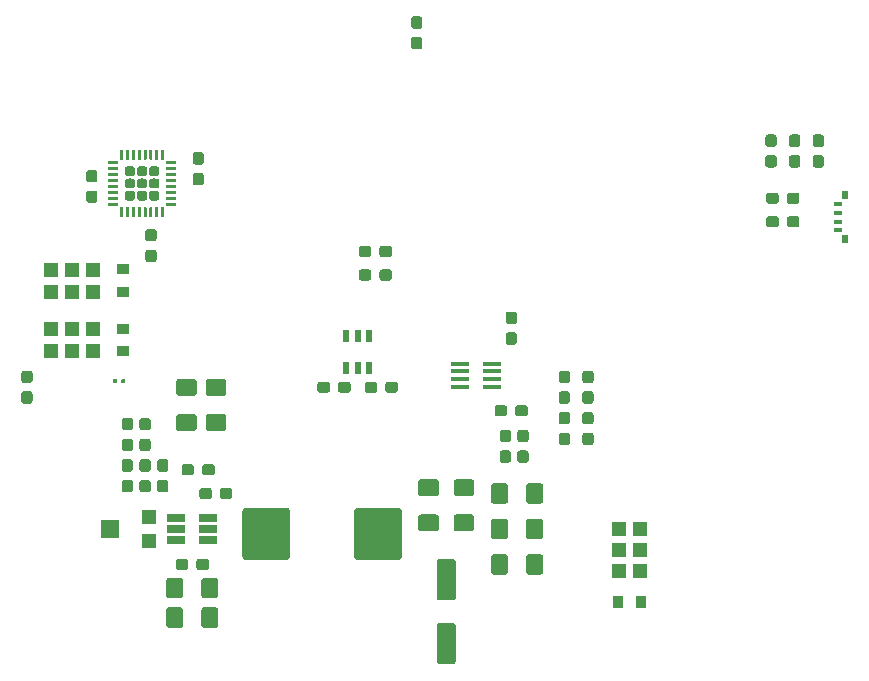
<source format=gbr>
G04 #@! TF.GenerationSoftware,KiCad,Pcbnew,5.0.2+dfsg1-1*
G04 #@! TF.CreationDate,2021-07-01T00:11:18-05:00*
G04 #@! TF.ProjectId,dcpsu-card-a,64637073-752d-4636-9172-642d612e6b69,v0.4-DI-WIP*
G04 #@! TF.SameCoordinates,Original*
G04 #@! TF.FileFunction,Paste,Top*
G04 #@! TF.FilePolarity,Positive*
%FSLAX46Y46*%
G04 Gerber Fmt 4.6, Leading zero omitted, Abs format (unit mm)*
G04 Created by KiCad (PCBNEW 5.0.2+dfsg1-1) date Thu 01 Jul 2021 12:11:18 AM CDT*
%MOMM*%
%LPD*%
G01*
G04 APERTURE LIST*
%ADD10C,0.100000*%
%ADD11C,4.050000*%
%ADD12C,0.950000*%
%ADD13R,0.950000X1.000000*%
%ADD14R,1.300000X1.200000*%
%ADD15C,1.425000*%
%ADD16C,0.250000*%
%ADD17C,0.830000*%
%ADD18R,1.560000X0.400000*%
%ADD19R,0.800000X0.400000*%
%ADD20R,0.630000X0.660000*%
%ADD21R,0.550000X1.000000*%
%ADD22C,1.600000*%
%ADD23R,1.000000X0.950000*%
%ADD24R,1.200000X1.300000*%
%ADD25R,1.560000X0.650000*%
%ADD26C,0.318000*%
%ADD27R,1.500000X1.600000*%
%ADD28R,1.200000X1.200000*%
G04 APERTURE END LIST*
D10*
G04 #@! TO.C,L1*
G36*
X121465064Y-113216521D02*
X121495729Y-113221070D01*
X121525801Y-113228603D01*
X121554990Y-113239046D01*
X121583014Y-113252301D01*
X121609605Y-113268239D01*
X121634505Y-113286706D01*
X121657475Y-113307525D01*
X121678294Y-113330495D01*
X121696761Y-113355395D01*
X121712699Y-113381986D01*
X121725954Y-113410010D01*
X121736397Y-113439199D01*
X121743930Y-113469271D01*
X121748479Y-113499936D01*
X121750000Y-113530900D01*
X121750000Y-117299100D01*
X121748479Y-117330064D01*
X121743930Y-117360729D01*
X121736397Y-117390801D01*
X121725954Y-117419990D01*
X121712699Y-117448014D01*
X121696761Y-117474605D01*
X121678294Y-117499505D01*
X121657475Y-117522475D01*
X121634505Y-117543294D01*
X121609605Y-117561761D01*
X121583014Y-117577699D01*
X121554990Y-117590954D01*
X121525801Y-117601397D01*
X121495729Y-117608930D01*
X121465064Y-117613479D01*
X121434100Y-117615000D01*
X118015900Y-117615000D01*
X117984936Y-117613479D01*
X117954271Y-117608930D01*
X117924199Y-117601397D01*
X117895010Y-117590954D01*
X117866986Y-117577699D01*
X117840395Y-117561761D01*
X117815495Y-117543294D01*
X117792525Y-117522475D01*
X117771706Y-117499505D01*
X117753239Y-117474605D01*
X117737301Y-117448014D01*
X117724046Y-117419990D01*
X117713603Y-117390801D01*
X117706070Y-117360729D01*
X117701521Y-117330064D01*
X117700000Y-117299100D01*
X117700000Y-113530900D01*
X117701521Y-113499936D01*
X117706070Y-113469271D01*
X117713603Y-113439199D01*
X117724046Y-113410010D01*
X117737301Y-113381986D01*
X117753239Y-113355395D01*
X117771706Y-113330495D01*
X117792525Y-113307525D01*
X117815495Y-113286706D01*
X117840395Y-113268239D01*
X117866986Y-113252301D01*
X117895010Y-113239046D01*
X117924199Y-113228603D01*
X117954271Y-113221070D01*
X117984936Y-113216521D01*
X118015900Y-113215000D01*
X121434100Y-113215000D01*
X121465064Y-113216521D01*
X121465064Y-113216521D01*
G37*
D11*
X119725000Y-115415000D03*
D10*
G36*
X112015064Y-113216521D02*
X112045729Y-113221070D01*
X112075801Y-113228603D01*
X112104990Y-113239046D01*
X112133014Y-113252301D01*
X112159605Y-113268239D01*
X112184505Y-113286706D01*
X112207475Y-113307525D01*
X112228294Y-113330495D01*
X112246761Y-113355395D01*
X112262699Y-113381986D01*
X112275954Y-113410010D01*
X112286397Y-113439199D01*
X112293930Y-113469271D01*
X112298479Y-113499936D01*
X112300000Y-113530900D01*
X112300000Y-117299100D01*
X112298479Y-117330064D01*
X112293930Y-117360729D01*
X112286397Y-117390801D01*
X112275954Y-117419990D01*
X112262699Y-117448014D01*
X112246761Y-117474605D01*
X112228294Y-117499505D01*
X112207475Y-117522475D01*
X112184505Y-117543294D01*
X112159605Y-117561761D01*
X112133014Y-117577699D01*
X112104990Y-117590954D01*
X112075801Y-117601397D01*
X112045729Y-117608930D01*
X112015064Y-117613479D01*
X111984100Y-117615000D01*
X108565900Y-117615000D01*
X108534936Y-117613479D01*
X108504271Y-117608930D01*
X108474199Y-117601397D01*
X108445010Y-117590954D01*
X108416986Y-117577699D01*
X108390395Y-117561761D01*
X108365495Y-117543294D01*
X108342525Y-117522475D01*
X108321706Y-117499505D01*
X108303239Y-117474605D01*
X108287301Y-117448014D01*
X108274046Y-117419990D01*
X108263603Y-117390801D01*
X108256070Y-117360729D01*
X108251521Y-117330064D01*
X108250000Y-117299100D01*
X108250000Y-113530900D01*
X108251521Y-113499936D01*
X108256070Y-113469271D01*
X108263603Y-113439199D01*
X108274046Y-113410010D01*
X108287301Y-113381986D01*
X108303239Y-113355395D01*
X108321706Y-113330495D01*
X108342525Y-113307525D01*
X108365495Y-113286706D01*
X108390395Y-113268239D01*
X108416986Y-113252301D01*
X108445010Y-113239046D01*
X108474199Y-113228603D01*
X108504271Y-113221070D01*
X108534936Y-113216521D01*
X108565900Y-113215000D01*
X111984100Y-113215000D01*
X112015064Y-113216521D01*
X112015064Y-113216521D01*
G37*
D11*
X110275000Y-115415000D03*
G04 #@! TD*
D10*
G04 #@! TO.C,R1*
G36*
X100760779Y-89601144D02*
X100783834Y-89604563D01*
X100806443Y-89610227D01*
X100828387Y-89618079D01*
X100849457Y-89628044D01*
X100869448Y-89640026D01*
X100888168Y-89653910D01*
X100905438Y-89669562D01*
X100921090Y-89686832D01*
X100934974Y-89705552D01*
X100946956Y-89725543D01*
X100956921Y-89746613D01*
X100964773Y-89768557D01*
X100970437Y-89791166D01*
X100973856Y-89814221D01*
X100975000Y-89837500D01*
X100975000Y-90412500D01*
X100973856Y-90435779D01*
X100970437Y-90458834D01*
X100964773Y-90481443D01*
X100956921Y-90503387D01*
X100946956Y-90524457D01*
X100934974Y-90544448D01*
X100921090Y-90563168D01*
X100905438Y-90580438D01*
X100888168Y-90596090D01*
X100869448Y-90609974D01*
X100849457Y-90621956D01*
X100828387Y-90631921D01*
X100806443Y-90639773D01*
X100783834Y-90645437D01*
X100760779Y-90648856D01*
X100737500Y-90650000D01*
X100262500Y-90650000D01*
X100239221Y-90648856D01*
X100216166Y-90645437D01*
X100193557Y-90639773D01*
X100171613Y-90631921D01*
X100150543Y-90621956D01*
X100130552Y-90609974D01*
X100111832Y-90596090D01*
X100094562Y-90580438D01*
X100078910Y-90563168D01*
X100065026Y-90544448D01*
X100053044Y-90524457D01*
X100043079Y-90503387D01*
X100035227Y-90481443D01*
X100029563Y-90458834D01*
X100026144Y-90435779D01*
X100025000Y-90412500D01*
X100025000Y-89837500D01*
X100026144Y-89814221D01*
X100029563Y-89791166D01*
X100035227Y-89768557D01*
X100043079Y-89746613D01*
X100053044Y-89725543D01*
X100065026Y-89705552D01*
X100078910Y-89686832D01*
X100094562Y-89669562D01*
X100111832Y-89653910D01*
X100130552Y-89640026D01*
X100150543Y-89628044D01*
X100171613Y-89618079D01*
X100193557Y-89610227D01*
X100216166Y-89604563D01*
X100239221Y-89601144D01*
X100262500Y-89600000D01*
X100737500Y-89600000D01*
X100760779Y-89601144D01*
X100760779Y-89601144D01*
G37*
D12*
X100500000Y-90125000D03*
D10*
G36*
X100760779Y-91351144D02*
X100783834Y-91354563D01*
X100806443Y-91360227D01*
X100828387Y-91368079D01*
X100849457Y-91378044D01*
X100869448Y-91390026D01*
X100888168Y-91403910D01*
X100905438Y-91419562D01*
X100921090Y-91436832D01*
X100934974Y-91455552D01*
X100946956Y-91475543D01*
X100956921Y-91496613D01*
X100964773Y-91518557D01*
X100970437Y-91541166D01*
X100973856Y-91564221D01*
X100975000Y-91587500D01*
X100975000Y-92162500D01*
X100973856Y-92185779D01*
X100970437Y-92208834D01*
X100964773Y-92231443D01*
X100956921Y-92253387D01*
X100946956Y-92274457D01*
X100934974Y-92294448D01*
X100921090Y-92313168D01*
X100905438Y-92330438D01*
X100888168Y-92346090D01*
X100869448Y-92359974D01*
X100849457Y-92371956D01*
X100828387Y-92381921D01*
X100806443Y-92389773D01*
X100783834Y-92395437D01*
X100760779Y-92398856D01*
X100737500Y-92400000D01*
X100262500Y-92400000D01*
X100239221Y-92398856D01*
X100216166Y-92395437D01*
X100193557Y-92389773D01*
X100171613Y-92381921D01*
X100150543Y-92371956D01*
X100130552Y-92359974D01*
X100111832Y-92346090D01*
X100094562Y-92330438D01*
X100078910Y-92313168D01*
X100065026Y-92294448D01*
X100053044Y-92274457D01*
X100043079Y-92253387D01*
X100035227Y-92231443D01*
X100029563Y-92208834D01*
X100026144Y-92185779D01*
X100025000Y-92162500D01*
X100025000Y-91587500D01*
X100026144Y-91564221D01*
X100029563Y-91541166D01*
X100035227Y-91518557D01*
X100043079Y-91496613D01*
X100053044Y-91475543D01*
X100065026Y-91455552D01*
X100078910Y-91436832D01*
X100094562Y-91419562D01*
X100111832Y-91403910D01*
X100130552Y-91390026D01*
X100150543Y-91378044D01*
X100171613Y-91368079D01*
X100193557Y-91360227D01*
X100216166Y-91354563D01*
X100239221Y-91351144D01*
X100262500Y-91350000D01*
X100737500Y-91350000D01*
X100760779Y-91351144D01*
X100760779Y-91351144D01*
G37*
D12*
X100500000Y-91875000D03*
G04 #@! TD*
D10*
G04 #@! TO.C,R20*
G36*
X98760779Y-105601144D02*
X98783834Y-105604563D01*
X98806443Y-105610227D01*
X98828387Y-105618079D01*
X98849457Y-105628044D01*
X98869448Y-105640026D01*
X98888168Y-105653910D01*
X98905438Y-105669562D01*
X98921090Y-105686832D01*
X98934974Y-105705552D01*
X98946956Y-105725543D01*
X98956921Y-105746613D01*
X98964773Y-105768557D01*
X98970437Y-105791166D01*
X98973856Y-105814221D01*
X98975000Y-105837500D01*
X98975000Y-106412500D01*
X98973856Y-106435779D01*
X98970437Y-106458834D01*
X98964773Y-106481443D01*
X98956921Y-106503387D01*
X98946956Y-106524457D01*
X98934974Y-106544448D01*
X98921090Y-106563168D01*
X98905438Y-106580438D01*
X98888168Y-106596090D01*
X98869448Y-106609974D01*
X98849457Y-106621956D01*
X98828387Y-106631921D01*
X98806443Y-106639773D01*
X98783834Y-106645437D01*
X98760779Y-106648856D01*
X98737500Y-106650000D01*
X98262500Y-106650000D01*
X98239221Y-106648856D01*
X98216166Y-106645437D01*
X98193557Y-106639773D01*
X98171613Y-106631921D01*
X98150543Y-106621956D01*
X98130552Y-106609974D01*
X98111832Y-106596090D01*
X98094562Y-106580438D01*
X98078910Y-106563168D01*
X98065026Y-106544448D01*
X98053044Y-106524457D01*
X98043079Y-106503387D01*
X98035227Y-106481443D01*
X98029563Y-106458834D01*
X98026144Y-106435779D01*
X98025000Y-106412500D01*
X98025000Y-105837500D01*
X98026144Y-105814221D01*
X98029563Y-105791166D01*
X98035227Y-105768557D01*
X98043079Y-105746613D01*
X98053044Y-105725543D01*
X98065026Y-105705552D01*
X98078910Y-105686832D01*
X98094562Y-105669562D01*
X98111832Y-105653910D01*
X98130552Y-105640026D01*
X98150543Y-105628044D01*
X98171613Y-105618079D01*
X98193557Y-105610227D01*
X98216166Y-105604563D01*
X98239221Y-105601144D01*
X98262500Y-105600000D01*
X98737500Y-105600000D01*
X98760779Y-105601144D01*
X98760779Y-105601144D01*
G37*
D12*
X98500000Y-106125000D03*
D10*
G36*
X98760779Y-107351144D02*
X98783834Y-107354563D01*
X98806443Y-107360227D01*
X98828387Y-107368079D01*
X98849457Y-107378044D01*
X98869448Y-107390026D01*
X98888168Y-107403910D01*
X98905438Y-107419562D01*
X98921090Y-107436832D01*
X98934974Y-107455552D01*
X98946956Y-107475543D01*
X98956921Y-107496613D01*
X98964773Y-107518557D01*
X98970437Y-107541166D01*
X98973856Y-107564221D01*
X98975000Y-107587500D01*
X98975000Y-108162500D01*
X98973856Y-108185779D01*
X98970437Y-108208834D01*
X98964773Y-108231443D01*
X98956921Y-108253387D01*
X98946956Y-108274457D01*
X98934974Y-108294448D01*
X98921090Y-108313168D01*
X98905438Y-108330438D01*
X98888168Y-108346090D01*
X98869448Y-108359974D01*
X98849457Y-108371956D01*
X98828387Y-108381921D01*
X98806443Y-108389773D01*
X98783834Y-108395437D01*
X98760779Y-108398856D01*
X98737500Y-108400000D01*
X98262500Y-108400000D01*
X98239221Y-108398856D01*
X98216166Y-108395437D01*
X98193557Y-108389773D01*
X98171613Y-108381921D01*
X98150543Y-108371956D01*
X98130552Y-108359974D01*
X98111832Y-108346090D01*
X98094562Y-108330438D01*
X98078910Y-108313168D01*
X98065026Y-108294448D01*
X98053044Y-108274457D01*
X98043079Y-108253387D01*
X98035227Y-108231443D01*
X98029563Y-108208834D01*
X98026144Y-108185779D01*
X98025000Y-108162500D01*
X98025000Y-107587500D01*
X98026144Y-107564221D01*
X98029563Y-107541166D01*
X98035227Y-107518557D01*
X98043079Y-107496613D01*
X98053044Y-107475543D01*
X98065026Y-107455552D01*
X98078910Y-107436832D01*
X98094562Y-107419562D01*
X98111832Y-107403910D01*
X98130552Y-107390026D01*
X98150543Y-107378044D01*
X98171613Y-107368079D01*
X98193557Y-107360227D01*
X98216166Y-107354563D01*
X98239221Y-107351144D01*
X98262500Y-107350000D01*
X98737500Y-107350000D01*
X98760779Y-107351144D01*
X98760779Y-107351144D01*
G37*
D12*
X98500000Y-107875000D03*
G04 #@! TD*
D10*
G04 #@! TO.C,C3*
G36*
X123260779Y-71601144D02*
X123283834Y-71604563D01*
X123306443Y-71610227D01*
X123328387Y-71618079D01*
X123349457Y-71628044D01*
X123369448Y-71640026D01*
X123388168Y-71653910D01*
X123405438Y-71669562D01*
X123421090Y-71686832D01*
X123434974Y-71705552D01*
X123446956Y-71725543D01*
X123456921Y-71746613D01*
X123464773Y-71768557D01*
X123470437Y-71791166D01*
X123473856Y-71814221D01*
X123475000Y-71837500D01*
X123475000Y-72412500D01*
X123473856Y-72435779D01*
X123470437Y-72458834D01*
X123464773Y-72481443D01*
X123456921Y-72503387D01*
X123446956Y-72524457D01*
X123434974Y-72544448D01*
X123421090Y-72563168D01*
X123405438Y-72580438D01*
X123388168Y-72596090D01*
X123369448Y-72609974D01*
X123349457Y-72621956D01*
X123328387Y-72631921D01*
X123306443Y-72639773D01*
X123283834Y-72645437D01*
X123260779Y-72648856D01*
X123237500Y-72650000D01*
X122762500Y-72650000D01*
X122739221Y-72648856D01*
X122716166Y-72645437D01*
X122693557Y-72639773D01*
X122671613Y-72631921D01*
X122650543Y-72621956D01*
X122630552Y-72609974D01*
X122611832Y-72596090D01*
X122594562Y-72580438D01*
X122578910Y-72563168D01*
X122565026Y-72544448D01*
X122553044Y-72524457D01*
X122543079Y-72503387D01*
X122535227Y-72481443D01*
X122529563Y-72458834D01*
X122526144Y-72435779D01*
X122525000Y-72412500D01*
X122525000Y-71837500D01*
X122526144Y-71814221D01*
X122529563Y-71791166D01*
X122535227Y-71768557D01*
X122543079Y-71746613D01*
X122553044Y-71725543D01*
X122565026Y-71705552D01*
X122578910Y-71686832D01*
X122594562Y-71669562D01*
X122611832Y-71653910D01*
X122630552Y-71640026D01*
X122650543Y-71628044D01*
X122671613Y-71618079D01*
X122693557Y-71610227D01*
X122716166Y-71604563D01*
X122739221Y-71601144D01*
X122762500Y-71600000D01*
X123237500Y-71600000D01*
X123260779Y-71601144D01*
X123260779Y-71601144D01*
G37*
D12*
X123000000Y-72125000D03*
D10*
G36*
X123260779Y-73351144D02*
X123283834Y-73354563D01*
X123306443Y-73360227D01*
X123328387Y-73368079D01*
X123349457Y-73378044D01*
X123369448Y-73390026D01*
X123388168Y-73403910D01*
X123405438Y-73419562D01*
X123421090Y-73436832D01*
X123434974Y-73455552D01*
X123446956Y-73475543D01*
X123456921Y-73496613D01*
X123464773Y-73518557D01*
X123470437Y-73541166D01*
X123473856Y-73564221D01*
X123475000Y-73587500D01*
X123475000Y-74162500D01*
X123473856Y-74185779D01*
X123470437Y-74208834D01*
X123464773Y-74231443D01*
X123456921Y-74253387D01*
X123446956Y-74274457D01*
X123434974Y-74294448D01*
X123421090Y-74313168D01*
X123405438Y-74330438D01*
X123388168Y-74346090D01*
X123369448Y-74359974D01*
X123349457Y-74371956D01*
X123328387Y-74381921D01*
X123306443Y-74389773D01*
X123283834Y-74395437D01*
X123260779Y-74398856D01*
X123237500Y-74400000D01*
X122762500Y-74400000D01*
X122739221Y-74398856D01*
X122716166Y-74395437D01*
X122693557Y-74389773D01*
X122671613Y-74381921D01*
X122650543Y-74371956D01*
X122630552Y-74359974D01*
X122611832Y-74346090D01*
X122594562Y-74330438D01*
X122578910Y-74313168D01*
X122565026Y-74294448D01*
X122553044Y-74274457D01*
X122543079Y-74253387D01*
X122535227Y-74231443D01*
X122529563Y-74208834D01*
X122526144Y-74185779D01*
X122525000Y-74162500D01*
X122525000Y-73587500D01*
X122526144Y-73564221D01*
X122529563Y-73541166D01*
X122535227Y-73518557D01*
X122543079Y-73496613D01*
X122553044Y-73475543D01*
X122565026Y-73455552D01*
X122578910Y-73436832D01*
X122594562Y-73419562D01*
X122611832Y-73403910D01*
X122630552Y-73390026D01*
X122650543Y-73378044D01*
X122671613Y-73368079D01*
X122693557Y-73360227D01*
X122716166Y-73354563D01*
X122739221Y-73351144D01*
X122762500Y-73350000D01*
X123237500Y-73350000D01*
X123260779Y-73351144D01*
X123260779Y-73351144D01*
G37*
D12*
X123000000Y-73875000D03*
G04 #@! TD*
D10*
G04 #@! TO.C,C5*
G36*
X107185779Y-111526144D02*
X107208834Y-111529563D01*
X107231443Y-111535227D01*
X107253387Y-111543079D01*
X107274457Y-111553044D01*
X107294448Y-111565026D01*
X107313168Y-111578910D01*
X107330438Y-111594562D01*
X107346090Y-111611832D01*
X107359974Y-111630552D01*
X107371956Y-111650543D01*
X107381921Y-111671613D01*
X107389773Y-111693557D01*
X107395437Y-111716166D01*
X107398856Y-111739221D01*
X107400000Y-111762500D01*
X107400000Y-112237500D01*
X107398856Y-112260779D01*
X107395437Y-112283834D01*
X107389773Y-112306443D01*
X107381921Y-112328387D01*
X107371956Y-112349457D01*
X107359974Y-112369448D01*
X107346090Y-112388168D01*
X107330438Y-112405438D01*
X107313168Y-112421090D01*
X107294448Y-112434974D01*
X107274457Y-112446956D01*
X107253387Y-112456921D01*
X107231443Y-112464773D01*
X107208834Y-112470437D01*
X107185779Y-112473856D01*
X107162500Y-112475000D01*
X106587500Y-112475000D01*
X106564221Y-112473856D01*
X106541166Y-112470437D01*
X106518557Y-112464773D01*
X106496613Y-112456921D01*
X106475543Y-112446956D01*
X106455552Y-112434974D01*
X106436832Y-112421090D01*
X106419562Y-112405438D01*
X106403910Y-112388168D01*
X106390026Y-112369448D01*
X106378044Y-112349457D01*
X106368079Y-112328387D01*
X106360227Y-112306443D01*
X106354563Y-112283834D01*
X106351144Y-112260779D01*
X106350000Y-112237500D01*
X106350000Y-111762500D01*
X106351144Y-111739221D01*
X106354563Y-111716166D01*
X106360227Y-111693557D01*
X106368079Y-111671613D01*
X106378044Y-111650543D01*
X106390026Y-111630552D01*
X106403910Y-111611832D01*
X106419562Y-111594562D01*
X106436832Y-111578910D01*
X106455552Y-111565026D01*
X106475543Y-111553044D01*
X106496613Y-111543079D01*
X106518557Y-111535227D01*
X106541166Y-111529563D01*
X106564221Y-111526144D01*
X106587500Y-111525000D01*
X107162500Y-111525000D01*
X107185779Y-111526144D01*
X107185779Y-111526144D01*
G37*
D12*
X106875000Y-112000000D03*
D10*
G36*
X105435779Y-111526144D02*
X105458834Y-111529563D01*
X105481443Y-111535227D01*
X105503387Y-111543079D01*
X105524457Y-111553044D01*
X105544448Y-111565026D01*
X105563168Y-111578910D01*
X105580438Y-111594562D01*
X105596090Y-111611832D01*
X105609974Y-111630552D01*
X105621956Y-111650543D01*
X105631921Y-111671613D01*
X105639773Y-111693557D01*
X105645437Y-111716166D01*
X105648856Y-111739221D01*
X105650000Y-111762500D01*
X105650000Y-112237500D01*
X105648856Y-112260779D01*
X105645437Y-112283834D01*
X105639773Y-112306443D01*
X105631921Y-112328387D01*
X105621956Y-112349457D01*
X105609974Y-112369448D01*
X105596090Y-112388168D01*
X105580438Y-112405438D01*
X105563168Y-112421090D01*
X105544448Y-112434974D01*
X105524457Y-112446956D01*
X105503387Y-112456921D01*
X105481443Y-112464773D01*
X105458834Y-112470437D01*
X105435779Y-112473856D01*
X105412500Y-112475000D01*
X104837500Y-112475000D01*
X104814221Y-112473856D01*
X104791166Y-112470437D01*
X104768557Y-112464773D01*
X104746613Y-112456921D01*
X104725543Y-112446956D01*
X104705552Y-112434974D01*
X104686832Y-112421090D01*
X104669562Y-112405438D01*
X104653910Y-112388168D01*
X104640026Y-112369448D01*
X104628044Y-112349457D01*
X104618079Y-112328387D01*
X104610227Y-112306443D01*
X104604563Y-112283834D01*
X104601144Y-112260779D01*
X104600000Y-112237500D01*
X104600000Y-111762500D01*
X104601144Y-111739221D01*
X104604563Y-111716166D01*
X104610227Y-111693557D01*
X104618079Y-111671613D01*
X104628044Y-111650543D01*
X104640026Y-111630552D01*
X104653910Y-111611832D01*
X104669562Y-111594562D01*
X104686832Y-111578910D01*
X104705552Y-111565026D01*
X104725543Y-111553044D01*
X104746613Y-111543079D01*
X104768557Y-111535227D01*
X104791166Y-111529563D01*
X104814221Y-111526144D01*
X104837500Y-111525000D01*
X105412500Y-111525000D01*
X105435779Y-111526144D01*
X105435779Y-111526144D01*
G37*
D12*
X105125000Y-112000000D03*
G04 #@! TD*
D10*
G04 #@! TO.C,C14*
G36*
X132185779Y-104526144D02*
X132208834Y-104529563D01*
X132231443Y-104535227D01*
X132253387Y-104543079D01*
X132274457Y-104553044D01*
X132294448Y-104565026D01*
X132313168Y-104578910D01*
X132330438Y-104594562D01*
X132346090Y-104611832D01*
X132359974Y-104630552D01*
X132371956Y-104650543D01*
X132381921Y-104671613D01*
X132389773Y-104693557D01*
X132395437Y-104716166D01*
X132398856Y-104739221D01*
X132400000Y-104762500D01*
X132400000Y-105237500D01*
X132398856Y-105260779D01*
X132395437Y-105283834D01*
X132389773Y-105306443D01*
X132381921Y-105328387D01*
X132371956Y-105349457D01*
X132359974Y-105369448D01*
X132346090Y-105388168D01*
X132330438Y-105405438D01*
X132313168Y-105421090D01*
X132294448Y-105434974D01*
X132274457Y-105446956D01*
X132253387Y-105456921D01*
X132231443Y-105464773D01*
X132208834Y-105470437D01*
X132185779Y-105473856D01*
X132162500Y-105475000D01*
X131587500Y-105475000D01*
X131564221Y-105473856D01*
X131541166Y-105470437D01*
X131518557Y-105464773D01*
X131496613Y-105456921D01*
X131475543Y-105446956D01*
X131455552Y-105434974D01*
X131436832Y-105421090D01*
X131419562Y-105405438D01*
X131403910Y-105388168D01*
X131390026Y-105369448D01*
X131378044Y-105349457D01*
X131368079Y-105328387D01*
X131360227Y-105306443D01*
X131354563Y-105283834D01*
X131351144Y-105260779D01*
X131350000Y-105237500D01*
X131350000Y-104762500D01*
X131351144Y-104739221D01*
X131354563Y-104716166D01*
X131360227Y-104693557D01*
X131368079Y-104671613D01*
X131378044Y-104650543D01*
X131390026Y-104630552D01*
X131403910Y-104611832D01*
X131419562Y-104594562D01*
X131436832Y-104578910D01*
X131455552Y-104565026D01*
X131475543Y-104553044D01*
X131496613Y-104543079D01*
X131518557Y-104535227D01*
X131541166Y-104529563D01*
X131564221Y-104526144D01*
X131587500Y-104525000D01*
X132162500Y-104525000D01*
X132185779Y-104526144D01*
X132185779Y-104526144D01*
G37*
D12*
X131875000Y-105000000D03*
D10*
G36*
X130435779Y-104526144D02*
X130458834Y-104529563D01*
X130481443Y-104535227D01*
X130503387Y-104543079D01*
X130524457Y-104553044D01*
X130544448Y-104565026D01*
X130563168Y-104578910D01*
X130580438Y-104594562D01*
X130596090Y-104611832D01*
X130609974Y-104630552D01*
X130621956Y-104650543D01*
X130631921Y-104671613D01*
X130639773Y-104693557D01*
X130645437Y-104716166D01*
X130648856Y-104739221D01*
X130650000Y-104762500D01*
X130650000Y-105237500D01*
X130648856Y-105260779D01*
X130645437Y-105283834D01*
X130639773Y-105306443D01*
X130631921Y-105328387D01*
X130621956Y-105349457D01*
X130609974Y-105369448D01*
X130596090Y-105388168D01*
X130580438Y-105405438D01*
X130563168Y-105421090D01*
X130544448Y-105434974D01*
X130524457Y-105446956D01*
X130503387Y-105456921D01*
X130481443Y-105464773D01*
X130458834Y-105470437D01*
X130435779Y-105473856D01*
X130412500Y-105475000D01*
X129837500Y-105475000D01*
X129814221Y-105473856D01*
X129791166Y-105470437D01*
X129768557Y-105464773D01*
X129746613Y-105456921D01*
X129725543Y-105446956D01*
X129705552Y-105434974D01*
X129686832Y-105421090D01*
X129669562Y-105405438D01*
X129653910Y-105388168D01*
X129640026Y-105369448D01*
X129628044Y-105349457D01*
X129618079Y-105328387D01*
X129610227Y-105306443D01*
X129604563Y-105283834D01*
X129601144Y-105260779D01*
X129600000Y-105237500D01*
X129600000Y-104762500D01*
X129601144Y-104739221D01*
X129604563Y-104716166D01*
X129610227Y-104693557D01*
X129618079Y-104671613D01*
X129628044Y-104650543D01*
X129640026Y-104630552D01*
X129653910Y-104611832D01*
X129669562Y-104594562D01*
X129686832Y-104578910D01*
X129705552Y-104565026D01*
X129725543Y-104553044D01*
X129746613Y-104543079D01*
X129768557Y-104535227D01*
X129791166Y-104529563D01*
X129814221Y-104526144D01*
X129837500Y-104525000D01*
X130412500Y-104525000D01*
X130435779Y-104526144D01*
X130435779Y-104526144D01*
G37*
D12*
X130125000Y-105000000D03*
G04 #@! TD*
D13*
G04 #@! TO.C,D1*
X141970000Y-121150000D03*
X140030000Y-121150000D03*
D14*
X141900000Y-118600000D03*
X141900000Y-116800000D03*
X140100000Y-118600000D03*
X140100000Y-116800000D03*
X141900000Y-115000000D03*
X140100000Y-115000000D03*
G04 #@! TD*
D10*
G04 #@! TO.C,C1*
G36*
X104760779Y-84851144D02*
X104783834Y-84854563D01*
X104806443Y-84860227D01*
X104828387Y-84868079D01*
X104849457Y-84878044D01*
X104869448Y-84890026D01*
X104888168Y-84903910D01*
X104905438Y-84919562D01*
X104921090Y-84936832D01*
X104934974Y-84955552D01*
X104946956Y-84975543D01*
X104956921Y-84996613D01*
X104964773Y-85018557D01*
X104970437Y-85041166D01*
X104973856Y-85064221D01*
X104975000Y-85087500D01*
X104975000Y-85662500D01*
X104973856Y-85685779D01*
X104970437Y-85708834D01*
X104964773Y-85731443D01*
X104956921Y-85753387D01*
X104946956Y-85774457D01*
X104934974Y-85794448D01*
X104921090Y-85813168D01*
X104905438Y-85830438D01*
X104888168Y-85846090D01*
X104869448Y-85859974D01*
X104849457Y-85871956D01*
X104828387Y-85881921D01*
X104806443Y-85889773D01*
X104783834Y-85895437D01*
X104760779Y-85898856D01*
X104737500Y-85900000D01*
X104262500Y-85900000D01*
X104239221Y-85898856D01*
X104216166Y-85895437D01*
X104193557Y-85889773D01*
X104171613Y-85881921D01*
X104150543Y-85871956D01*
X104130552Y-85859974D01*
X104111832Y-85846090D01*
X104094562Y-85830438D01*
X104078910Y-85813168D01*
X104065026Y-85794448D01*
X104053044Y-85774457D01*
X104043079Y-85753387D01*
X104035227Y-85731443D01*
X104029563Y-85708834D01*
X104026144Y-85685779D01*
X104025000Y-85662500D01*
X104025000Y-85087500D01*
X104026144Y-85064221D01*
X104029563Y-85041166D01*
X104035227Y-85018557D01*
X104043079Y-84996613D01*
X104053044Y-84975543D01*
X104065026Y-84955552D01*
X104078910Y-84936832D01*
X104094562Y-84919562D01*
X104111832Y-84903910D01*
X104130552Y-84890026D01*
X104150543Y-84878044D01*
X104171613Y-84868079D01*
X104193557Y-84860227D01*
X104216166Y-84854563D01*
X104239221Y-84851144D01*
X104262500Y-84850000D01*
X104737500Y-84850000D01*
X104760779Y-84851144D01*
X104760779Y-84851144D01*
G37*
D12*
X104500000Y-85375000D03*
D10*
G36*
X104760779Y-83101144D02*
X104783834Y-83104563D01*
X104806443Y-83110227D01*
X104828387Y-83118079D01*
X104849457Y-83128044D01*
X104869448Y-83140026D01*
X104888168Y-83153910D01*
X104905438Y-83169562D01*
X104921090Y-83186832D01*
X104934974Y-83205552D01*
X104946956Y-83225543D01*
X104956921Y-83246613D01*
X104964773Y-83268557D01*
X104970437Y-83291166D01*
X104973856Y-83314221D01*
X104975000Y-83337500D01*
X104975000Y-83912500D01*
X104973856Y-83935779D01*
X104970437Y-83958834D01*
X104964773Y-83981443D01*
X104956921Y-84003387D01*
X104946956Y-84024457D01*
X104934974Y-84044448D01*
X104921090Y-84063168D01*
X104905438Y-84080438D01*
X104888168Y-84096090D01*
X104869448Y-84109974D01*
X104849457Y-84121956D01*
X104828387Y-84131921D01*
X104806443Y-84139773D01*
X104783834Y-84145437D01*
X104760779Y-84148856D01*
X104737500Y-84150000D01*
X104262500Y-84150000D01*
X104239221Y-84148856D01*
X104216166Y-84145437D01*
X104193557Y-84139773D01*
X104171613Y-84131921D01*
X104150543Y-84121956D01*
X104130552Y-84109974D01*
X104111832Y-84096090D01*
X104094562Y-84080438D01*
X104078910Y-84063168D01*
X104065026Y-84044448D01*
X104053044Y-84024457D01*
X104043079Y-84003387D01*
X104035227Y-83981443D01*
X104029563Y-83958834D01*
X104026144Y-83935779D01*
X104025000Y-83912500D01*
X104025000Y-83337500D01*
X104026144Y-83314221D01*
X104029563Y-83291166D01*
X104035227Y-83268557D01*
X104043079Y-83246613D01*
X104053044Y-83225543D01*
X104065026Y-83205552D01*
X104078910Y-83186832D01*
X104094562Y-83169562D01*
X104111832Y-83153910D01*
X104130552Y-83140026D01*
X104150543Y-83128044D01*
X104171613Y-83118079D01*
X104193557Y-83110227D01*
X104216166Y-83104563D01*
X104239221Y-83101144D01*
X104262500Y-83100000D01*
X104737500Y-83100000D01*
X104760779Y-83101144D01*
X104760779Y-83101144D01*
G37*
D12*
X104500000Y-83625000D03*
G04 #@! TD*
D10*
G04 #@! TO.C,C4*
G36*
X101760779Y-110851144D02*
X101783834Y-110854563D01*
X101806443Y-110860227D01*
X101828387Y-110868079D01*
X101849457Y-110878044D01*
X101869448Y-110890026D01*
X101888168Y-110903910D01*
X101905438Y-110919562D01*
X101921090Y-110936832D01*
X101934974Y-110955552D01*
X101946956Y-110975543D01*
X101956921Y-110996613D01*
X101964773Y-111018557D01*
X101970437Y-111041166D01*
X101973856Y-111064221D01*
X101975000Y-111087500D01*
X101975000Y-111662500D01*
X101973856Y-111685779D01*
X101970437Y-111708834D01*
X101964773Y-111731443D01*
X101956921Y-111753387D01*
X101946956Y-111774457D01*
X101934974Y-111794448D01*
X101921090Y-111813168D01*
X101905438Y-111830438D01*
X101888168Y-111846090D01*
X101869448Y-111859974D01*
X101849457Y-111871956D01*
X101828387Y-111881921D01*
X101806443Y-111889773D01*
X101783834Y-111895437D01*
X101760779Y-111898856D01*
X101737500Y-111900000D01*
X101262500Y-111900000D01*
X101239221Y-111898856D01*
X101216166Y-111895437D01*
X101193557Y-111889773D01*
X101171613Y-111881921D01*
X101150543Y-111871956D01*
X101130552Y-111859974D01*
X101111832Y-111846090D01*
X101094562Y-111830438D01*
X101078910Y-111813168D01*
X101065026Y-111794448D01*
X101053044Y-111774457D01*
X101043079Y-111753387D01*
X101035227Y-111731443D01*
X101029563Y-111708834D01*
X101026144Y-111685779D01*
X101025000Y-111662500D01*
X101025000Y-111087500D01*
X101026144Y-111064221D01*
X101029563Y-111041166D01*
X101035227Y-111018557D01*
X101043079Y-110996613D01*
X101053044Y-110975543D01*
X101065026Y-110955552D01*
X101078910Y-110936832D01*
X101094562Y-110919562D01*
X101111832Y-110903910D01*
X101130552Y-110890026D01*
X101150543Y-110878044D01*
X101171613Y-110868079D01*
X101193557Y-110860227D01*
X101216166Y-110854563D01*
X101239221Y-110851144D01*
X101262500Y-110850000D01*
X101737500Y-110850000D01*
X101760779Y-110851144D01*
X101760779Y-110851144D01*
G37*
D12*
X101500000Y-111375000D03*
D10*
G36*
X101760779Y-109101144D02*
X101783834Y-109104563D01*
X101806443Y-109110227D01*
X101828387Y-109118079D01*
X101849457Y-109128044D01*
X101869448Y-109140026D01*
X101888168Y-109153910D01*
X101905438Y-109169562D01*
X101921090Y-109186832D01*
X101934974Y-109205552D01*
X101946956Y-109225543D01*
X101956921Y-109246613D01*
X101964773Y-109268557D01*
X101970437Y-109291166D01*
X101973856Y-109314221D01*
X101975000Y-109337500D01*
X101975000Y-109912500D01*
X101973856Y-109935779D01*
X101970437Y-109958834D01*
X101964773Y-109981443D01*
X101956921Y-110003387D01*
X101946956Y-110024457D01*
X101934974Y-110044448D01*
X101921090Y-110063168D01*
X101905438Y-110080438D01*
X101888168Y-110096090D01*
X101869448Y-110109974D01*
X101849457Y-110121956D01*
X101828387Y-110131921D01*
X101806443Y-110139773D01*
X101783834Y-110145437D01*
X101760779Y-110148856D01*
X101737500Y-110150000D01*
X101262500Y-110150000D01*
X101239221Y-110148856D01*
X101216166Y-110145437D01*
X101193557Y-110139773D01*
X101171613Y-110131921D01*
X101150543Y-110121956D01*
X101130552Y-110109974D01*
X101111832Y-110096090D01*
X101094562Y-110080438D01*
X101078910Y-110063168D01*
X101065026Y-110044448D01*
X101053044Y-110024457D01*
X101043079Y-110003387D01*
X101035227Y-109981443D01*
X101029563Y-109958834D01*
X101026144Y-109935779D01*
X101025000Y-109912500D01*
X101025000Y-109337500D01*
X101026144Y-109314221D01*
X101029563Y-109291166D01*
X101035227Y-109268557D01*
X101043079Y-109246613D01*
X101053044Y-109225543D01*
X101065026Y-109205552D01*
X101078910Y-109186832D01*
X101094562Y-109169562D01*
X101111832Y-109153910D01*
X101130552Y-109140026D01*
X101150543Y-109128044D01*
X101171613Y-109118079D01*
X101193557Y-109110227D01*
X101216166Y-109104563D01*
X101239221Y-109101144D01*
X101262500Y-109100000D01*
X101737500Y-109100000D01*
X101760779Y-109101144D01*
X101760779Y-109101144D01*
G37*
D12*
X101500000Y-109625000D03*
G04 #@! TD*
D10*
G04 #@! TO.C,C7*
G36*
X105974504Y-119126204D02*
X105998773Y-119129804D01*
X106022571Y-119135765D01*
X106045671Y-119144030D01*
X106067849Y-119154520D01*
X106088893Y-119167133D01*
X106108598Y-119181747D01*
X106126777Y-119198223D01*
X106143253Y-119216402D01*
X106157867Y-119236107D01*
X106170480Y-119257151D01*
X106180970Y-119279329D01*
X106189235Y-119302429D01*
X106195196Y-119326227D01*
X106198796Y-119350496D01*
X106200000Y-119375000D01*
X106200000Y-120625000D01*
X106198796Y-120649504D01*
X106195196Y-120673773D01*
X106189235Y-120697571D01*
X106180970Y-120720671D01*
X106170480Y-120742849D01*
X106157867Y-120763893D01*
X106143253Y-120783598D01*
X106126777Y-120801777D01*
X106108598Y-120818253D01*
X106088893Y-120832867D01*
X106067849Y-120845480D01*
X106045671Y-120855970D01*
X106022571Y-120864235D01*
X105998773Y-120870196D01*
X105974504Y-120873796D01*
X105950000Y-120875000D01*
X105025000Y-120875000D01*
X105000496Y-120873796D01*
X104976227Y-120870196D01*
X104952429Y-120864235D01*
X104929329Y-120855970D01*
X104907151Y-120845480D01*
X104886107Y-120832867D01*
X104866402Y-120818253D01*
X104848223Y-120801777D01*
X104831747Y-120783598D01*
X104817133Y-120763893D01*
X104804520Y-120742849D01*
X104794030Y-120720671D01*
X104785765Y-120697571D01*
X104779804Y-120673773D01*
X104776204Y-120649504D01*
X104775000Y-120625000D01*
X104775000Y-119375000D01*
X104776204Y-119350496D01*
X104779804Y-119326227D01*
X104785765Y-119302429D01*
X104794030Y-119279329D01*
X104804520Y-119257151D01*
X104817133Y-119236107D01*
X104831747Y-119216402D01*
X104848223Y-119198223D01*
X104866402Y-119181747D01*
X104886107Y-119167133D01*
X104907151Y-119154520D01*
X104929329Y-119144030D01*
X104952429Y-119135765D01*
X104976227Y-119129804D01*
X105000496Y-119126204D01*
X105025000Y-119125000D01*
X105950000Y-119125000D01*
X105974504Y-119126204D01*
X105974504Y-119126204D01*
G37*
D15*
X105487500Y-120000000D03*
D10*
G36*
X102999504Y-119126204D02*
X103023773Y-119129804D01*
X103047571Y-119135765D01*
X103070671Y-119144030D01*
X103092849Y-119154520D01*
X103113893Y-119167133D01*
X103133598Y-119181747D01*
X103151777Y-119198223D01*
X103168253Y-119216402D01*
X103182867Y-119236107D01*
X103195480Y-119257151D01*
X103205970Y-119279329D01*
X103214235Y-119302429D01*
X103220196Y-119326227D01*
X103223796Y-119350496D01*
X103225000Y-119375000D01*
X103225000Y-120625000D01*
X103223796Y-120649504D01*
X103220196Y-120673773D01*
X103214235Y-120697571D01*
X103205970Y-120720671D01*
X103195480Y-120742849D01*
X103182867Y-120763893D01*
X103168253Y-120783598D01*
X103151777Y-120801777D01*
X103133598Y-120818253D01*
X103113893Y-120832867D01*
X103092849Y-120845480D01*
X103070671Y-120855970D01*
X103047571Y-120864235D01*
X103023773Y-120870196D01*
X102999504Y-120873796D01*
X102975000Y-120875000D01*
X102050000Y-120875000D01*
X102025496Y-120873796D01*
X102001227Y-120870196D01*
X101977429Y-120864235D01*
X101954329Y-120855970D01*
X101932151Y-120845480D01*
X101911107Y-120832867D01*
X101891402Y-120818253D01*
X101873223Y-120801777D01*
X101856747Y-120783598D01*
X101842133Y-120763893D01*
X101829520Y-120742849D01*
X101819030Y-120720671D01*
X101810765Y-120697571D01*
X101804804Y-120673773D01*
X101801204Y-120649504D01*
X101800000Y-120625000D01*
X101800000Y-119375000D01*
X101801204Y-119350496D01*
X101804804Y-119326227D01*
X101810765Y-119302429D01*
X101819030Y-119279329D01*
X101829520Y-119257151D01*
X101842133Y-119236107D01*
X101856747Y-119216402D01*
X101873223Y-119198223D01*
X101891402Y-119181747D01*
X101911107Y-119167133D01*
X101932151Y-119154520D01*
X101954329Y-119144030D01*
X101977429Y-119135765D01*
X102001227Y-119129804D01*
X102025496Y-119126204D01*
X102050000Y-119125000D01*
X102975000Y-119125000D01*
X102999504Y-119126204D01*
X102999504Y-119126204D01*
G37*
D15*
X102512500Y-120000000D03*
G04 #@! TD*
D10*
G04 #@! TO.C,C8*
G36*
X124649504Y-110801204D02*
X124673773Y-110804804D01*
X124697571Y-110810765D01*
X124720671Y-110819030D01*
X124742849Y-110829520D01*
X124763893Y-110842133D01*
X124783598Y-110856747D01*
X124801777Y-110873223D01*
X124818253Y-110891402D01*
X124832867Y-110911107D01*
X124845480Y-110932151D01*
X124855970Y-110954329D01*
X124864235Y-110977429D01*
X124870196Y-111001227D01*
X124873796Y-111025496D01*
X124875000Y-111050000D01*
X124875000Y-111975000D01*
X124873796Y-111999504D01*
X124870196Y-112023773D01*
X124864235Y-112047571D01*
X124855970Y-112070671D01*
X124845480Y-112092849D01*
X124832867Y-112113893D01*
X124818253Y-112133598D01*
X124801777Y-112151777D01*
X124783598Y-112168253D01*
X124763893Y-112182867D01*
X124742849Y-112195480D01*
X124720671Y-112205970D01*
X124697571Y-112214235D01*
X124673773Y-112220196D01*
X124649504Y-112223796D01*
X124625000Y-112225000D01*
X123375000Y-112225000D01*
X123350496Y-112223796D01*
X123326227Y-112220196D01*
X123302429Y-112214235D01*
X123279329Y-112205970D01*
X123257151Y-112195480D01*
X123236107Y-112182867D01*
X123216402Y-112168253D01*
X123198223Y-112151777D01*
X123181747Y-112133598D01*
X123167133Y-112113893D01*
X123154520Y-112092849D01*
X123144030Y-112070671D01*
X123135765Y-112047571D01*
X123129804Y-112023773D01*
X123126204Y-111999504D01*
X123125000Y-111975000D01*
X123125000Y-111050000D01*
X123126204Y-111025496D01*
X123129804Y-111001227D01*
X123135765Y-110977429D01*
X123144030Y-110954329D01*
X123154520Y-110932151D01*
X123167133Y-110911107D01*
X123181747Y-110891402D01*
X123198223Y-110873223D01*
X123216402Y-110856747D01*
X123236107Y-110842133D01*
X123257151Y-110829520D01*
X123279329Y-110819030D01*
X123302429Y-110810765D01*
X123326227Y-110804804D01*
X123350496Y-110801204D01*
X123375000Y-110800000D01*
X124625000Y-110800000D01*
X124649504Y-110801204D01*
X124649504Y-110801204D01*
G37*
D15*
X124000000Y-111512500D03*
D10*
G36*
X124649504Y-113776204D02*
X124673773Y-113779804D01*
X124697571Y-113785765D01*
X124720671Y-113794030D01*
X124742849Y-113804520D01*
X124763893Y-113817133D01*
X124783598Y-113831747D01*
X124801777Y-113848223D01*
X124818253Y-113866402D01*
X124832867Y-113886107D01*
X124845480Y-113907151D01*
X124855970Y-113929329D01*
X124864235Y-113952429D01*
X124870196Y-113976227D01*
X124873796Y-114000496D01*
X124875000Y-114025000D01*
X124875000Y-114950000D01*
X124873796Y-114974504D01*
X124870196Y-114998773D01*
X124864235Y-115022571D01*
X124855970Y-115045671D01*
X124845480Y-115067849D01*
X124832867Y-115088893D01*
X124818253Y-115108598D01*
X124801777Y-115126777D01*
X124783598Y-115143253D01*
X124763893Y-115157867D01*
X124742849Y-115170480D01*
X124720671Y-115180970D01*
X124697571Y-115189235D01*
X124673773Y-115195196D01*
X124649504Y-115198796D01*
X124625000Y-115200000D01*
X123375000Y-115200000D01*
X123350496Y-115198796D01*
X123326227Y-115195196D01*
X123302429Y-115189235D01*
X123279329Y-115180970D01*
X123257151Y-115170480D01*
X123236107Y-115157867D01*
X123216402Y-115143253D01*
X123198223Y-115126777D01*
X123181747Y-115108598D01*
X123167133Y-115088893D01*
X123154520Y-115067849D01*
X123144030Y-115045671D01*
X123135765Y-115022571D01*
X123129804Y-114998773D01*
X123126204Y-114974504D01*
X123125000Y-114950000D01*
X123125000Y-114025000D01*
X123126204Y-114000496D01*
X123129804Y-113976227D01*
X123135765Y-113952429D01*
X123144030Y-113929329D01*
X123154520Y-113907151D01*
X123167133Y-113886107D01*
X123181747Y-113866402D01*
X123198223Y-113848223D01*
X123216402Y-113831747D01*
X123236107Y-113817133D01*
X123257151Y-113804520D01*
X123279329Y-113794030D01*
X123302429Y-113785765D01*
X123326227Y-113779804D01*
X123350496Y-113776204D01*
X123375000Y-113775000D01*
X124625000Y-113775000D01*
X124649504Y-113776204D01*
X124649504Y-113776204D01*
G37*
D15*
X124000000Y-114487500D03*
G04 #@! TD*
D10*
G04 #@! TO.C,C9*
G36*
X119435779Y-102526144D02*
X119458834Y-102529563D01*
X119481443Y-102535227D01*
X119503387Y-102543079D01*
X119524457Y-102553044D01*
X119544448Y-102565026D01*
X119563168Y-102578910D01*
X119580438Y-102594562D01*
X119596090Y-102611832D01*
X119609974Y-102630552D01*
X119621956Y-102650543D01*
X119631921Y-102671613D01*
X119639773Y-102693557D01*
X119645437Y-102716166D01*
X119648856Y-102739221D01*
X119650000Y-102762500D01*
X119650000Y-103237500D01*
X119648856Y-103260779D01*
X119645437Y-103283834D01*
X119639773Y-103306443D01*
X119631921Y-103328387D01*
X119621956Y-103349457D01*
X119609974Y-103369448D01*
X119596090Y-103388168D01*
X119580438Y-103405438D01*
X119563168Y-103421090D01*
X119544448Y-103434974D01*
X119524457Y-103446956D01*
X119503387Y-103456921D01*
X119481443Y-103464773D01*
X119458834Y-103470437D01*
X119435779Y-103473856D01*
X119412500Y-103475000D01*
X118837500Y-103475000D01*
X118814221Y-103473856D01*
X118791166Y-103470437D01*
X118768557Y-103464773D01*
X118746613Y-103456921D01*
X118725543Y-103446956D01*
X118705552Y-103434974D01*
X118686832Y-103421090D01*
X118669562Y-103405438D01*
X118653910Y-103388168D01*
X118640026Y-103369448D01*
X118628044Y-103349457D01*
X118618079Y-103328387D01*
X118610227Y-103306443D01*
X118604563Y-103283834D01*
X118601144Y-103260779D01*
X118600000Y-103237500D01*
X118600000Y-102762500D01*
X118601144Y-102739221D01*
X118604563Y-102716166D01*
X118610227Y-102693557D01*
X118618079Y-102671613D01*
X118628044Y-102650543D01*
X118640026Y-102630552D01*
X118653910Y-102611832D01*
X118669562Y-102594562D01*
X118686832Y-102578910D01*
X118705552Y-102565026D01*
X118725543Y-102553044D01*
X118746613Y-102543079D01*
X118768557Y-102535227D01*
X118791166Y-102529563D01*
X118814221Y-102526144D01*
X118837500Y-102525000D01*
X119412500Y-102525000D01*
X119435779Y-102526144D01*
X119435779Y-102526144D01*
G37*
D12*
X119125000Y-103000000D03*
D10*
G36*
X121185779Y-102526144D02*
X121208834Y-102529563D01*
X121231443Y-102535227D01*
X121253387Y-102543079D01*
X121274457Y-102553044D01*
X121294448Y-102565026D01*
X121313168Y-102578910D01*
X121330438Y-102594562D01*
X121346090Y-102611832D01*
X121359974Y-102630552D01*
X121371956Y-102650543D01*
X121381921Y-102671613D01*
X121389773Y-102693557D01*
X121395437Y-102716166D01*
X121398856Y-102739221D01*
X121400000Y-102762500D01*
X121400000Y-103237500D01*
X121398856Y-103260779D01*
X121395437Y-103283834D01*
X121389773Y-103306443D01*
X121381921Y-103328387D01*
X121371956Y-103349457D01*
X121359974Y-103369448D01*
X121346090Y-103388168D01*
X121330438Y-103405438D01*
X121313168Y-103421090D01*
X121294448Y-103434974D01*
X121274457Y-103446956D01*
X121253387Y-103456921D01*
X121231443Y-103464773D01*
X121208834Y-103470437D01*
X121185779Y-103473856D01*
X121162500Y-103475000D01*
X120587500Y-103475000D01*
X120564221Y-103473856D01*
X120541166Y-103470437D01*
X120518557Y-103464773D01*
X120496613Y-103456921D01*
X120475543Y-103446956D01*
X120455552Y-103434974D01*
X120436832Y-103421090D01*
X120419562Y-103405438D01*
X120403910Y-103388168D01*
X120390026Y-103369448D01*
X120378044Y-103349457D01*
X120368079Y-103328387D01*
X120360227Y-103306443D01*
X120354563Y-103283834D01*
X120351144Y-103260779D01*
X120350000Y-103237500D01*
X120350000Y-102762500D01*
X120351144Y-102739221D01*
X120354563Y-102716166D01*
X120360227Y-102693557D01*
X120368079Y-102671613D01*
X120378044Y-102650543D01*
X120390026Y-102630552D01*
X120403910Y-102611832D01*
X120419562Y-102594562D01*
X120436832Y-102578910D01*
X120455552Y-102565026D01*
X120475543Y-102553044D01*
X120496613Y-102543079D01*
X120518557Y-102535227D01*
X120541166Y-102529563D01*
X120564221Y-102526144D01*
X120587500Y-102525000D01*
X121162500Y-102525000D01*
X121185779Y-102526144D01*
X121185779Y-102526144D01*
G37*
D12*
X120875000Y-103000000D03*
G04 #@! TD*
D10*
G04 #@! TO.C,C10*
G36*
X127649504Y-110801204D02*
X127673773Y-110804804D01*
X127697571Y-110810765D01*
X127720671Y-110819030D01*
X127742849Y-110829520D01*
X127763893Y-110842133D01*
X127783598Y-110856747D01*
X127801777Y-110873223D01*
X127818253Y-110891402D01*
X127832867Y-110911107D01*
X127845480Y-110932151D01*
X127855970Y-110954329D01*
X127864235Y-110977429D01*
X127870196Y-111001227D01*
X127873796Y-111025496D01*
X127875000Y-111050000D01*
X127875000Y-111975000D01*
X127873796Y-111999504D01*
X127870196Y-112023773D01*
X127864235Y-112047571D01*
X127855970Y-112070671D01*
X127845480Y-112092849D01*
X127832867Y-112113893D01*
X127818253Y-112133598D01*
X127801777Y-112151777D01*
X127783598Y-112168253D01*
X127763893Y-112182867D01*
X127742849Y-112195480D01*
X127720671Y-112205970D01*
X127697571Y-112214235D01*
X127673773Y-112220196D01*
X127649504Y-112223796D01*
X127625000Y-112225000D01*
X126375000Y-112225000D01*
X126350496Y-112223796D01*
X126326227Y-112220196D01*
X126302429Y-112214235D01*
X126279329Y-112205970D01*
X126257151Y-112195480D01*
X126236107Y-112182867D01*
X126216402Y-112168253D01*
X126198223Y-112151777D01*
X126181747Y-112133598D01*
X126167133Y-112113893D01*
X126154520Y-112092849D01*
X126144030Y-112070671D01*
X126135765Y-112047571D01*
X126129804Y-112023773D01*
X126126204Y-111999504D01*
X126125000Y-111975000D01*
X126125000Y-111050000D01*
X126126204Y-111025496D01*
X126129804Y-111001227D01*
X126135765Y-110977429D01*
X126144030Y-110954329D01*
X126154520Y-110932151D01*
X126167133Y-110911107D01*
X126181747Y-110891402D01*
X126198223Y-110873223D01*
X126216402Y-110856747D01*
X126236107Y-110842133D01*
X126257151Y-110829520D01*
X126279329Y-110819030D01*
X126302429Y-110810765D01*
X126326227Y-110804804D01*
X126350496Y-110801204D01*
X126375000Y-110800000D01*
X127625000Y-110800000D01*
X127649504Y-110801204D01*
X127649504Y-110801204D01*
G37*
D15*
X127000000Y-111512500D03*
D10*
G36*
X127649504Y-113776204D02*
X127673773Y-113779804D01*
X127697571Y-113785765D01*
X127720671Y-113794030D01*
X127742849Y-113804520D01*
X127763893Y-113817133D01*
X127783598Y-113831747D01*
X127801777Y-113848223D01*
X127818253Y-113866402D01*
X127832867Y-113886107D01*
X127845480Y-113907151D01*
X127855970Y-113929329D01*
X127864235Y-113952429D01*
X127870196Y-113976227D01*
X127873796Y-114000496D01*
X127875000Y-114025000D01*
X127875000Y-114950000D01*
X127873796Y-114974504D01*
X127870196Y-114998773D01*
X127864235Y-115022571D01*
X127855970Y-115045671D01*
X127845480Y-115067849D01*
X127832867Y-115088893D01*
X127818253Y-115108598D01*
X127801777Y-115126777D01*
X127783598Y-115143253D01*
X127763893Y-115157867D01*
X127742849Y-115170480D01*
X127720671Y-115180970D01*
X127697571Y-115189235D01*
X127673773Y-115195196D01*
X127649504Y-115198796D01*
X127625000Y-115200000D01*
X126375000Y-115200000D01*
X126350496Y-115198796D01*
X126326227Y-115195196D01*
X126302429Y-115189235D01*
X126279329Y-115180970D01*
X126257151Y-115170480D01*
X126236107Y-115157867D01*
X126216402Y-115143253D01*
X126198223Y-115126777D01*
X126181747Y-115108598D01*
X126167133Y-115088893D01*
X126154520Y-115067849D01*
X126144030Y-115045671D01*
X126135765Y-115022571D01*
X126129804Y-114998773D01*
X126126204Y-114974504D01*
X126125000Y-114950000D01*
X126125000Y-114025000D01*
X126126204Y-114000496D01*
X126129804Y-113976227D01*
X126135765Y-113952429D01*
X126144030Y-113929329D01*
X126154520Y-113907151D01*
X126167133Y-113886107D01*
X126181747Y-113866402D01*
X126198223Y-113848223D01*
X126216402Y-113831747D01*
X126236107Y-113817133D01*
X126257151Y-113804520D01*
X126279329Y-113794030D01*
X126302429Y-113785765D01*
X126326227Y-113779804D01*
X126350496Y-113776204D01*
X126375000Y-113775000D01*
X127625000Y-113775000D01*
X127649504Y-113776204D01*
X127649504Y-113776204D01*
G37*
D15*
X127000000Y-114487500D03*
G04 #@! TD*
D10*
G04 #@! TO.C,C13*
G36*
X137760779Y-101601144D02*
X137783834Y-101604563D01*
X137806443Y-101610227D01*
X137828387Y-101618079D01*
X137849457Y-101628044D01*
X137869448Y-101640026D01*
X137888168Y-101653910D01*
X137905438Y-101669562D01*
X137921090Y-101686832D01*
X137934974Y-101705552D01*
X137946956Y-101725543D01*
X137956921Y-101746613D01*
X137964773Y-101768557D01*
X137970437Y-101791166D01*
X137973856Y-101814221D01*
X137975000Y-101837500D01*
X137975000Y-102412500D01*
X137973856Y-102435779D01*
X137970437Y-102458834D01*
X137964773Y-102481443D01*
X137956921Y-102503387D01*
X137946956Y-102524457D01*
X137934974Y-102544448D01*
X137921090Y-102563168D01*
X137905438Y-102580438D01*
X137888168Y-102596090D01*
X137869448Y-102609974D01*
X137849457Y-102621956D01*
X137828387Y-102631921D01*
X137806443Y-102639773D01*
X137783834Y-102645437D01*
X137760779Y-102648856D01*
X137737500Y-102650000D01*
X137262500Y-102650000D01*
X137239221Y-102648856D01*
X137216166Y-102645437D01*
X137193557Y-102639773D01*
X137171613Y-102631921D01*
X137150543Y-102621956D01*
X137130552Y-102609974D01*
X137111832Y-102596090D01*
X137094562Y-102580438D01*
X137078910Y-102563168D01*
X137065026Y-102544448D01*
X137053044Y-102524457D01*
X137043079Y-102503387D01*
X137035227Y-102481443D01*
X137029563Y-102458834D01*
X137026144Y-102435779D01*
X137025000Y-102412500D01*
X137025000Y-101837500D01*
X137026144Y-101814221D01*
X137029563Y-101791166D01*
X137035227Y-101768557D01*
X137043079Y-101746613D01*
X137053044Y-101725543D01*
X137065026Y-101705552D01*
X137078910Y-101686832D01*
X137094562Y-101669562D01*
X137111832Y-101653910D01*
X137130552Y-101640026D01*
X137150543Y-101628044D01*
X137171613Y-101618079D01*
X137193557Y-101610227D01*
X137216166Y-101604563D01*
X137239221Y-101601144D01*
X137262500Y-101600000D01*
X137737500Y-101600000D01*
X137760779Y-101601144D01*
X137760779Y-101601144D01*
G37*
D12*
X137500000Y-102125000D03*
D10*
G36*
X137760779Y-103351144D02*
X137783834Y-103354563D01*
X137806443Y-103360227D01*
X137828387Y-103368079D01*
X137849457Y-103378044D01*
X137869448Y-103390026D01*
X137888168Y-103403910D01*
X137905438Y-103419562D01*
X137921090Y-103436832D01*
X137934974Y-103455552D01*
X137946956Y-103475543D01*
X137956921Y-103496613D01*
X137964773Y-103518557D01*
X137970437Y-103541166D01*
X137973856Y-103564221D01*
X137975000Y-103587500D01*
X137975000Y-104162500D01*
X137973856Y-104185779D01*
X137970437Y-104208834D01*
X137964773Y-104231443D01*
X137956921Y-104253387D01*
X137946956Y-104274457D01*
X137934974Y-104294448D01*
X137921090Y-104313168D01*
X137905438Y-104330438D01*
X137888168Y-104346090D01*
X137869448Y-104359974D01*
X137849457Y-104371956D01*
X137828387Y-104381921D01*
X137806443Y-104389773D01*
X137783834Y-104395437D01*
X137760779Y-104398856D01*
X137737500Y-104400000D01*
X137262500Y-104400000D01*
X137239221Y-104398856D01*
X137216166Y-104395437D01*
X137193557Y-104389773D01*
X137171613Y-104381921D01*
X137150543Y-104371956D01*
X137130552Y-104359974D01*
X137111832Y-104346090D01*
X137094562Y-104330438D01*
X137078910Y-104313168D01*
X137065026Y-104294448D01*
X137053044Y-104274457D01*
X137043079Y-104253387D01*
X137035227Y-104231443D01*
X137029563Y-104208834D01*
X137026144Y-104185779D01*
X137025000Y-104162500D01*
X137025000Y-103587500D01*
X137026144Y-103564221D01*
X137029563Y-103541166D01*
X137035227Y-103518557D01*
X137043079Y-103496613D01*
X137053044Y-103475543D01*
X137065026Y-103455552D01*
X137078910Y-103436832D01*
X137094562Y-103419562D01*
X137111832Y-103403910D01*
X137130552Y-103390026D01*
X137150543Y-103378044D01*
X137171613Y-103368079D01*
X137193557Y-103360227D01*
X137216166Y-103354563D01*
X137239221Y-103351144D01*
X137262500Y-103350000D01*
X137737500Y-103350000D01*
X137760779Y-103351144D01*
X137760779Y-103351144D01*
G37*
D12*
X137500000Y-103875000D03*
G04 #@! TD*
D10*
G04 #@! TO.C,R2*
G36*
X105685779Y-109526144D02*
X105708834Y-109529563D01*
X105731443Y-109535227D01*
X105753387Y-109543079D01*
X105774457Y-109553044D01*
X105794448Y-109565026D01*
X105813168Y-109578910D01*
X105830438Y-109594562D01*
X105846090Y-109611832D01*
X105859974Y-109630552D01*
X105871956Y-109650543D01*
X105881921Y-109671613D01*
X105889773Y-109693557D01*
X105895437Y-109716166D01*
X105898856Y-109739221D01*
X105900000Y-109762500D01*
X105900000Y-110237500D01*
X105898856Y-110260779D01*
X105895437Y-110283834D01*
X105889773Y-110306443D01*
X105881921Y-110328387D01*
X105871956Y-110349457D01*
X105859974Y-110369448D01*
X105846090Y-110388168D01*
X105830438Y-110405438D01*
X105813168Y-110421090D01*
X105794448Y-110434974D01*
X105774457Y-110446956D01*
X105753387Y-110456921D01*
X105731443Y-110464773D01*
X105708834Y-110470437D01*
X105685779Y-110473856D01*
X105662500Y-110475000D01*
X105087500Y-110475000D01*
X105064221Y-110473856D01*
X105041166Y-110470437D01*
X105018557Y-110464773D01*
X104996613Y-110456921D01*
X104975543Y-110446956D01*
X104955552Y-110434974D01*
X104936832Y-110421090D01*
X104919562Y-110405438D01*
X104903910Y-110388168D01*
X104890026Y-110369448D01*
X104878044Y-110349457D01*
X104868079Y-110328387D01*
X104860227Y-110306443D01*
X104854563Y-110283834D01*
X104851144Y-110260779D01*
X104850000Y-110237500D01*
X104850000Y-109762500D01*
X104851144Y-109739221D01*
X104854563Y-109716166D01*
X104860227Y-109693557D01*
X104868079Y-109671613D01*
X104878044Y-109650543D01*
X104890026Y-109630552D01*
X104903910Y-109611832D01*
X104919562Y-109594562D01*
X104936832Y-109578910D01*
X104955552Y-109565026D01*
X104975543Y-109553044D01*
X104996613Y-109543079D01*
X105018557Y-109535227D01*
X105041166Y-109529563D01*
X105064221Y-109526144D01*
X105087500Y-109525000D01*
X105662500Y-109525000D01*
X105685779Y-109526144D01*
X105685779Y-109526144D01*
G37*
D12*
X105375000Y-110000000D03*
D10*
G36*
X103935779Y-109526144D02*
X103958834Y-109529563D01*
X103981443Y-109535227D01*
X104003387Y-109543079D01*
X104024457Y-109553044D01*
X104044448Y-109565026D01*
X104063168Y-109578910D01*
X104080438Y-109594562D01*
X104096090Y-109611832D01*
X104109974Y-109630552D01*
X104121956Y-109650543D01*
X104131921Y-109671613D01*
X104139773Y-109693557D01*
X104145437Y-109716166D01*
X104148856Y-109739221D01*
X104150000Y-109762500D01*
X104150000Y-110237500D01*
X104148856Y-110260779D01*
X104145437Y-110283834D01*
X104139773Y-110306443D01*
X104131921Y-110328387D01*
X104121956Y-110349457D01*
X104109974Y-110369448D01*
X104096090Y-110388168D01*
X104080438Y-110405438D01*
X104063168Y-110421090D01*
X104044448Y-110434974D01*
X104024457Y-110446956D01*
X104003387Y-110456921D01*
X103981443Y-110464773D01*
X103958834Y-110470437D01*
X103935779Y-110473856D01*
X103912500Y-110475000D01*
X103337500Y-110475000D01*
X103314221Y-110473856D01*
X103291166Y-110470437D01*
X103268557Y-110464773D01*
X103246613Y-110456921D01*
X103225543Y-110446956D01*
X103205552Y-110434974D01*
X103186832Y-110421090D01*
X103169562Y-110405438D01*
X103153910Y-110388168D01*
X103140026Y-110369448D01*
X103128044Y-110349457D01*
X103118079Y-110328387D01*
X103110227Y-110306443D01*
X103104563Y-110283834D01*
X103101144Y-110260779D01*
X103100000Y-110237500D01*
X103100000Y-109762500D01*
X103101144Y-109739221D01*
X103104563Y-109716166D01*
X103110227Y-109693557D01*
X103118079Y-109671613D01*
X103128044Y-109650543D01*
X103140026Y-109630552D01*
X103153910Y-109611832D01*
X103169562Y-109594562D01*
X103186832Y-109578910D01*
X103205552Y-109565026D01*
X103225543Y-109553044D01*
X103246613Y-109543079D01*
X103268557Y-109535227D01*
X103291166Y-109529563D01*
X103314221Y-109526144D01*
X103337500Y-109525000D01*
X103912500Y-109525000D01*
X103935779Y-109526144D01*
X103935779Y-109526144D01*
G37*
D12*
X103625000Y-110000000D03*
G04 #@! TD*
D10*
G04 #@! TO.C,R4*
G36*
X118935779Y-91026144D02*
X118958834Y-91029563D01*
X118981443Y-91035227D01*
X119003387Y-91043079D01*
X119024457Y-91053044D01*
X119044448Y-91065026D01*
X119063168Y-91078910D01*
X119080438Y-91094562D01*
X119096090Y-91111832D01*
X119109974Y-91130552D01*
X119121956Y-91150543D01*
X119131921Y-91171613D01*
X119139773Y-91193557D01*
X119145437Y-91216166D01*
X119148856Y-91239221D01*
X119150000Y-91262500D01*
X119150000Y-91737500D01*
X119148856Y-91760779D01*
X119145437Y-91783834D01*
X119139773Y-91806443D01*
X119131921Y-91828387D01*
X119121956Y-91849457D01*
X119109974Y-91869448D01*
X119096090Y-91888168D01*
X119080438Y-91905438D01*
X119063168Y-91921090D01*
X119044448Y-91934974D01*
X119024457Y-91946956D01*
X119003387Y-91956921D01*
X118981443Y-91964773D01*
X118958834Y-91970437D01*
X118935779Y-91973856D01*
X118912500Y-91975000D01*
X118337500Y-91975000D01*
X118314221Y-91973856D01*
X118291166Y-91970437D01*
X118268557Y-91964773D01*
X118246613Y-91956921D01*
X118225543Y-91946956D01*
X118205552Y-91934974D01*
X118186832Y-91921090D01*
X118169562Y-91905438D01*
X118153910Y-91888168D01*
X118140026Y-91869448D01*
X118128044Y-91849457D01*
X118118079Y-91828387D01*
X118110227Y-91806443D01*
X118104563Y-91783834D01*
X118101144Y-91760779D01*
X118100000Y-91737500D01*
X118100000Y-91262500D01*
X118101144Y-91239221D01*
X118104563Y-91216166D01*
X118110227Y-91193557D01*
X118118079Y-91171613D01*
X118128044Y-91150543D01*
X118140026Y-91130552D01*
X118153910Y-91111832D01*
X118169562Y-91094562D01*
X118186832Y-91078910D01*
X118205552Y-91065026D01*
X118225543Y-91053044D01*
X118246613Y-91043079D01*
X118268557Y-91035227D01*
X118291166Y-91029563D01*
X118314221Y-91026144D01*
X118337500Y-91025000D01*
X118912500Y-91025000D01*
X118935779Y-91026144D01*
X118935779Y-91026144D01*
G37*
D12*
X118625000Y-91500000D03*
D10*
G36*
X120685779Y-91026144D02*
X120708834Y-91029563D01*
X120731443Y-91035227D01*
X120753387Y-91043079D01*
X120774457Y-91053044D01*
X120794448Y-91065026D01*
X120813168Y-91078910D01*
X120830438Y-91094562D01*
X120846090Y-91111832D01*
X120859974Y-91130552D01*
X120871956Y-91150543D01*
X120881921Y-91171613D01*
X120889773Y-91193557D01*
X120895437Y-91216166D01*
X120898856Y-91239221D01*
X120900000Y-91262500D01*
X120900000Y-91737500D01*
X120898856Y-91760779D01*
X120895437Y-91783834D01*
X120889773Y-91806443D01*
X120881921Y-91828387D01*
X120871956Y-91849457D01*
X120859974Y-91869448D01*
X120846090Y-91888168D01*
X120830438Y-91905438D01*
X120813168Y-91921090D01*
X120794448Y-91934974D01*
X120774457Y-91946956D01*
X120753387Y-91956921D01*
X120731443Y-91964773D01*
X120708834Y-91970437D01*
X120685779Y-91973856D01*
X120662500Y-91975000D01*
X120087500Y-91975000D01*
X120064221Y-91973856D01*
X120041166Y-91970437D01*
X120018557Y-91964773D01*
X119996613Y-91956921D01*
X119975543Y-91946956D01*
X119955552Y-91934974D01*
X119936832Y-91921090D01*
X119919562Y-91905438D01*
X119903910Y-91888168D01*
X119890026Y-91869448D01*
X119878044Y-91849457D01*
X119868079Y-91828387D01*
X119860227Y-91806443D01*
X119854563Y-91783834D01*
X119851144Y-91760779D01*
X119850000Y-91737500D01*
X119850000Y-91262500D01*
X119851144Y-91239221D01*
X119854563Y-91216166D01*
X119860227Y-91193557D01*
X119868079Y-91171613D01*
X119878044Y-91150543D01*
X119890026Y-91130552D01*
X119903910Y-91111832D01*
X119919562Y-91094562D01*
X119936832Y-91078910D01*
X119955552Y-91065026D01*
X119975543Y-91053044D01*
X119996613Y-91043079D01*
X120018557Y-91035227D01*
X120041166Y-91029563D01*
X120064221Y-91026144D01*
X120087500Y-91025000D01*
X120662500Y-91025000D01*
X120685779Y-91026144D01*
X120685779Y-91026144D01*
G37*
D12*
X120375000Y-91500000D03*
G04 #@! TD*
D10*
G04 #@! TO.C,R5*
G36*
X118935779Y-93026144D02*
X118958834Y-93029563D01*
X118981443Y-93035227D01*
X119003387Y-93043079D01*
X119024457Y-93053044D01*
X119044448Y-93065026D01*
X119063168Y-93078910D01*
X119080438Y-93094562D01*
X119096090Y-93111832D01*
X119109974Y-93130552D01*
X119121956Y-93150543D01*
X119131921Y-93171613D01*
X119139773Y-93193557D01*
X119145437Y-93216166D01*
X119148856Y-93239221D01*
X119150000Y-93262500D01*
X119150000Y-93737500D01*
X119148856Y-93760779D01*
X119145437Y-93783834D01*
X119139773Y-93806443D01*
X119131921Y-93828387D01*
X119121956Y-93849457D01*
X119109974Y-93869448D01*
X119096090Y-93888168D01*
X119080438Y-93905438D01*
X119063168Y-93921090D01*
X119044448Y-93934974D01*
X119024457Y-93946956D01*
X119003387Y-93956921D01*
X118981443Y-93964773D01*
X118958834Y-93970437D01*
X118935779Y-93973856D01*
X118912500Y-93975000D01*
X118337500Y-93975000D01*
X118314221Y-93973856D01*
X118291166Y-93970437D01*
X118268557Y-93964773D01*
X118246613Y-93956921D01*
X118225543Y-93946956D01*
X118205552Y-93934974D01*
X118186832Y-93921090D01*
X118169562Y-93905438D01*
X118153910Y-93888168D01*
X118140026Y-93869448D01*
X118128044Y-93849457D01*
X118118079Y-93828387D01*
X118110227Y-93806443D01*
X118104563Y-93783834D01*
X118101144Y-93760779D01*
X118100000Y-93737500D01*
X118100000Y-93262500D01*
X118101144Y-93239221D01*
X118104563Y-93216166D01*
X118110227Y-93193557D01*
X118118079Y-93171613D01*
X118128044Y-93150543D01*
X118140026Y-93130552D01*
X118153910Y-93111832D01*
X118169562Y-93094562D01*
X118186832Y-93078910D01*
X118205552Y-93065026D01*
X118225543Y-93053044D01*
X118246613Y-93043079D01*
X118268557Y-93035227D01*
X118291166Y-93029563D01*
X118314221Y-93026144D01*
X118337500Y-93025000D01*
X118912500Y-93025000D01*
X118935779Y-93026144D01*
X118935779Y-93026144D01*
G37*
D12*
X118625000Y-93500000D03*
D10*
G36*
X120685779Y-93026144D02*
X120708834Y-93029563D01*
X120731443Y-93035227D01*
X120753387Y-93043079D01*
X120774457Y-93053044D01*
X120794448Y-93065026D01*
X120813168Y-93078910D01*
X120830438Y-93094562D01*
X120846090Y-93111832D01*
X120859974Y-93130552D01*
X120871956Y-93150543D01*
X120881921Y-93171613D01*
X120889773Y-93193557D01*
X120895437Y-93216166D01*
X120898856Y-93239221D01*
X120900000Y-93262500D01*
X120900000Y-93737500D01*
X120898856Y-93760779D01*
X120895437Y-93783834D01*
X120889773Y-93806443D01*
X120881921Y-93828387D01*
X120871956Y-93849457D01*
X120859974Y-93869448D01*
X120846090Y-93888168D01*
X120830438Y-93905438D01*
X120813168Y-93921090D01*
X120794448Y-93934974D01*
X120774457Y-93946956D01*
X120753387Y-93956921D01*
X120731443Y-93964773D01*
X120708834Y-93970437D01*
X120685779Y-93973856D01*
X120662500Y-93975000D01*
X120087500Y-93975000D01*
X120064221Y-93973856D01*
X120041166Y-93970437D01*
X120018557Y-93964773D01*
X119996613Y-93956921D01*
X119975543Y-93946956D01*
X119955552Y-93934974D01*
X119936832Y-93921090D01*
X119919562Y-93905438D01*
X119903910Y-93888168D01*
X119890026Y-93869448D01*
X119878044Y-93849457D01*
X119868079Y-93828387D01*
X119860227Y-93806443D01*
X119854563Y-93783834D01*
X119851144Y-93760779D01*
X119850000Y-93737500D01*
X119850000Y-93262500D01*
X119851144Y-93239221D01*
X119854563Y-93216166D01*
X119860227Y-93193557D01*
X119868079Y-93171613D01*
X119878044Y-93150543D01*
X119890026Y-93130552D01*
X119903910Y-93111832D01*
X119919562Y-93094562D01*
X119936832Y-93078910D01*
X119955552Y-93065026D01*
X119975543Y-93053044D01*
X119996613Y-93043079D01*
X120018557Y-93035227D01*
X120041166Y-93029563D01*
X120064221Y-93026144D01*
X120087500Y-93025000D01*
X120662500Y-93025000D01*
X120685779Y-93026144D01*
X120685779Y-93026144D01*
G37*
D12*
X120375000Y-93500000D03*
G04 #@! TD*
D10*
G04 #@! TO.C,R6*
G36*
X98760779Y-109101144D02*
X98783834Y-109104563D01*
X98806443Y-109110227D01*
X98828387Y-109118079D01*
X98849457Y-109128044D01*
X98869448Y-109140026D01*
X98888168Y-109153910D01*
X98905438Y-109169562D01*
X98921090Y-109186832D01*
X98934974Y-109205552D01*
X98946956Y-109225543D01*
X98956921Y-109246613D01*
X98964773Y-109268557D01*
X98970437Y-109291166D01*
X98973856Y-109314221D01*
X98975000Y-109337500D01*
X98975000Y-109912500D01*
X98973856Y-109935779D01*
X98970437Y-109958834D01*
X98964773Y-109981443D01*
X98956921Y-110003387D01*
X98946956Y-110024457D01*
X98934974Y-110044448D01*
X98921090Y-110063168D01*
X98905438Y-110080438D01*
X98888168Y-110096090D01*
X98869448Y-110109974D01*
X98849457Y-110121956D01*
X98828387Y-110131921D01*
X98806443Y-110139773D01*
X98783834Y-110145437D01*
X98760779Y-110148856D01*
X98737500Y-110150000D01*
X98262500Y-110150000D01*
X98239221Y-110148856D01*
X98216166Y-110145437D01*
X98193557Y-110139773D01*
X98171613Y-110131921D01*
X98150543Y-110121956D01*
X98130552Y-110109974D01*
X98111832Y-110096090D01*
X98094562Y-110080438D01*
X98078910Y-110063168D01*
X98065026Y-110044448D01*
X98053044Y-110024457D01*
X98043079Y-110003387D01*
X98035227Y-109981443D01*
X98029563Y-109958834D01*
X98026144Y-109935779D01*
X98025000Y-109912500D01*
X98025000Y-109337500D01*
X98026144Y-109314221D01*
X98029563Y-109291166D01*
X98035227Y-109268557D01*
X98043079Y-109246613D01*
X98053044Y-109225543D01*
X98065026Y-109205552D01*
X98078910Y-109186832D01*
X98094562Y-109169562D01*
X98111832Y-109153910D01*
X98130552Y-109140026D01*
X98150543Y-109128044D01*
X98171613Y-109118079D01*
X98193557Y-109110227D01*
X98216166Y-109104563D01*
X98239221Y-109101144D01*
X98262500Y-109100000D01*
X98737500Y-109100000D01*
X98760779Y-109101144D01*
X98760779Y-109101144D01*
G37*
D12*
X98500000Y-109625000D03*
D10*
G36*
X98760779Y-110851144D02*
X98783834Y-110854563D01*
X98806443Y-110860227D01*
X98828387Y-110868079D01*
X98849457Y-110878044D01*
X98869448Y-110890026D01*
X98888168Y-110903910D01*
X98905438Y-110919562D01*
X98921090Y-110936832D01*
X98934974Y-110955552D01*
X98946956Y-110975543D01*
X98956921Y-110996613D01*
X98964773Y-111018557D01*
X98970437Y-111041166D01*
X98973856Y-111064221D01*
X98975000Y-111087500D01*
X98975000Y-111662500D01*
X98973856Y-111685779D01*
X98970437Y-111708834D01*
X98964773Y-111731443D01*
X98956921Y-111753387D01*
X98946956Y-111774457D01*
X98934974Y-111794448D01*
X98921090Y-111813168D01*
X98905438Y-111830438D01*
X98888168Y-111846090D01*
X98869448Y-111859974D01*
X98849457Y-111871956D01*
X98828387Y-111881921D01*
X98806443Y-111889773D01*
X98783834Y-111895437D01*
X98760779Y-111898856D01*
X98737500Y-111900000D01*
X98262500Y-111900000D01*
X98239221Y-111898856D01*
X98216166Y-111895437D01*
X98193557Y-111889773D01*
X98171613Y-111881921D01*
X98150543Y-111871956D01*
X98130552Y-111859974D01*
X98111832Y-111846090D01*
X98094562Y-111830438D01*
X98078910Y-111813168D01*
X98065026Y-111794448D01*
X98053044Y-111774457D01*
X98043079Y-111753387D01*
X98035227Y-111731443D01*
X98029563Y-111708834D01*
X98026144Y-111685779D01*
X98025000Y-111662500D01*
X98025000Y-111087500D01*
X98026144Y-111064221D01*
X98029563Y-111041166D01*
X98035227Y-111018557D01*
X98043079Y-110996613D01*
X98053044Y-110975543D01*
X98065026Y-110955552D01*
X98078910Y-110936832D01*
X98094562Y-110919562D01*
X98111832Y-110903910D01*
X98130552Y-110890026D01*
X98150543Y-110878044D01*
X98171613Y-110868079D01*
X98193557Y-110860227D01*
X98216166Y-110854563D01*
X98239221Y-110851144D01*
X98262500Y-110850000D01*
X98737500Y-110850000D01*
X98760779Y-110851144D01*
X98760779Y-110851144D01*
G37*
D12*
X98500000Y-111375000D03*
G04 #@! TD*
D10*
G04 #@! TO.C,R9*
G36*
X100260779Y-105601144D02*
X100283834Y-105604563D01*
X100306443Y-105610227D01*
X100328387Y-105618079D01*
X100349457Y-105628044D01*
X100369448Y-105640026D01*
X100388168Y-105653910D01*
X100405438Y-105669562D01*
X100421090Y-105686832D01*
X100434974Y-105705552D01*
X100446956Y-105725543D01*
X100456921Y-105746613D01*
X100464773Y-105768557D01*
X100470437Y-105791166D01*
X100473856Y-105814221D01*
X100475000Y-105837500D01*
X100475000Y-106412500D01*
X100473856Y-106435779D01*
X100470437Y-106458834D01*
X100464773Y-106481443D01*
X100456921Y-106503387D01*
X100446956Y-106524457D01*
X100434974Y-106544448D01*
X100421090Y-106563168D01*
X100405438Y-106580438D01*
X100388168Y-106596090D01*
X100369448Y-106609974D01*
X100349457Y-106621956D01*
X100328387Y-106631921D01*
X100306443Y-106639773D01*
X100283834Y-106645437D01*
X100260779Y-106648856D01*
X100237500Y-106650000D01*
X99762500Y-106650000D01*
X99739221Y-106648856D01*
X99716166Y-106645437D01*
X99693557Y-106639773D01*
X99671613Y-106631921D01*
X99650543Y-106621956D01*
X99630552Y-106609974D01*
X99611832Y-106596090D01*
X99594562Y-106580438D01*
X99578910Y-106563168D01*
X99565026Y-106544448D01*
X99553044Y-106524457D01*
X99543079Y-106503387D01*
X99535227Y-106481443D01*
X99529563Y-106458834D01*
X99526144Y-106435779D01*
X99525000Y-106412500D01*
X99525000Y-105837500D01*
X99526144Y-105814221D01*
X99529563Y-105791166D01*
X99535227Y-105768557D01*
X99543079Y-105746613D01*
X99553044Y-105725543D01*
X99565026Y-105705552D01*
X99578910Y-105686832D01*
X99594562Y-105669562D01*
X99611832Y-105653910D01*
X99630552Y-105640026D01*
X99650543Y-105628044D01*
X99671613Y-105618079D01*
X99693557Y-105610227D01*
X99716166Y-105604563D01*
X99739221Y-105601144D01*
X99762500Y-105600000D01*
X100237500Y-105600000D01*
X100260779Y-105601144D01*
X100260779Y-105601144D01*
G37*
D12*
X100000000Y-106125000D03*
D10*
G36*
X100260779Y-107351144D02*
X100283834Y-107354563D01*
X100306443Y-107360227D01*
X100328387Y-107368079D01*
X100349457Y-107378044D01*
X100369448Y-107390026D01*
X100388168Y-107403910D01*
X100405438Y-107419562D01*
X100421090Y-107436832D01*
X100434974Y-107455552D01*
X100446956Y-107475543D01*
X100456921Y-107496613D01*
X100464773Y-107518557D01*
X100470437Y-107541166D01*
X100473856Y-107564221D01*
X100475000Y-107587500D01*
X100475000Y-108162500D01*
X100473856Y-108185779D01*
X100470437Y-108208834D01*
X100464773Y-108231443D01*
X100456921Y-108253387D01*
X100446956Y-108274457D01*
X100434974Y-108294448D01*
X100421090Y-108313168D01*
X100405438Y-108330438D01*
X100388168Y-108346090D01*
X100369448Y-108359974D01*
X100349457Y-108371956D01*
X100328387Y-108381921D01*
X100306443Y-108389773D01*
X100283834Y-108395437D01*
X100260779Y-108398856D01*
X100237500Y-108400000D01*
X99762500Y-108400000D01*
X99739221Y-108398856D01*
X99716166Y-108395437D01*
X99693557Y-108389773D01*
X99671613Y-108381921D01*
X99650543Y-108371956D01*
X99630552Y-108359974D01*
X99611832Y-108346090D01*
X99594562Y-108330438D01*
X99578910Y-108313168D01*
X99565026Y-108294448D01*
X99553044Y-108274457D01*
X99543079Y-108253387D01*
X99535227Y-108231443D01*
X99529563Y-108208834D01*
X99526144Y-108185779D01*
X99525000Y-108162500D01*
X99525000Y-107587500D01*
X99526144Y-107564221D01*
X99529563Y-107541166D01*
X99535227Y-107518557D01*
X99543079Y-107496613D01*
X99553044Y-107475543D01*
X99565026Y-107455552D01*
X99578910Y-107436832D01*
X99594562Y-107419562D01*
X99611832Y-107403910D01*
X99630552Y-107390026D01*
X99650543Y-107378044D01*
X99671613Y-107368079D01*
X99693557Y-107360227D01*
X99716166Y-107354563D01*
X99739221Y-107351144D01*
X99762500Y-107350000D01*
X100237500Y-107350000D01*
X100260779Y-107351144D01*
X100260779Y-107351144D01*
G37*
D12*
X100000000Y-107875000D03*
G04 #@! TD*
D10*
G04 #@! TO.C,R10*
G36*
X100260779Y-109101144D02*
X100283834Y-109104563D01*
X100306443Y-109110227D01*
X100328387Y-109118079D01*
X100349457Y-109128044D01*
X100369448Y-109140026D01*
X100388168Y-109153910D01*
X100405438Y-109169562D01*
X100421090Y-109186832D01*
X100434974Y-109205552D01*
X100446956Y-109225543D01*
X100456921Y-109246613D01*
X100464773Y-109268557D01*
X100470437Y-109291166D01*
X100473856Y-109314221D01*
X100475000Y-109337500D01*
X100475000Y-109912500D01*
X100473856Y-109935779D01*
X100470437Y-109958834D01*
X100464773Y-109981443D01*
X100456921Y-110003387D01*
X100446956Y-110024457D01*
X100434974Y-110044448D01*
X100421090Y-110063168D01*
X100405438Y-110080438D01*
X100388168Y-110096090D01*
X100369448Y-110109974D01*
X100349457Y-110121956D01*
X100328387Y-110131921D01*
X100306443Y-110139773D01*
X100283834Y-110145437D01*
X100260779Y-110148856D01*
X100237500Y-110150000D01*
X99762500Y-110150000D01*
X99739221Y-110148856D01*
X99716166Y-110145437D01*
X99693557Y-110139773D01*
X99671613Y-110131921D01*
X99650543Y-110121956D01*
X99630552Y-110109974D01*
X99611832Y-110096090D01*
X99594562Y-110080438D01*
X99578910Y-110063168D01*
X99565026Y-110044448D01*
X99553044Y-110024457D01*
X99543079Y-110003387D01*
X99535227Y-109981443D01*
X99529563Y-109958834D01*
X99526144Y-109935779D01*
X99525000Y-109912500D01*
X99525000Y-109337500D01*
X99526144Y-109314221D01*
X99529563Y-109291166D01*
X99535227Y-109268557D01*
X99543079Y-109246613D01*
X99553044Y-109225543D01*
X99565026Y-109205552D01*
X99578910Y-109186832D01*
X99594562Y-109169562D01*
X99611832Y-109153910D01*
X99630552Y-109140026D01*
X99650543Y-109128044D01*
X99671613Y-109118079D01*
X99693557Y-109110227D01*
X99716166Y-109104563D01*
X99739221Y-109101144D01*
X99762500Y-109100000D01*
X100237500Y-109100000D01*
X100260779Y-109101144D01*
X100260779Y-109101144D01*
G37*
D12*
X100000000Y-109625000D03*
D10*
G36*
X100260779Y-110851144D02*
X100283834Y-110854563D01*
X100306443Y-110860227D01*
X100328387Y-110868079D01*
X100349457Y-110878044D01*
X100369448Y-110890026D01*
X100388168Y-110903910D01*
X100405438Y-110919562D01*
X100421090Y-110936832D01*
X100434974Y-110955552D01*
X100446956Y-110975543D01*
X100456921Y-110996613D01*
X100464773Y-111018557D01*
X100470437Y-111041166D01*
X100473856Y-111064221D01*
X100475000Y-111087500D01*
X100475000Y-111662500D01*
X100473856Y-111685779D01*
X100470437Y-111708834D01*
X100464773Y-111731443D01*
X100456921Y-111753387D01*
X100446956Y-111774457D01*
X100434974Y-111794448D01*
X100421090Y-111813168D01*
X100405438Y-111830438D01*
X100388168Y-111846090D01*
X100369448Y-111859974D01*
X100349457Y-111871956D01*
X100328387Y-111881921D01*
X100306443Y-111889773D01*
X100283834Y-111895437D01*
X100260779Y-111898856D01*
X100237500Y-111900000D01*
X99762500Y-111900000D01*
X99739221Y-111898856D01*
X99716166Y-111895437D01*
X99693557Y-111889773D01*
X99671613Y-111881921D01*
X99650543Y-111871956D01*
X99630552Y-111859974D01*
X99611832Y-111846090D01*
X99594562Y-111830438D01*
X99578910Y-111813168D01*
X99565026Y-111794448D01*
X99553044Y-111774457D01*
X99543079Y-111753387D01*
X99535227Y-111731443D01*
X99529563Y-111708834D01*
X99526144Y-111685779D01*
X99525000Y-111662500D01*
X99525000Y-111087500D01*
X99526144Y-111064221D01*
X99529563Y-111041166D01*
X99535227Y-111018557D01*
X99543079Y-110996613D01*
X99553044Y-110975543D01*
X99565026Y-110955552D01*
X99578910Y-110936832D01*
X99594562Y-110919562D01*
X99611832Y-110903910D01*
X99630552Y-110890026D01*
X99650543Y-110878044D01*
X99671613Y-110868079D01*
X99693557Y-110860227D01*
X99716166Y-110854563D01*
X99739221Y-110851144D01*
X99762500Y-110850000D01*
X100237500Y-110850000D01*
X100260779Y-110851144D01*
X100260779Y-110851144D01*
G37*
D12*
X100000000Y-111375000D03*
G04 #@! TD*
D10*
G04 #@! TO.C,R12*
G36*
X133474504Y-111126204D02*
X133498773Y-111129804D01*
X133522571Y-111135765D01*
X133545671Y-111144030D01*
X133567849Y-111154520D01*
X133588893Y-111167133D01*
X133608598Y-111181747D01*
X133626777Y-111198223D01*
X133643253Y-111216402D01*
X133657867Y-111236107D01*
X133670480Y-111257151D01*
X133680970Y-111279329D01*
X133689235Y-111302429D01*
X133695196Y-111326227D01*
X133698796Y-111350496D01*
X133700000Y-111375000D01*
X133700000Y-112625000D01*
X133698796Y-112649504D01*
X133695196Y-112673773D01*
X133689235Y-112697571D01*
X133680970Y-112720671D01*
X133670480Y-112742849D01*
X133657867Y-112763893D01*
X133643253Y-112783598D01*
X133626777Y-112801777D01*
X133608598Y-112818253D01*
X133588893Y-112832867D01*
X133567849Y-112845480D01*
X133545671Y-112855970D01*
X133522571Y-112864235D01*
X133498773Y-112870196D01*
X133474504Y-112873796D01*
X133450000Y-112875000D01*
X132525000Y-112875000D01*
X132500496Y-112873796D01*
X132476227Y-112870196D01*
X132452429Y-112864235D01*
X132429329Y-112855970D01*
X132407151Y-112845480D01*
X132386107Y-112832867D01*
X132366402Y-112818253D01*
X132348223Y-112801777D01*
X132331747Y-112783598D01*
X132317133Y-112763893D01*
X132304520Y-112742849D01*
X132294030Y-112720671D01*
X132285765Y-112697571D01*
X132279804Y-112673773D01*
X132276204Y-112649504D01*
X132275000Y-112625000D01*
X132275000Y-111375000D01*
X132276204Y-111350496D01*
X132279804Y-111326227D01*
X132285765Y-111302429D01*
X132294030Y-111279329D01*
X132304520Y-111257151D01*
X132317133Y-111236107D01*
X132331747Y-111216402D01*
X132348223Y-111198223D01*
X132366402Y-111181747D01*
X132386107Y-111167133D01*
X132407151Y-111154520D01*
X132429329Y-111144030D01*
X132452429Y-111135765D01*
X132476227Y-111129804D01*
X132500496Y-111126204D01*
X132525000Y-111125000D01*
X133450000Y-111125000D01*
X133474504Y-111126204D01*
X133474504Y-111126204D01*
G37*
D15*
X132987500Y-112000000D03*
D10*
G36*
X130499504Y-111126204D02*
X130523773Y-111129804D01*
X130547571Y-111135765D01*
X130570671Y-111144030D01*
X130592849Y-111154520D01*
X130613893Y-111167133D01*
X130633598Y-111181747D01*
X130651777Y-111198223D01*
X130668253Y-111216402D01*
X130682867Y-111236107D01*
X130695480Y-111257151D01*
X130705970Y-111279329D01*
X130714235Y-111302429D01*
X130720196Y-111326227D01*
X130723796Y-111350496D01*
X130725000Y-111375000D01*
X130725000Y-112625000D01*
X130723796Y-112649504D01*
X130720196Y-112673773D01*
X130714235Y-112697571D01*
X130705970Y-112720671D01*
X130695480Y-112742849D01*
X130682867Y-112763893D01*
X130668253Y-112783598D01*
X130651777Y-112801777D01*
X130633598Y-112818253D01*
X130613893Y-112832867D01*
X130592849Y-112845480D01*
X130570671Y-112855970D01*
X130547571Y-112864235D01*
X130523773Y-112870196D01*
X130499504Y-112873796D01*
X130475000Y-112875000D01*
X129550000Y-112875000D01*
X129525496Y-112873796D01*
X129501227Y-112870196D01*
X129477429Y-112864235D01*
X129454329Y-112855970D01*
X129432151Y-112845480D01*
X129411107Y-112832867D01*
X129391402Y-112818253D01*
X129373223Y-112801777D01*
X129356747Y-112783598D01*
X129342133Y-112763893D01*
X129329520Y-112742849D01*
X129319030Y-112720671D01*
X129310765Y-112697571D01*
X129304804Y-112673773D01*
X129301204Y-112649504D01*
X129300000Y-112625000D01*
X129300000Y-111375000D01*
X129301204Y-111350496D01*
X129304804Y-111326227D01*
X129310765Y-111302429D01*
X129319030Y-111279329D01*
X129329520Y-111257151D01*
X129342133Y-111236107D01*
X129356747Y-111216402D01*
X129373223Y-111198223D01*
X129391402Y-111181747D01*
X129411107Y-111167133D01*
X129432151Y-111154520D01*
X129454329Y-111144030D01*
X129477429Y-111135765D01*
X129501227Y-111129804D01*
X129525496Y-111126204D01*
X129550000Y-111125000D01*
X130475000Y-111125000D01*
X130499504Y-111126204D01*
X130499504Y-111126204D01*
G37*
D15*
X130012500Y-112000000D03*
G04 #@! TD*
D10*
G04 #@! TO.C,R13*
G36*
X133474504Y-114126204D02*
X133498773Y-114129804D01*
X133522571Y-114135765D01*
X133545671Y-114144030D01*
X133567849Y-114154520D01*
X133588893Y-114167133D01*
X133608598Y-114181747D01*
X133626777Y-114198223D01*
X133643253Y-114216402D01*
X133657867Y-114236107D01*
X133670480Y-114257151D01*
X133680970Y-114279329D01*
X133689235Y-114302429D01*
X133695196Y-114326227D01*
X133698796Y-114350496D01*
X133700000Y-114375000D01*
X133700000Y-115625000D01*
X133698796Y-115649504D01*
X133695196Y-115673773D01*
X133689235Y-115697571D01*
X133680970Y-115720671D01*
X133670480Y-115742849D01*
X133657867Y-115763893D01*
X133643253Y-115783598D01*
X133626777Y-115801777D01*
X133608598Y-115818253D01*
X133588893Y-115832867D01*
X133567849Y-115845480D01*
X133545671Y-115855970D01*
X133522571Y-115864235D01*
X133498773Y-115870196D01*
X133474504Y-115873796D01*
X133450000Y-115875000D01*
X132525000Y-115875000D01*
X132500496Y-115873796D01*
X132476227Y-115870196D01*
X132452429Y-115864235D01*
X132429329Y-115855970D01*
X132407151Y-115845480D01*
X132386107Y-115832867D01*
X132366402Y-115818253D01*
X132348223Y-115801777D01*
X132331747Y-115783598D01*
X132317133Y-115763893D01*
X132304520Y-115742849D01*
X132294030Y-115720671D01*
X132285765Y-115697571D01*
X132279804Y-115673773D01*
X132276204Y-115649504D01*
X132275000Y-115625000D01*
X132275000Y-114375000D01*
X132276204Y-114350496D01*
X132279804Y-114326227D01*
X132285765Y-114302429D01*
X132294030Y-114279329D01*
X132304520Y-114257151D01*
X132317133Y-114236107D01*
X132331747Y-114216402D01*
X132348223Y-114198223D01*
X132366402Y-114181747D01*
X132386107Y-114167133D01*
X132407151Y-114154520D01*
X132429329Y-114144030D01*
X132452429Y-114135765D01*
X132476227Y-114129804D01*
X132500496Y-114126204D01*
X132525000Y-114125000D01*
X133450000Y-114125000D01*
X133474504Y-114126204D01*
X133474504Y-114126204D01*
G37*
D15*
X132987500Y-115000000D03*
D10*
G36*
X130499504Y-114126204D02*
X130523773Y-114129804D01*
X130547571Y-114135765D01*
X130570671Y-114144030D01*
X130592849Y-114154520D01*
X130613893Y-114167133D01*
X130633598Y-114181747D01*
X130651777Y-114198223D01*
X130668253Y-114216402D01*
X130682867Y-114236107D01*
X130695480Y-114257151D01*
X130705970Y-114279329D01*
X130714235Y-114302429D01*
X130720196Y-114326227D01*
X130723796Y-114350496D01*
X130725000Y-114375000D01*
X130725000Y-115625000D01*
X130723796Y-115649504D01*
X130720196Y-115673773D01*
X130714235Y-115697571D01*
X130705970Y-115720671D01*
X130695480Y-115742849D01*
X130682867Y-115763893D01*
X130668253Y-115783598D01*
X130651777Y-115801777D01*
X130633598Y-115818253D01*
X130613893Y-115832867D01*
X130592849Y-115845480D01*
X130570671Y-115855970D01*
X130547571Y-115864235D01*
X130523773Y-115870196D01*
X130499504Y-115873796D01*
X130475000Y-115875000D01*
X129550000Y-115875000D01*
X129525496Y-115873796D01*
X129501227Y-115870196D01*
X129477429Y-115864235D01*
X129454329Y-115855970D01*
X129432151Y-115845480D01*
X129411107Y-115832867D01*
X129391402Y-115818253D01*
X129373223Y-115801777D01*
X129356747Y-115783598D01*
X129342133Y-115763893D01*
X129329520Y-115742849D01*
X129319030Y-115720671D01*
X129310765Y-115697571D01*
X129304804Y-115673773D01*
X129301204Y-115649504D01*
X129300000Y-115625000D01*
X129300000Y-114375000D01*
X129301204Y-114350496D01*
X129304804Y-114326227D01*
X129310765Y-114302429D01*
X129319030Y-114279329D01*
X129329520Y-114257151D01*
X129342133Y-114236107D01*
X129356747Y-114216402D01*
X129373223Y-114198223D01*
X129391402Y-114181747D01*
X129411107Y-114167133D01*
X129432151Y-114154520D01*
X129454329Y-114144030D01*
X129477429Y-114135765D01*
X129501227Y-114129804D01*
X129525496Y-114126204D01*
X129550000Y-114125000D01*
X130475000Y-114125000D01*
X130499504Y-114126204D01*
X130499504Y-114126204D01*
G37*
D15*
X130012500Y-115000000D03*
G04 #@! TD*
D10*
G04 #@! TO.C,R15*
G36*
X135760779Y-106851144D02*
X135783834Y-106854563D01*
X135806443Y-106860227D01*
X135828387Y-106868079D01*
X135849457Y-106878044D01*
X135869448Y-106890026D01*
X135888168Y-106903910D01*
X135905438Y-106919562D01*
X135921090Y-106936832D01*
X135934974Y-106955552D01*
X135946956Y-106975543D01*
X135956921Y-106996613D01*
X135964773Y-107018557D01*
X135970437Y-107041166D01*
X135973856Y-107064221D01*
X135975000Y-107087500D01*
X135975000Y-107662500D01*
X135973856Y-107685779D01*
X135970437Y-107708834D01*
X135964773Y-107731443D01*
X135956921Y-107753387D01*
X135946956Y-107774457D01*
X135934974Y-107794448D01*
X135921090Y-107813168D01*
X135905438Y-107830438D01*
X135888168Y-107846090D01*
X135869448Y-107859974D01*
X135849457Y-107871956D01*
X135828387Y-107881921D01*
X135806443Y-107889773D01*
X135783834Y-107895437D01*
X135760779Y-107898856D01*
X135737500Y-107900000D01*
X135262500Y-107900000D01*
X135239221Y-107898856D01*
X135216166Y-107895437D01*
X135193557Y-107889773D01*
X135171613Y-107881921D01*
X135150543Y-107871956D01*
X135130552Y-107859974D01*
X135111832Y-107846090D01*
X135094562Y-107830438D01*
X135078910Y-107813168D01*
X135065026Y-107794448D01*
X135053044Y-107774457D01*
X135043079Y-107753387D01*
X135035227Y-107731443D01*
X135029563Y-107708834D01*
X135026144Y-107685779D01*
X135025000Y-107662500D01*
X135025000Y-107087500D01*
X135026144Y-107064221D01*
X135029563Y-107041166D01*
X135035227Y-107018557D01*
X135043079Y-106996613D01*
X135053044Y-106975543D01*
X135065026Y-106955552D01*
X135078910Y-106936832D01*
X135094562Y-106919562D01*
X135111832Y-106903910D01*
X135130552Y-106890026D01*
X135150543Y-106878044D01*
X135171613Y-106868079D01*
X135193557Y-106860227D01*
X135216166Y-106854563D01*
X135239221Y-106851144D01*
X135262500Y-106850000D01*
X135737500Y-106850000D01*
X135760779Y-106851144D01*
X135760779Y-106851144D01*
G37*
D12*
X135500000Y-107375000D03*
D10*
G36*
X135760779Y-105101144D02*
X135783834Y-105104563D01*
X135806443Y-105110227D01*
X135828387Y-105118079D01*
X135849457Y-105128044D01*
X135869448Y-105140026D01*
X135888168Y-105153910D01*
X135905438Y-105169562D01*
X135921090Y-105186832D01*
X135934974Y-105205552D01*
X135946956Y-105225543D01*
X135956921Y-105246613D01*
X135964773Y-105268557D01*
X135970437Y-105291166D01*
X135973856Y-105314221D01*
X135975000Y-105337500D01*
X135975000Y-105912500D01*
X135973856Y-105935779D01*
X135970437Y-105958834D01*
X135964773Y-105981443D01*
X135956921Y-106003387D01*
X135946956Y-106024457D01*
X135934974Y-106044448D01*
X135921090Y-106063168D01*
X135905438Y-106080438D01*
X135888168Y-106096090D01*
X135869448Y-106109974D01*
X135849457Y-106121956D01*
X135828387Y-106131921D01*
X135806443Y-106139773D01*
X135783834Y-106145437D01*
X135760779Y-106148856D01*
X135737500Y-106150000D01*
X135262500Y-106150000D01*
X135239221Y-106148856D01*
X135216166Y-106145437D01*
X135193557Y-106139773D01*
X135171613Y-106131921D01*
X135150543Y-106121956D01*
X135130552Y-106109974D01*
X135111832Y-106096090D01*
X135094562Y-106080438D01*
X135078910Y-106063168D01*
X135065026Y-106044448D01*
X135053044Y-106024457D01*
X135043079Y-106003387D01*
X135035227Y-105981443D01*
X135029563Y-105958834D01*
X135026144Y-105935779D01*
X135025000Y-105912500D01*
X135025000Y-105337500D01*
X135026144Y-105314221D01*
X135029563Y-105291166D01*
X135035227Y-105268557D01*
X135043079Y-105246613D01*
X135053044Y-105225543D01*
X135065026Y-105205552D01*
X135078910Y-105186832D01*
X135094562Y-105169562D01*
X135111832Y-105153910D01*
X135130552Y-105140026D01*
X135150543Y-105128044D01*
X135171613Y-105118079D01*
X135193557Y-105110227D01*
X135216166Y-105104563D01*
X135239221Y-105101144D01*
X135262500Y-105100000D01*
X135737500Y-105100000D01*
X135760779Y-105101144D01*
X135760779Y-105101144D01*
G37*
D12*
X135500000Y-105625000D03*
G04 #@! TD*
D10*
G04 #@! TO.C,R16*
G36*
X135760779Y-103351144D02*
X135783834Y-103354563D01*
X135806443Y-103360227D01*
X135828387Y-103368079D01*
X135849457Y-103378044D01*
X135869448Y-103390026D01*
X135888168Y-103403910D01*
X135905438Y-103419562D01*
X135921090Y-103436832D01*
X135934974Y-103455552D01*
X135946956Y-103475543D01*
X135956921Y-103496613D01*
X135964773Y-103518557D01*
X135970437Y-103541166D01*
X135973856Y-103564221D01*
X135975000Y-103587500D01*
X135975000Y-104162500D01*
X135973856Y-104185779D01*
X135970437Y-104208834D01*
X135964773Y-104231443D01*
X135956921Y-104253387D01*
X135946956Y-104274457D01*
X135934974Y-104294448D01*
X135921090Y-104313168D01*
X135905438Y-104330438D01*
X135888168Y-104346090D01*
X135869448Y-104359974D01*
X135849457Y-104371956D01*
X135828387Y-104381921D01*
X135806443Y-104389773D01*
X135783834Y-104395437D01*
X135760779Y-104398856D01*
X135737500Y-104400000D01*
X135262500Y-104400000D01*
X135239221Y-104398856D01*
X135216166Y-104395437D01*
X135193557Y-104389773D01*
X135171613Y-104381921D01*
X135150543Y-104371956D01*
X135130552Y-104359974D01*
X135111832Y-104346090D01*
X135094562Y-104330438D01*
X135078910Y-104313168D01*
X135065026Y-104294448D01*
X135053044Y-104274457D01*
X135043079Y-104253387D01*
X135035227Y-104231443D01*
X135029563Y-104208834D01*
X135026144Y-104185779D01*
X135025000Y-104162500D01*
X135025000Y-103587500D01*
X135026144Y-103564221D01*
X135029563Y-103541166D01*
X135035227Y-103518557D01*
X135043079Y-103496613D01*
X135053044Y-103475543D01*
X135065026Y-103455552D01*
X135078910Y-103436832D01*
X135094562Y-103419562D01*
X135111832Y-103403910D01*
X135130552Y-103390026D01*
X135150543Y-103378044D01*
X135171613Y-103368079D01*
X135193557Y-103360227D01*
X135216166Y-103354563D01*
X135239221Y-103351144D01*
X135262500Y-103350000D01*
X135737500Y-103350000D01*
X135760779Y-103351144D01*
X135760779Y-103351144D01*
G37*
D12*
X135500000Y-103875000D03*
D10*
G36*
X135760779Y-101601144D02*
X135783834Y-101604563D01*
X135806443Y-101610227D01*
X135828387Y-101618079D01*
X135849457Y-101628044D01*
X135869448Y-101640026D01*
X135888168Y-101653910D01*
X135905438Y-101669562D01*
X135921090Y-101686832D01*
X135934974Y-101705552D01*
X135946956Y-101725543D01*
X135956921Y-101746613D01*
X135964773Y-101768557D01*
X135970437Y-101791166D01*
X135973856Y-101814221D01*
X135975000Y-101837500D01*
X135975000Y-102412500D01*
X135973856Y-102435779D01*
X135970437Y-102458834D01*
X135964773Y-102481443D01*
X135956921Y-102503387D01*
X135946956Y-102524457D01*
X135934974Y-102544448D01*
X135921090Y-102563168D01*
X135905438Y-102580438D01*
X135888168Y-102596090D01*
X135869448Y-102609974D01*
X135849457Y-102621956D01*
X135828387Y-102631921D01*
X135806443Y-102639773D01*
X135783834Y-102645437D01*
X135760779Y-102648856D01*
X135737500Y-102650000D01*
X135262500Y-102650000D01*
X135239221Y-102648856D01*
X135216166Y-102645437D01*
X135193557Y-102639773D01*
X135171613Y-102631921D01*
X135150543Y-102621956D01*
X135130552Y-102609974D01*
X135111832Y-102596090D01*
X135094562Y-102580438D01*
X135078910Y-102563168D01*
X135065026Y-102544448D01*
X135053044Y-102524457D01*
X135043079Y-102503387D01*
X135035227Y-102481443D01*
X135029563Y-102458834D01*
X135026144Y-102435779D01*
X135025000Y-102412500D01*
X135025000Y-101837500D01*
X135026144Y-101814221D01*
X135029563Y-101791166D01*
X135035227Y-101768557D01*
X135043079Y-101746613D01*
X135053044Y-101725543D01*
X135065026Y-101705552D01*
X135078910Y-101686832D01*
X135094562Y-101669562D01*
X135111832Y-101653910D01*
X135130552Y-101640026D01*
X135150543Y-101628044D01*
X135171613Y-101618079D01*
X135193557Y-101610227D01*
X135216166Y-101604563D01*
X135239221Y-101601144D01*
X135262500Y-101600000D01*
X135737500Y-101600000D01*
X135760779Y-101601144D01*
X135760779Y-101601144D01*
G37*
D12*
X135500000Y-102125000D03*
G04 #@! TD*
D10*
G04 #@! TO.C,R17*
G36*
X132260779Y-108351144D02*
X132283834Y-108354563D01*
X132306443Y-108360227D01*
X132328387Y-108368079D01*
X132349457Y-108378044D01*
X132369448Y-108390026D01*
X132388168Y-108403910D01*
X132405438Y-108419562D01*
X132421090Y-108436832D01*
X132434974Y-108455552D01*
X132446956Y-108475543D01*
X132456921Y-108496613D01*
X132464773Y-108518557D01*
X132470437Y-108541166D01*
X132473856Y-108564221D01*
X132475000Y-108587500D01*
X132475000Y-109162500D01*
X132473856Y-109185779D01*
X132470437Y-109208834D01*
X132464773Y-109231443D01*
X132456921Y-109253387D01*
X132446956Y-109274457D01*
X132434974Y-109294448D01*
X132421090Y-109313168D01*
X132405438Y-109330438D01*
X132388168Y-109346090D01*
X132369448Y-109359974D01*
X132349457Y-109371956D01*
X132328387Y-109381921D01*
X132306443Y-109389773D01*
X132283834Y-109395437D01*
X132260779Y-109398856D01*
X132237500Y-109400000D01*
X131762500Y-109400000D01*
X131739221Y-109398856D01*
X131716166Y-109395437D01*
X131693557Y-109389773D01*
X131671613Y-109381921D01*
X131650543Y-109371956D01*
X131630552Y-109359974D01*
X131611832Y-109346090D01*
X131594562Y-109330438D01*
X131578910Y-109313168D01*
X131565026Y-109294448D01*
X131553044Y-109274457D01*
X131543079Y-109253387D01*
X131535227Y-109231443D01*
X131529563Y-109208834D01*
X131526144Y-109185779D01*
X131525000Y-109162500D01*
X131525000Y-108587500D01*
X131526144Y-108564221D01*
X131529563Y-108541166D01*
X131535227Y-108518557D01*
X131543079Y-108496613D01*
X131553044Y-108475543D01*
X131565026Y-108455552D01*
X131578910Y-108436832D01*
X131594562Y-108419562D01*
X131611832Y-108403910D01*
X131630552Y-108390026D01*
X131650543Y-108378044D01*
X131671613Y-108368079D01*
X131693557Y-108360227D01*
X131716166Y-108354563D01*
X131739221Y-108351144D01*
X131762500Y-108350000D01*
X132237500Y-108350000D01*
X132260779Y-108351144D01*
X132260779Y-108351144D01*
G37*
D12*
X132000000Y-108875000D03*
D10*
G36*
X132260779Y-106601144D02*
X132283834Y-106604563D01*
X132306443Y-106610227D01*
X132328387Y-106618079D01*
X132349457Y-106628044D01*
X132369448Y-106640026D01*
X132388168Y-106653910D01*
X132405438Y-106669562D01*
X132421090Y-106686832D01*
X132434974Y-106705552D01*
X132446956Y-106725543D01*
X132456921Y-106746613D01*
X132464773Y-106768557D01*
X132470437Y-106791166D01*
X132473856Y-106814221D01*
X132475000Y-106837500D01*
X132475000Y-107412500D01*
X132473856Y-107435779D01*
X132470437Y-107458834D01*
X132464773Y-107481443D01*
X132456921Y-107503387D01*
X132446956Y-107524457D01*
X132434974Y-107544448D01*
X132421090Y-107563168D01*
X132405438Y-107580438D01*
X132388168Y-107596090D01*
X132369448Y-107609974D01*
X132349457Y-107621956D01*
X132328387Y-107631921D01*
X132306443Y-107639773D01*
X132283834Y-107645437D01*
X132260779Y-107648856D01*
X132237500Y-107650000D01*
X131762500Y-107650000D01*
X131739221Y-107648856D01*
X131716166Y-107645437D01*
X131693557Y-107639773D01*
X131671613Y-107631921D01*
X131650543Y-107621956D01*
X131630552Y-107609974D01*
X131611832Y-107596090D01*
X131594562Y-107580438D01*
X131578910Y-107563168D01*
X131565026Y-107544448D01*
X131553044Y-107524457D01*
X131543079Y-107503387D01*
X131535227Y-107481443D01*
X131529563Y-107458834D01*
X131526144Y-107435779D01*
X131525000Y-107412500D01*
X131525000Y-106837500D01*
X131526144Y-106814221D01*
X131529563Y-106791166D01*
X131535227Y-106768557D01*
X131543079Y-106746613D01*
X131553044Y-106725543D01*
X131565026Y-106705552D01*
X131578910Y-106686832D01*
X131594562Y-106669562D01*
X131611832Y-106653910D01*
X131630552Y-106640026D01*
X131650543Y-106628044D01*
X131671613Y-106618079D01*
X131693557Y-106610227D01*
X131716166Y-106604563D01*
X131739221Y-106601144D01*
X131762500Y-106600000D01*
X132237500Y-106600000D01*
X132260779Y-106601144D01*
X132260779Y-106601144D01*
G37*
D12*
X132000000Y-107125000D03*
G04 #@! TD*
D10*
G04 #@! TO.C,U1*
G36*
X98068626Y-82875301D02*
X98074693Y-82876201D01*
X98080643Y-82877691D01*
X98086418Y-82879758D01*
X98091962Y-82882380D01*
X98097223Y-82885533D01*
X98102150Y-82889187D01*
X98106694Y-82893306D01*
X98110813Y-82897850D01*
X98114467Y-82902777D01*
X98117620Y-82908038D01*
X98120242Y-82913582D01*
X98122309Y-82919357D01*
X98123799Y-82925307D01*
X98124699Y-82931374D01*
X98125000Y-82937500D01*
X98125000Y-83687500D01*
X98124699Y-83693626D01*
X98123799Y-83699693D01*
X98122309Y-83705643D01*
X98120242Y-83711418D01*
X98117620Y-83716962D01*
X98114467Y-83722223D01*
X98110813Y-83727150D01*
X98106694Y-83731694D01*
X98102150Y-83735813D01*
X98097223Y-83739467D01*
X98091962Y-83742620D01*
X98086418Y-83745242D01*
X98080643Y-83747309D01*
X98074693Y-83748799D01*
X98068626Y-83749699D01*
X98062500Y-83750000D01*
X97937500Y-83750000D01*
X97931374Y-83749699D01*
X97925307Y-83748799D01*
X97919357Y-83747309D01*
X97913582Y-83745242D01*
X97908038Y-83742620D01*
X97902777Y-83739467D01*
X97897850Y-83735813D01*
X97893306Y-83731694D01*
X97889187Y-83727150D01*
X97885533Y-83722223D01*
X97882380Y-83716962D01*
X97879758Y-83711418D01*
X97877691Y-83705643D01*
X97876201Y-83699693D01*
X97875301Y-83693626D01*
X97875000Y-83687500D01*
X97875000Y-82937500D01*
X97875301Y-82931374D01*
X97876201Y-82925307D01*
X97877691Y-82919357D01*
X97879758Y-82913582D01*
X97882380Y-82908038D01*
X97885533Y-82902777D01*
X97889187Y-82897850D01*
X97893306Y-82893306D01*
X97897850Y-82889187D01*
X97902777Y-82885533D01*
X97908038Y-82882380D01*
X97913582Y-82879758D01*
X97919357Y-82877691D01*
X97925307Y-82876201D01*
X97931374Y-82875301D01*
X97937500Y-82875000D01*
X98062500Y-82875000D01*
X98068626Y-82875301D01*
X98068626Y-82875301D01*
G37*
D16*
X98000000Y-83312500D03*
D10*
G36*
X98568626Y-82875301D02*
X98574693Y-82876201D01*
X98580643Y-82877691D01*
X98586418Y-82879758D01*
X98591962Y-82882380D01*
X98597223Y-82885533D01*
X98602150Y-82889187D01*
X98606694Y-82893306D01*
X98610813Y-82897850D01*
X98614467Y-82902777D01*
X98617620Y-82908038D01*
X98620242Y-82913582D01*
X98622309Y-82919357D01*
X98623799Y-82925307D01*
X98624699Y-82931374D01*
X98625000Y-82937500D01*
X98625000Y-83687500D01*
X98624699Y-83693626D01*
X98623799Y-83699693D01*
X98622309Y-83705643D01*
X98620242Y-83711418D01*
X98617620Y-83716962D01*
X98614467Y-83722223D01*
X98610813Y-83727150D01*
X98606694Y-83731694D01*
X98602150Y-83735813D01*
X98597223Y-83739467D01*
X98591962Y-83742620D01*
X98586418Y-83745242D01*
X98580643Y-83747309D01*
X98574693Y-83748799D01*
X98568626Y-83749699D01*
X98562500Y-83750000D01*
X98437500Y-83750000D01*
X98431374Y-83749699D01*
X98425307Y-83748799D01*
X98419357Y-83747309D01*
X98413582Y-83745242D01*
X98408038Y-83742620D01*
X98402777Y-83739467D01*
X98397850Y-83735813D01*
X98393306Y-83731694D01*
X98389187Y-83727150D01*
X98385533Y-83722223D01*
X98382380Y-83716962D01*
X98379758Y-83711418D01*
X98377691Y-83705643D01*
X98376201Y-83699693D01*
X98375301Y-83693626D01*
X98375000Y-83687500D01*
X98375000Y-82937500D01*
X98375301Y-82931374D01*
X98376201Y-82925307D01*
X98377691Y-82919357D01*
X98379758Y-82913582D01*
X98382380Y-82908038D01*
X98385533Y-82902777D01*
X98389187Y-82897850D01*
X98393306Y-82893306D01*
X98397850Y-82889187D01*
X98402777Y-82885533D01*
X98408038Y-82882380D01*
X98413582Y-82879758D01*
X98419357Y-82877691D01*
X98425307Y-82876201D01*
X98431374Y-82875301D01*
X98437500Y-82875000D01*
X98562500Y-82875000D01*
X98568626Y-82875301D01*
X98568626Y-82875301D01*
G37*
D16*
X98500000Y-83312500D03*
D10*
G36*
X99068626Y-82875301D02*
X99074693Y-82876201D01*
X99080643Y-82877691D01*
X99086418Y-82879758D01*
X99091962Y-82882380D01*
X99097223Y-82885533D01*
X99102150Y-82889187D01*
X99106694Y-82893306D01*
X99110813Y-82897850D01*
X99114467Y-82902777D01*
X99117620Y-82908038D01*
X99120242Y-82913582D01*
X99122309Y-82919357D01*
X99123799Y-82925307D01*
X99124699Y-82931374D01*
X99125000Y-82937500D01*
X99125000Y-83687500D01*
X99124699Y-83693626D01*
X99123799Y-83699693D01*
X99122309Y-83705643D01*
X99120242Y-83711418D01*
X99117620Y-83716962D01*
X99114467Y-83722223D01*
X99110813Y-83727150D01*
X99106694Y-83731694D01*
X99102150Y-83735813D01*
X99097223Y-83739467D01*
X99091962Y-83742620D01*
X99086418Y-83745242D01*
X99080643Y-83747309D01*
X99074693Y-83748799D01*
X99068626Y-83749699D01*
X99062500Y-83750000D01*
X98937500Y-83750000D01*
X98931374Y-83749699D01*
X98925307Y-83748799D01*
X98919357Y-83747309D01*
X98913582Y-83745242D01*
X98908038Y-83742620D01*
X98902777Y-83739467D01*
X98897850Y-83735813D01*
X98893306Y-83731694D01*
X98889187Y-83727150D01*
X98885533Y-83722223D01*
X98882380Y-83716962D01*
X98879758Y-83711418D01*
X98877691Y-83705643D01*
X98876201Y-83699693D01*
X98875301Y-83693626D01*
X98875000Y-83687500D01*
X98875000Y-82937500D01*
X98875301Y-82931374D01*
X98876201Y-82925307D01*
X98877691Y-82919357D01*
X98879758Y-82913582D01*
X98882380Y-82908038D01*
X98885533Y-82902777D01*
X98889187Y-82897850D01*
X98893306Y-82893306D01*
X98897850Y-82889187D01*
X98902777Y-82885533D01*
X98908038Y-82882380D01*
X98913582Y-82879758D01*
X98919357Y-82877691D01*
X98925307Y-82876201D01*
X98931374Y-82875301D01*
X98937500Y-82875000D01*
X99062500Y-82875000D01*
X99068626Y-82875301D01*
X99068626Y-82875301D01*
G37*
D16*
X99000000Y-83312500D03*
D10*
G36*
X99568626Y-82875301D02*
X99574693Y-82876201D01*
X99580643Y-82877691D01*
X99586418Y-82879758D01*
X99591962Y-82882380D01*
X99597223Y-82885533D01*
X99602150Y-82889187D01*
X99606694Y-82893306D01*
X99610813Y-82897850D01*
X99614467Y-82902777D01*
X99617620Y-82908038D01*
X99620242Y-82913582D01*
X99622309Y-82919357D01*
X99623799Y-82925307D01*
X99624699Y-82931374D01*
X99625000Y-82937500D01*
X99625000Y-83687500D01*
X99624699Y-83693626D01*
X99623799Y-83699693D01*
X99622309Y-83705643D01*
X99620242Y-83711418D01*
X99617620Y-83716962D01*
X99614467Y-83722223D01*
X99610813Y-83727150D01*
X99606694Y-83731694D01*
X99602150Y-83735813D01*
X99597223Y-83739467D01*
X99591962Y-83742620D01*
X99586418Y-83745242D01*
X99580643Y-83747309D01*
X99574693Y-83748799D01*
X99568626Y-83749699D01*
X99562500Y-83750000D01*
X99437500Y-83750000D01*
X99431374Y-83749699D01*
X99425307Y-83748799D01*
X99419357Y-83747309D01*
X99413582Y-83745242D01*
X99408038Y-83742620D01*
X99402777Y-83739467D01*
X99397850Y-83735813D01*
X99393306Y-83731694D01*
X99389187Y-83727150D01*
X99385533Y-83722223D01*
X99382380Y-83716962D01*
X99379758Y-83711418D01*
X99377691Y-83705643D01*
X99376201Y-83699693D01*
X99375301Y-83693626D01*
X99375000Y-83687500D01*
X99375000Y-82937500D01*
X99375301Y-82931374D01*
X99376201Y-82925307D01*
X99377691Y-82919357D01*
X99379758Y-82913582D01*
X99382380Y-82908038D01*
X99385533Y-82902777D01*
X99389187Y-82897850D01*
X99393306Y-82893306D01*
X99397850Y-82889187D01*
X99402777Y-82885533D01*
X99408038Y-82882380D01*
X99413582Y-82879758D01*
X99419357Y-82877691D01*
X99425307Y-82876201D01*
X99431374Y-82875301D01*
X99437500Y-82875000D01*
X99562500Y-82875000D01*
X99568626Y-82875301D01*
X99568626Y-82875301D01*
G37*
D16*
X99500000Y-83312500D03*
D10*
G36*
X100068626Y-82875301D02*
X100074693Y-82876201D01*
X100080643Y-82877691D01*
X100086418Y-82879758D01*
X100091962Y-82882380D01*
X100097223Y-82885533D01*
X100102150Y-82889187D01*
X100106694Y-82893306D01*
X100110813Y-82897850D01*
X100114467Y-82902777D01*
X100117620Y-82908038D01*
X100120242Y-82913582D01*
X100122309Y-82919357D01*
X100123799Y-82925307D01*
X100124699Y-82931374D01*
X100125000Y-82937500D01*
X100125000Y-83687500D01*
X100124699Y-83693626D01*
X100123799Y-83699693D01*
X100122309Y-83705643D01*
X100120242Y-83711418D01*
X100117620Y-83716962D01*
X100114467Y-83722223D01*
X100110813Y-83727150D01*
X100106694Y-83731694D01*
X100102150Y-83735813D01*
X100097223Y-83739467D01*
X100091962Y-83742620D01*
X100086418Y-83745242D01*
X100080643Y-83747309D01*
X100074693Y-83748799D01*
X100068626Y-83749699D01*
X100062500Y-83750000D01*
X99937500Y-83750000D01*
X99931374Y-83749699D01*
X99925307Y-83748799D01*
X99919357Y-83747309D01*
X99913582Y-83745242D01*
X99908038Y-83742620D01*
X99902777Y-83739467D01*
X99897850Y-83735813D01*
X99893306Y-83731694D01*
X99889187Y-83727150D01*
X99885533Y-83722223D01*
X99882380Y-83716962D01*
X99879758Y-83711418D01*
X99877691Y-83705643D01*
X99876201Y-83699693D01*
X99875301Y-83693626D01*
X99875000Y-83687500D01*
X99875000Y-82937500D01*
X99875301Y-82931374D01*
X99876201Y-82925307D01*
X99877691Y-82919357D01*
X99879758Y-82913582D01*
X99882380Y-82908038D01*
X99885533Y-82902777D01*
X99889187Y-82897850D01*
X99893306Y-82893306D01*
X99897850Y-82889187D01*
X99902777Y-82885533D01*
X99908038Y-82882380D01*
X99913582Y-82879758D01*
X99919357Y-82877691D01*
X99925307Y-82876201D01*
X99931374Y-82875301D01*
X99937500Y-82875000D01*
X100062500Y-82875000D01*
X100068626Y-82875301D01*
X100068626Y-82875301D01*
G37*
D16*
X100000000Y-83312500D03*
D10*
G36*
X100568626Y-82875301D02*
X100574693Y-82876201D01*
X100580643Y-82877691D01*
X100586418Y-82879758D01*
X100591962Y-82882380D01*
X100597223Y-82885533D01*
X100602150Y-82889187D01*
X100606694Y-82893306D01*
X100610813Y-82897850D01*
X100614467Y-82902777D01*
X100617620Y-82908038D01*
X100620242Y-82913582D01*
X100622309Y-82919357D01*
X100623799Y-82925307D01*
X100624699Y-82931374D01*
X100625000Y-82937500D01*
X100625000Y-83687500D01*
X100624699Y-83693626D01*
X100623799Y-83699693D01*
X100622309Y-83705643D01*
X100620242Y-83711418D01*
X100617620Y-83716962D01*
X100614467Y-83722223D01*
X100610813Y-83727150D01*
X100606694Y-83731694D01*
X100602150Y-83735813D01*
X100597223Y-83739467D01*
X100591962Y-83742620D01*
X100586418Y-83745242D01*
X100580643Y-83747309D01*
X100574693Y-83748799D01*
X100568626Y-83749699D01*
X100562500Y-83750000D01*
X100437500Y-83750000D01*
X100431374Y-83749699D01*
X100425307Y-83748799D01*
X100419357Y-83747309D01*
X100413582Y-83745242D01*
X100408038Y-83742620D01*
X100402777Y-83739467D01*
X100397850Y-83735813D01*
X100393306Y-83731694D01*
X100389187Y-83727150D01*
X100385533Y-83722223D01*
X100382380Y-83716962D01*
X100379758Y-83711418D01*
X100377691Y-83705643D01*
X100376201Y-83699693D01*
X100375301Y-83693626D01*
X100375000Y-83687500D01*
X100375000Y-82937500D01*
X100375301Y-82931374D01*
X100376201Y-82925307D01*
X100377691Y-82919357D01*
X100379758Y-82913582D01*
X100382380Y-82908038D01*
X100385533Y-82902777D01*
X100389187Y-82897850D01*
X100393306Y-82893306D01*
X100397850Y-82889187D01*
X100402777Y-82885533D01*
X100408038Y-82882380D01*
X100413582Y-82879758D01*
X100419357Y-82877691D01*
X100425307Y-82876201D01*
X100431374Y-82875301D01*
X100437500Y-82875000D01*
X100562500Y-82875000D01*
X100568626Y-82875301D01*
X100568626Y-82875301D01*
G37*
D16*
X100500000Y-83312500D03*
D10*
G36*
X101068626Y-82875301D02*
X101074693Y-82876201D01*
X101080643Y-82877691D01*
X101086418Y-82879758D01*
X101091962Y-82882380D01*
X101097223Y-82885533D01*
X101102150Y-82889187D01*
X101106694Y-82893306D01*
X101110813Y-82897850D01*
X101114467Y-82902777D01*
X101117620Y-82908038D01*
X101120242Y-82913582D01*
X101122309Y-82919357D01*
X101123799Y-82925307D01*
X101124699Y-82931374D01*
X101125000Y-82937500D01*
X101125000Y-83687500D01*
X101124699Y-83693626D01*
X101123799Y-83699693D01*
X101122309Y-83705643D01*
X101120242Y-83711418D01*
X101117620Y-83716962D01*
X101114467Y-83722223D01*
X101110813Y-83727150D01*
X101106694Y-83731694D01*
X101102150Y-83735813D01*
X101097223Y-83739467D01*
X101091962Y-83742620D01*
X101086418Y-83745242D01*
X101080643Y-83747309D01*
X101074693Y-83748799D01*
X101068626Y-83749699D01*
X101062500Y-83750000D01*
X100937500Y-83750000D01*
X100931374Y-83749699D01*
X100925307Y-83748799D01*
X100919357Y-83747309D01*
X100913582Y-83745242D01*
X100908038Y-83742620D01*
X100902777Y-83739467D01*
X100897850Y-83735813D01*
X100893306Y-83731694D01*
X100889187Y-83727150D01*
X100885533Y-83722223D01*
X100882380Y-83716962D01*
X100879758Y-83711418D01*
X100877691Y-83705643D01*
X100876201Y-83699693D01*
X100875301Y-83693626D01*
X100875000Y-83687500D01*
X100875000Y-82937500D01*
X100875301Y-82931374D01*
X100876201Y-82925307D01*
X100877691Y-82919357D01*
X100879758Y-82913582D01*
X100882380Y-82908038D01*
X100885533Y-82902777D01*
X100889187Y-82897850D01*
X100893306Y-82893306D01*
X100897850Y-82889187D01*
X100902777Y-82885533D01*
X100908038Y-82882380D01*
X100913582Y-82879758D01*
X100919357Y-82877691D01*
X100925307Y-82876201D01*
X100931374Y-82875301D01*
X100937500Y-82875000D01*
X101062500Y-82875000D01*
X101068626Y-82875301D01*
X101068626Y-82875301D01*
G37*
D16*
X101000000Y-83312500D03*
D10*
G36*
X101568626Y-82875301D02*
X101574693Y-82876201D01*
X101580643Y-82877691D01*
X101586418Y-82879758D01*
X101591962Y-82882380D01*
X101597223Y-82885533D01*
X101602150Y-82889187D01*
X101606694Y-82893306D01*
X101610813Y-82897850D01*
X101614467Y-82902777D01*
X101617620Y-82908038D01*
X101620242Y-82913582D01*
X101622309Y-82919357D01*
X101623799Y-82925307D01*
X101624699Y-82931374D01*
X101625000Y-82937500D01*
X101625000Y-83687500D01*
X101624699Y-83693626D01*
X101623799Y-83699693D01*
X101622309Y-83705643D01*
X101620242Y-83711418D01*
X101617620Y-83716962D01*
X101614467Y-83722223D01*
X101610813Y-83727150D01*
X101606694Y-83731694D01*
X101602150Y-83735813D01*
X101597223Y-83739467D01*
X101591962Y-83742620D01*
X101586418Y-83745242D01*
X101580643Y-83747309D01*
X101574693Y-83748799D01*
X101568626Y-83749699D01*
X101562500Y-83750000D01*
X101437500Y-83750000D01*
X101431374Y-83749699D01*
X101425307Y-83748799D01*
X101419357Y-83747309D01*
X101413582Y-83745242D01*
X101408038Y-83742620D01*
X101402777Y-83739467D01*
X101397850Y-83735813D01*
X101393306Y-83731694D01*
X101389187Y-83727150D01*
X101385533Y-83722223D01*
X101382380Y-83716962D01*
X101379758Y-83711418D01*
X101377691Y-83705643D01*
X101376201Y-83699693D01*
X101375301Y-83693626D01*
X101375000Y-83687500D01*
X101375000Y-82937500D01*
X101375301Y-82931374D01*
X101376201Y-82925307D01*
X101377691Y-82919357D01*
X101379758Y-82913582D01*
X101382380Y-82908038D01*
X101385533Y-82902777D01*
X101389187Y-82897850D01*
X101393306Y-82893306D01*
X101397850Y-82889187D01*
X101402777Y-82885533D01*
X101408038Y-82882380D01*
X101413582Y-82879758D01*
X101419357Y-82877691D01*
X101425307Y-82876201D01*
X101431374Y-82875301D01*
X101437500Y-82875000D01*
X101562500Y-82875000D01*
X101568626Y-82875301D01*
X101568626Y-82875301D01*
G37*
D16*
X101500000Y-83312500D03*
D10*
G36*
X102568626Y-83875301D02*
X102574693Y-83876201D01*
X102580643Y-83877691D01*
X102586418Y-83879758D01*
X102591962Y-83882380D01*
X102597223Y-83885533D01*
X102602150Y-83889187D01*
X102606694Y-83893306D01*
X102610813Y-83897850D01*
X102614467Y-83902777D01*
X102617620Y-83908038D01*
X102620242Y-83913582D01*
X102622309Y-83919357D01*
X102623799Y-83925307D01*
X102624699Y-83931374D01*
X102625000Y-83937500D01*
X102625000Y-84062500D01*
X102624699Y-84068626D01*
X102623799Y-84074693D01*
X102622309Y-84080643D01*
X102620242Y-84086418D01*
X102617620Y-84091962D01*
X102614467Y-84097223D01*
X102610813Y-84102150D01*
X102606694Y-84106694D01*
X102602150Y-84110813D01*
X102597223Y-84114467D01*
X102591962Y-84117620D01*
X102586418Y-84120242D01*
X102580643Y-84122309D01*
X102574693Y-84123799D01*
X102568626Y-84124699D01*
X102562500Y-84125000D01*
X101812500Y-84125000D01*
X101806374Y-84124699D01*
X101800307Y-84123799D01*
X101794357Y-84122309D01*
X101788582Y-84120242D01*
X101783038Y-84117620D01*
X101777777Y-84114467D01*
X101772850Y-84110813D01*
X101768306Y-84106694D01*
X101764187Y-84102150D01*
X101760533Y-84097223D01*
X101757380Y-84091962D01*
X101754758Y-84086418D01*
X101752691Y-84080643D01*
X101751201Y-84074693D01*
X101750301Y-84068626D01*
X101750000Y-84062500D01*
X101750000Y-83937500D01*
X101750301Y-83931374D01*
X101751201Y-83925307D01*
X101752691Y-83919357D01*
X101754758Y-83913582D01*
X101757380Y-83908038D01*
X101760533Y-83902777D01*
X101764187Y-83897850D01*
X101768306Y-83893306D01*
X101772850Y-83889187D01*
X101777777Y-83885533D01*
X101783038Y-83882380D01*
X101788582Y-83879758D01*
X101794357Y-83877691D01*
X101800307Y-83876201D01*
X101806374Y-83875301D01*
X101812500Y-83875000D01*
X102562500Y-83875000D01*
X102568626Y-83875301D01*
X102568626Y-83875301D01*
G37*
D16*
X102187500Y-84000000D03*
D10*
G36*
X102568626Y-84375301D02*
X102574693Y-84376201D01*
X102580643Y-84377691D01*
X102586418Y-84379758D01*
X102591962Y-84382380D01*
X102597223Y-84385533D01*
X102602150Y-84389187D01*
X102606694Y-84393306D01*
X102610813Y-84397850D01*
X102614467Y-84402777D01*
X102617620Y-84408038D01*
X102620242Y-84413582D01*
X102622309Y-84419357D01*
X102623799Y-84425307D01*
X102624699Y-84431374D01*
X102625000Y-84437500D01*
X102625000Y-84562500D01*
X102624699Y-84568626D01*
X102623799Y-84574693D01*
X102622309Y-84580643D01*
X102620242Y-84586418D01*
X102617620Y-84591962D01*
X102614467Y-84597223D01*
X102610813Y-84602150D01*
X102606694Y-84606694D01*
X102602150Y-84610813D01*
X102597223Y-84614467D01*
X102591962Y-84617620D01*
X102586418Y-84620242D01*
X102580643Y-84622309D01*
X102574693Y-84623799D01*
X102568626Y-84624699D01*
X102562500Y-84625000D01*
X101812500Y-84625000D01*
X101806374Y-84624699D01*
X101800307Y-84623799D01*
X101794357Y-84622309D01*
X101788582Y-84620242D01*
X101783038Y-84617620D01*
X101777777Y-84614467D01*
X101772850Y-84610813D01*
X101768306Y-84606694D01*
X101764187Y-84602150D01*
X101760533Y-84597223D01*
X101757380Y-84591962D01*
X101754758Y-84586418D01*
X101752691Y-84580643D01*
X101751201Y-84574693D01*
X101750301Y-84568626D01*
X101750000Y-84562500D01*
X101750000Y-84437500D01*
X101750301Y-84431374D01*
X101751201Y-84425307D01*
X101752691Y-84419357D01*
X101754758Y-84413582D01*
X101757380Y-84408038D01*
X101760533Y-84402777D01*
X101764187Y-84397850D01*
X101768306Y-84393306D01*
X101772850Y-84389187D01*
X101777777Y-84385533D01*
X101783038Y-84382380D01*
X101788582Y-84379758D01*
X101794357Y-84377691D01*
X101800307Y-84376201D01*
X101806374Y-84375301D01*
X101812500Y-84375000D01*
X102562500Y-84375000D01*
X102568626Y-84375301D01*
X102568626Y-84375301D01*
G37*
D16*
X102187500Y-84500000D03*
D10*
G36*
X102568626Y-84875301D02*
X102574693Y-84876201D01*
X102580643Y-84877691D01*
X102586418Y-84879758D01*
X102591962Y-84882380D01*
X102597223Y-84885533D01*
X102602150Y-84889187D01*
X102606694Y-84893306D01*
X102610813Y-84897850D01*
X102614467Y-84902777D01*
X102617620Y-84908038D01*
X102620242Y-84913582D01*
X102622309Y-84919357D01*
X102623799Y-84925307D01*
X102624699Y-84931374D01*
X102625000Y-84937500D01*
X102625000Y-85062500D01*
X102624699Y-85068626D01*
X102623799Y-85074693D01*
X102622309Y-85080643D01*
X102620242Y-85086418D01*
X102617620Y-85091962D01*
X102614467Y-85097223D01*
X102610813Y-85102150D01*
X102606694Y-85106694D01*
X102602150Y-85110813D01*
X102597223Y-85114467D01*
X102591962Y-85117620D01*
X102586418Y-85120242D01*
X102580643Y-85122309D01*
X102574693Y-85123799D01*
X102568626Y-85124699D01*
X102562500Y-85125000D01*
X101812500Y-85125000D01*
X101806374Y-85124699D01*
X101800307Y-85123799D01*
X101794357Y-85122309D01*
X101788582Y-85120242D01*
X101783038Y-85117620D01*
X101777777Y-85114467D01*
X101772850Y-85110813D01*
X101768306Y-85106694D01*
X101764187Y-85102150D01*
X101760533Y-85097223D01*
X101757380Y-85091962D01*
X101754758Y-85086418D01*
X101752691Y-85080643D01*
X101751201Y-85074693D01*
X101750301Y-85068626D01*
X101750000Y-85062500D01*
X101750000Y-84937500D01*
X101750301Y-84931374D01*
X101751201Y-84925307D01*
X101752691Y-84919357D01*
X101754758Y-84913582D01*
X101757380Y-84908038D01*
X101760533Y-84902777D01*
X101764187Y-84897850D01*
X101768306Y-84893306D01*
X101772850Y-84889187D01*
X101777777Y-84885533D01*
X101783038Y-84882380D01*
X101788582Y-84879758D01*
X101794357Y-84877691D01*
X101800307Y-84876201D01*
X101806374Y-84875301D01*
X101812500Y-84875000D01*
X102562500Y-84875000D01*
X102568626Y-84875301D01*
X102568626Y-84875301D01*
G37*
D16*
X102187500Y-85000000D03*
D10*
G36*
X102568626Y-85375301D02*
X102574693Y-85376201D01*
X102580643Y-85377691D01*
X102586418Y-85379758D01*
X102591962Y-85382380D01*
X102597223Y-85385533D01*
X102602150Y-85389187D01*
X102606694Y-85393306D01*
X102610813Y-85397850D01*
X102614467Y-85402777D01*
X102617620Y-85408038D01*
X102620242Y-85413582D01*
X102622309Y-85419357D01*
X102623799Y-85425307D01*
X102624699Y-85431374D01*
X102625000Y-85437500D01*
X102625000Y-85562500D01*
X102624699Y-85568626D01*
X102623799Y-85574693D01*
X102622309Y-85580643D01*
X102620242Y-85586418D01*
X102617620Y-85591962D01*
X102614467Y-85597223D01*
X102610813Y-85602150D01*
X102606694Y-85606694D01*
X102602150Y-85610813D01*
X102597223Y-85614467D01*
X102591962Y-85617620D01*
X102586418Y-85620242D01*
X102580643Y-85622309D01*
X102574693Y-85623799D01*
X102568626Y-85624699D01*
X102562500Y-85625000D01*
X101812500Y-85625000D01*
X101806374Y-85624699D01*
X101800307Y-85623799D01*
X101794357Y-85622309D01*
X101788582Y-85620242D01*
X101783038Y-85617620D01*
X101777777Y-85614467D01*
X101772850Y-85610813D01*
X101768306Y-85606694D01*
X101764187Y-85602150D01*
X101760533Y-85597223D01*
X101757380Y-85591962D01*
X101754758Y-85586418D01*
X101752691Y-85580643D01*
X101751201Y-85574693D01*
X101750301Y-85568626D01*
X101750000Y-85562500D01*
X101750000Y-85437500D01*
X101750301Y-85431374D01*
X101751201Y-85425307D01*
X101752691Y-85419357D01*
X101754758Y-85413582D01*
X101757380Y-85408038D01*
X101760533Y-85402777D01*
X101764187Y-85397850D01*
X101768306Y-85393306D01*
X101772850Y-85389187D01*
X101777777Y-85385533D01*
X101783038Y-85382380D01*
X101788582Y-85379758D01*
X101794357Y-85377691D01*
X101800307Y-85376201D01*
X101806374Y-85375301D01*
X101812500Y-85375000D01*
X102562500Y-85375000D01*
X102568626Y-85375301D01*
X102568626Y-85375301D01*
G37*
D16*
X102187500Y-85500000D03*
D10*
G36*
X102568626Y-85875301D02*
X102574693Y-85876201D01*
X102580643Y-85877691D01*
X102586418Y-85879758D01*
X102591962Y-85882380D01*
X102597223Y-85885533D01*
X102602150Y-85889187D01*
X102606694Y-85893306D01*
X102610813Y-85897850D01*
X102614467Y-85902777D01*
X102617620Y-85908038D01*
X102620242Y-85913582D01*
X102622309Y-85919357D01*
X102623799Y-85925307D01*
X102624699Y-85931374D01*
X102625000Y-85937500D01*
X102625000Y-86062500D01*
X102624699Y-86068626D01*
X102623799Y-86074693D01*
X102622309Y-86080643D01*
X102620242Y-86086418D01*
X102617620Y-86091962D01*
X102614467Y-86097223D01*
X102610813Y-86102150D01*
X102606694Y-86106694D01*
X102602150Y-86110813D01*
X102597223Y-86114467D01*
X102591962Y-86117620D01*
X102586418Y-86120242D01*
X102580643Y-86122309D01*
X102574693Y-86123799D01*
X102568626Y-86124699D01*
X102562500Y-86125000D01*
X101812500Y-86125000D01*
X101806374Y-86124699D01*
X101800307Y-86123799D01*
X101794357Y-86122309D01*
X101788582Y-86120242D01*
X101783038Y-86117620D01*
X101777777Y-86114467D01*
X101772850Y-86110813D01*
X101768306Y-86106694D01*
X101764187Y-86102150D01*
X101760533Y-86097223D01*
X101757380Y-86091962D01*
X101754758Y-86086418D01*
X101752691Y-86080643D01*
X101751201Y-86074693D01*
X101750301Y-86068626D01*
X101750000Y-86062500D01*
X101750000Y-85937500D01*
X101750301Y-85931374D01*
X101751201Y-85925307D01*
X101752691Y-85919357D01*
X101754758Y-85913582D01*
X101757380Y-85908038D01*
X101760533Y-85902777D01*
X101764187Y-85897850D01*
X101768306Y-85893306D01*
X101772850Y-85889187D01*
X101777777Y-85885533D01*
X101783038Y-85882380D01*
X101788582Y-85879758D01*
X101794357Y-85877691D01*
X101800307Y-85876201D01*
X101806374Y-85875301D01*
X101812500Y-85875000D01*
X102562500Y-85875000D01*
X102568626Y-85875301D01*
X102568626Y-85875301D01*
G37*
D16*
X102187500Y-86000000D03*
D10*
G36*
X102568626Y-86375301D02*
X102574693Y-86376201D01*
X102580643Y-86377691D01*
X102586418Y-86379758D01*
X102591962Y-86382380D01*
X102597223Y-86385533D01*
X102602150Y-86389187D01*
X102606694Y-86393306D01*
X102610813Y-86397850D01*
X102614467Y-86402777D01*
X102617620Y-86408038D01*
X102620242Y-86413582D01*
X102622309Y-86419357D01*
X102623799Y-86425307D01*
X102624699Y-86431374D01*
X102625000Y-86437500D01*
X102625000Y-86562500D01*
X102624699Y-86568626D01*
X102623799Y-86574693D01*
X102622309Y-86580643D01*
X102620242Y-86586418D01*
X102617620Y-86591962D01*
X102614467Y-86597223D01*
X102610813Y-86602150D01*
X102606694Y-86606694D01*
X102602150Y-86610813D01*
X102597223Y-86614467D01*
X102591962Y-86617620D01*
X102586418Y-86620242D01*
X102580643Y-86622309D01*
X102574693Y-86623799D01*
X102568626Y-86624699D01*
X102562500Y-86625000D01*
X101812500Y-86625000D01*
X101806374Y-86624699D01*
X101800307Y-86623799D01*
X101794357Y-86622309D01*
X101788582Y-86620242D01*
X101783038Y-86617620D01*
X101777777Y-86614467D01*
X101772850Y-86610813D01*
X101768306Y-86606694D01*
X101764187Y-86602150D01*
X101760533Y-86597223D01*
X101757380Y-86591962D01*
X101754758Y-86586418D01*
X101752691Y-86580643D01*
X101751201Y-86574693D01*
X101750301Y-86568626D01*
X101750000Y-86562500D01*
X101750000Y-86437500D01*
X101750301Y-86431374D01*
X101751201Y-86425307D01*
X101752691Y-86419357D01*
X101754758Y-86413582D01*
X101757380Y-86408038D01*
X101760533Y-86402777D01*
X101764187Y-86397850D01*
X101768306Y-86393306D01*
X101772850Y-86389187D01*
X101777777Y-86385533D01*
X101783038Y-86382380D01*
X101788582Y-86379758D01*
X101794357Y-86377691D01*
X101800307Y-86376201D01*
X101806374Y-86375301D01*
X101812500Y-86375000D01*
X102562500Y-86375000D01*
X102568626Y-86375301D01*
X102568626Y-86375301D01*
G37*
D16*
X102187500Y-86500000D03*
D10*
G36*
X102568626Y-86875301D02*
X102574693Y-86876201D01*
X102580643Y-86877691D01*
X102586418Y-86879758D01*
X102591962Y-86882380D01*
X102597223Y-86885533D01*
X102602150Y-86889187D01*
X102606694Y-86893306D01*
X102610813Y-86897850D01*
X102614467Y-86902777D01*
X102617620Y-86908038D01*
X102620242Y-86913582D01*
X102622309Y-86919357D01*
X102623799Y-86925307D01*
X102624699Y-86931374D01*
X102625000Y-86937500D01*
X102625000Y-87062500D01*
X102624699Y-87068626D01*
X102623799Y-87074693D01*
X102622309Y-87080643D01*
X102620242Y-87086418D01*
X102617620Y-87091962D01*
X102614467Y-87097223D01*
X102610813Y-87102150D01*
X102606694Y-87106694D01*
X102602150Y-87110813D01*
X102597223Y-87114467D01*
X102591962Y-87117620D01*
X102586418Y-87120242D01*
X102580643Y-87122309D01*
X102574693Y-87123799D01*
X102568626Y-87124699D01*
X102562500Y-87125000D01*
X101812500Y-87125000D01*
X101806374Y-87124699D01*
X101800307Y-87123799D01*
X101794357Y-87122309D01*
X101788582Y-87120242D01*
X101783038Y-87117620D01*
X101777777Y-87114467D01*
X101772850Y-87110813D01*
X101768306Y-87106694D01*
X101764187Y-87102150D01*
X101760533Y-87097223D01*
X101757380Y-87091962D01*
X101754758Y-87086418D01*
X101752691Y-87080643D01*
X101751201Y-87074693D01*
X101750301Y-87068626D01*
X101750000Y-87062500D01*
X101750000Y-86937500D01*
X101750301Y-86931374D01*
X101751201Y-86925307D01*
X101752691Y-86919357D01*
X101754758Y-86913582D01*
X101757380Y-86908038D01*
X101760533Y-86902777D01*
X101764187Y-86897850D01*
X101768306Y-86893306D01*
X101772850Y-86889187D01*
X101777777Y-86885533D01*
X101783038Y-86882380D01*
X101788582Y-86879758D01*
X101794357Y-86877691D01*
X101800307Y-86876201D01*
X101806374Y-86875301D01*
X101812500Y-86875000D01*
X102562500Y-86875000D01*
X102568626Y-86875301D01*
X102568626Y-86875301D01*
G37*
D16*
X102187500Y-87000000D03*
D10*
G36*
X102568626Y-87375301D02*
X102574693Y-87376201D01*
X102580643Y-87377691D01*
X102586418Y-87379758D01*
X102591962Y-87382380D01*
X102597223Y-87385533D01*
X102602150Y-87389187D01*
X102606694Y-87393306D01*
X102610813Y-87397850D01*
X102614467Y-87402777D01*
X102617620Y-87408038D01*
X102620242Y-87413582D01*
X102622309Y-87419357D01*
X102623799Y-87425307D01*
X102624699Y-87431374D01*
X102625000Y-87437500D01*
X102625000Y-87562500D01*
X102624699Y-87568626D01*
X102623799Y-87574693D01*
X102622309Y-87580643D01*
X102620242Y-87586418D01*
X102617620Y-87591962D01*
X102614467Y-87597223D01*
X102610813Y-87602150D01*
X102606694Y-87606694D01*
X102602150Y-87610813D01*
X102597223Y-87614467D01*
X102591962Y-87617620D01*
X102586418Y-87620242D01*
X102580643Y-87622309D01*
X102574693Y-87623799D01*
X102568626Y-87624699D01*
X102562500Y-87625000D01*
X101812500Y-87625000D01*
X101806374Y-87624699D01*
X101800307Y-87623799D01*
X101794357Y-87622309D01*
X101788582Y-87620242D01*
X101783038Y-87617620D01*
X101777777Y-87614467D01*
X101772850Y-87610813D01*
X101768306Y-87606694D01*
X101764187Y-87602150D01*
X101760533Y-87597223D01*
X101757380Y-87591962D01*
X101754758Y-87586418D01*
X101752691Y-87580643D01*
X101751201Y-87574693D01*
X101750301Y-87568626D01*
X101750000Y-87562500D01*
X101750000Y-87437500D01*
X101750301Y-87431374D01*
X101751201Y-87425307D01*
X101752691Y-87419357D01*
X101754758Y-87413582D01*
X101757380Y-87408038D01*
X101760533Y-87402777D01*
X101764187Y-87397850D01*
X101768306Y-87393306D01*
X101772850Y-87389187D01*
X101777777Y-87385533D01*
X101783038Y-87382380D01*
X101788582Y-87379758D01*
X101794357Y-87377691D01*
X101800307Y-87376201D01*
X101806374Y-87375301D01*
X101812500Y-87375000D01*
X102562500Y-87375000D01*
X102568626Y-87375301D01*
X102568626Y-87375301D01*
G37*
D16*
X102187500Y-87500000D03*
D10*
G36*
X101568626Y-87750301D02*
X101574693Y-87751201D01*
X101580643Y-87752691D01*
X101586418Y-87754758D01*
X101591962Y-87757380D01*
X101597223Y-87760533D01*
X101602150Y-87764187D01*
X101606694Y-87768306D01*
X101610813Y-87772850D01*
X101614467Y-87777777D01*
X101617620Y-87783038D01*
X101620242Y-87788582D01*
X101622309Y-87794357D01*
X101623799Y-87800307D01*
X101624699Y-87806374D01*
X101625000Y-87812500D01*
X101625000Y-88562500D01*
X101624699Y-88568626D01*
X101623799Y-88574693D01*
X101622309Y-88580643D01*
X101620242Y-88586418D01*
X101617620Y-88591962D01*
X101614467Y-88597223D01*
X101610813Y-88602150D01*
X101606694Y-88606694D01*
X101602150Y-88610813D01*
X101597223Y-88614467D01*
X101591962Y-88617620D01*
X101586418Y-88620242D01*
X101580643Y-88622309D01*
X101574693Y-88623799D01*
X101568626Y-88624699D01*
X101562500Y-88625000D01*
X101437500Y-88625000D01*
X101431374Y-88624699D01*
X101425307Y-88623799D01*
X101419357Y-88622309D01*
X101413582Y-88620242D01*
X101408038Y-88617620D01*
X101402777Y-88614467D01*
X101397850Y-88610813D01*
X101393306Y-88606694D01*
X101389187Y-88602150D01*
X101385533Y-88597223D01*
X101382380Y-88591962D01*
X101379758Y-88586418D01*
X101377691Y-88580643D01*
X101376201Y-88574693D01*
X101375301Y-88568626D01*
X101375000Y-88562500D01*
X101375000Y-87812500D01*
X101375301Y-87806374D01*
X101376201Y-87800307D01*
X101377691Y-87794357D01*
X101379758Y-87788582D01*
X101382380Y-87783038D01*
X101385533Y-87777777D01*
X101389187Y-87772850D01*
X101393306Y-87768306D01*
X101397850Y-87764187D01*
X101402777Y-87760533D01*
X101408038Y-87757380D01*
X101413582Y-87754758D01*
X101419357Y-87752691D01*
X101425307Y-87751201D01*
X101431374Y-87750301D01*
X101437500Y-87750000D01*
X101562500Y-87750000D01*
X101568626Y-87750301D01*
X101568626Y-87750301D01*
G37*
D16*
X101500000Y-88187500D03*
D10*
G36*
X101068626Y-87750301D02*
X101074693Y-87751201D01*
X101080643Y-87752691D01*
X101086418Y-87754758D01*
X101091962Y-87757380D01*
X101097223Y-87760533D01*
X101102150Y-87764187D01*
X101106694Y-87768306D01*
X101110813Y-87772850D01*
X101114467Y-87777777D01*
X101117620Y-87783038D01*
X101120242Y-87788582D01*
X101122309Y-87794357D01*
X101123799Y-87800307D01*
X101124699Y-87806374D01*
X101125000Y-87812500D01*
X101125000Y-88562500D01*
X101124699Y-88568626D01*
X101123799Y-88574693D01*
X101122309Y-88580643D01*
X101120242Y-88586418D01*
X101117620Y-88591962D01*
X101114467Y-88597223D01*
X101110813Y-88602150D01*
X101106694Y-88606694D01*
X101102150Y-88610813D01*
X101097223Y-88614467D01*
X101091962Y-88617620D01*
X101086418Y-88620242D01*
X101080643Y-88622309D01*
X101074693Y-88623799D01*
X101068626Y-88624699D01*
X101062500Y-88625000D01*
X100937500Y-88625000D01*
X100931374Y-88624699D01*
X100925307Y-88623799D01*
X100919357Y-88622309D01*
X100913582Y-88620242D01*
X100908038Y-88617620D01*
X100902777Y-88614467D01*
X100897850Y-88610813D01*
X100893306Y-88606694D01*
X100889187Y-88602150D01*
X100885533Y-88597223D01*
X100882380Y-88591962D01*
X100879758Y-88586418D01*
X100877691Y-88580643D01*
X100876201Y-88574693D01*
X100875301Y-88568626D01*
X100875000Y-88562500D01*
X100875000Y-87812500D01*
X100875301Y-87806374D01*
X100876201Y-87800307D01*
X100877691Y-87794357D01*
X100879758Y-87788582D01*
X100882380Y-87783038D01*
X100885533Y-87777777D01*
X100889187Y-87772850D01*
X100893306Y-87768306D01*
X100897850Y-87764187D01*
X100902777Y-87760533D01*
X100908038Y-87757380D01*
X100913582Y-87754758D01*
X100919357Y-87752691D01*
X100925307Y-87751201D01*
X100931374Y-87750301D01*
X100937500Y-87750000D01*
X101062500Y-87750000D01*
X101068626Y-87750301D01*
X101068626Y-87750301D01*
G37*
D16*
X101000000Y-88187500D03*
D10*
G36*
X100568626Y-87750301D02*
X100574693Y-87751201D01*
X100580643Y-87752691D01*
X100586418Y-87754758D01*
X100591962Y-87757380D01*
X100597223Y-87760533D01*
X100602150Y-87764187D01*
X100606694Y-87768306D01*
X100610813Y-87772850D01*
X100614467Y-87777777D01*
X100617620Y-87783038D01*
X100620242Y-87788582D01*
X100622309Y-87794357D01*
X100623799Y-87800307D01*
X100624699Y-87806374D01*
X100625000Y-87812500D01*
X100625000Y-88562500D01*
X100624699Y-88568626D01*
X100623799Y-88574693D01*
X100622309Y-88580643D01*
X100620242Y-88586418D01*
X100617620Y-88591962D01*
X100614467Y-88597223D01*
X100610813Y-88602150D01*
X100606694Y-88606694D01*
X100602150Y-88610813D01*
X100597223Y-88614467D01*
X100591962Y-88617620D01*
X100586418Y-88620242D01*
X100580643Y-88622309D01*
X100574693Y-88623799D01*
X100568626Y-88624699D01*
X100562500Y-88625000D01*
X100437500Y-88625000D01*
X100431374Y-88624699D01*
X100425307Y-88623799D01*
X100419357Y-88622309D01*
X100413582Y-88620242D01*
X100408038Y-88617620D01*
X100402777Y-88614467D01*
X100397850Y-88610813D01*
X100393306Y-88606694D01*
X100389187Y-88602150D01*
X100385533Y-88597223D01*
X100382380Y-88591962D01*
X100379758Y-88586418D01*
X100377691Y-88580643D01*
X100376201Y-88574693D01*
X100375301Y-88568626D01*
X100375000Y-88562500D01*
X100375000Y-87812500D01*
X100375301Y-87806374D01*
X100376201Y-87800307D01*
X100377691Y-87794357D01*
X100379758Y-87788582D01*
X100382380Y-87783038D01*
X100385533Y-87777777D01*
X100389187Y-87772850D01*
X100393306Y-87768306D01*
X100397850Y-87764187D01*
X100402777Y-87760533D01*
X100408038Y-87757380D01*
X100413582Y-87754758D01*
X100419357Y-87752691D01*
X100425307Y-87751201D01*
X100431374Y-87750301D01*
X100437500Y-87750000D01*
X100562500Y-87750000D01*
X100568626Y-87750301D01*
X100568626Y-87750301D01*
G37*
D16*
X100500000Y-88187500D03*
D10*
G36*
X100068626Y-87750301D02*
X100074693Y-87751201D01*
X100080643Y-87752691D01*
X100086418Y-87754758D01*
X100091962Y-87757380D01*
X100097223Y-87760533D01*
X100102150Y-87764187D01*
X100106694Y-87768306D01*
X100110813Y-87772850D01*
X100114467Y-87777777D01*
X100117620Y-87783038D01*
X100120242Y-87788582D01*
X100122309Y-87794357D01*
X100123799Y-87800307D01*
X100124699Y-87806374D01*
X100125000Y-87812500D01*
X100125000Y-88562500D01*
X100124699Y-88568626D01*
X100123799Y-88574693D01*
X100122309Y-88580643D01*
X100120242Y-88586418D01*
X100117620Y-88591962D01*
X100114467Y-88597223D01*
X100110813Y-88602150D01*
X100106694Y-88606694D01*
X100102150Y-88610813D01*
X100097223Y-88614467D01*
X100091962Y-88617620D01*
X100086418Y-88620242D01*
X100080643Y-88622309D01*
X100074693Y-88623799D01*
X100068626Y-88624699D01*
X100062500Y-88625000D01*
X99937500Y-88625000D01*
X99931374Y-88624699D01*
X99925307Y-88623799D01*
X99919357Y-88622309D01*
X99913582Y-88620242D01*
X99908038Y-88617620D01*
X99902777Y-88614467D01*
X99897850Y-88610813D01*
X99893306Y-88606694D01*
X99889187Y-88602150D01*
X99885533Y-88597223D01*
X99882380Y-88591962D01*
X99879758Y-88586418D01*
X99877691Y-88580643D01*
X99876201Y-88574693D01*
X99875301Y-88568626D01*
X99875000Y-88562500D01*
X99875000Y-87812500D01*
X99875301Y-87806374D01*
X99876201Y-87800307D01*
X99877691Y-87794357D01*
X99879758Y-87788582D01*
X99882380Y-87783038D01*
X99885533Y-87777777D01*
X99889187Y-87772850D01*
X99893306Y-87768306D01*
X99897850Y-87764187D01*
X99902777Y-87760533D01*
X99908038Y-87757380D01*
X99913582Y-87754758D01*
X99919357Y-87752691D01*
X99925307Y-87751201D01*
X99931374Y-87750301D01*
X99937500Y-87750000D01*
X100062500Y-87750000D01*
X100068626Y-87750301D01*
X100068626Y-87750301D01*
G37*
D16*
X100000000Y-88187500D03*
D10*
G36*
X99568626Y-87750301D02*
X99574693Y-87751201D01*
X99580643Y-87752691D01*
X99586418Y-87754758D01*
X99591962Y-87757380D01*
X99597223Y-87760533D01*
X99602150Y-87764187D01*
X99606694Y-87768306D01*
X99610813Y-87772850D01*
X99614467Y-87777777D01*
X99617620Y-87783038D01*
X99620242Y-87788582D01*
X99622309Y-87794357D01*
X99623799Y-87800307D01*
X99624699Y-87806374D01*
X99625000Y-87812500D01*
X99625000Y-88562500D01*
X99624699Y-88568626D01*
X99623799Y-88574693D01*
X99622309Y-88580643D01*
X99620242Y-88586418D01*
X99617620Y-88591962D01*
X99614467Y-88597223D01*
X99610813Y-88602150D01*
X99606694Y-88606694D01*
X99602150Y-88610813D01*
X99597223Y-88614467D01*
X99591962Y-88617620D01*
X99586418Y-88620242D01*
X99580643Y-88622309D01*
X99574693Y-88623799D01*
X99568626Y-88624699D01*
X99562500Y-88625000D01*
X99437500Y-88625000D01*
X99431374Y-88624699D01*
X99425307Y-88623799D01*
X99419357Y-88622309D01*
X99413582Y-88620242D01*
X99408038Y-88617620D01*
X99402777Y-88614467D01*
X99397850Y-88610813D01*
X99393306Y-88606694D01*
X99389187Y-88602150D01*
X99385533Y-88597223D01*
X99382380Y-88591962D01*
X99379758Y-88586418D01*
X99377691Y-88580643D01*
X99376201Y-88574693D01*
X99375301Y-88568626D01*
X99375000Y-88562500D01*
X99375000Y-87812500D01*
X99375301Y-87806374D01*
X99376201Y-87800307D01*
X99377691Y-87794357D01*
X99379758Y-87788582D01*
X99382380Y-87783038D01*
X99385533Y-87777777D01*
X99389187Y-87772850D01*
X99393306Y-87768306D01*
X99397850Y-87764187D01*
X99402777Y-87760533D01*
X99408038Y-87757380D01*
X99413582Y-87754758D01*
X99419357Y-87752691D01*
X99425307Y-87751201D01*
X99431374Y-87750301D01*
X99437500Y-87750000D01*
X99562500Y-87750000D01*
X99568626Y-87750301D01*
X99568626Y-87750301D01*
G37*
D16*
X99500000Y-88187500D03*
D10*
G36*
X99068626Y-87750301D02*
X99074693Y-87751201D01*
X99080643Y-87752691D01*
X99086418Y-87754758D01*
X99091962Y-87757380D01*
X99097223Y-87760533D01*
X99102150Y-87764187D01*
X99106694Y-87768306D01*
X99110813Y-87772850D01*
X99114467Y-87777777D01*
X99117620Y-87783038D01*
X99120242Y-87788582D01*
X99122309Y-87794357D01*
X99123799Y-87800307D01*
X99124699Y-87806374D01*
X99125000Y-87812500D01*
X99125000Y-88562500D01*
X99124699Y-88568626D01*
X99123799Y-88574693D01*
X99122309Y-88580643D01*
X99120242Y-88586418D01*
X99117620Y-88591962D01*
X99114467Y-88597223D01*
X99110813Y-88602150D01*
X99106694Y-88606694D01*
X99102150Y-88610813D01*
X99097223Y-88614467D01*
X99091962Y-88617620D01*
X99086418Y-88620242D01*
X99080643Y-88622309D01*
X99074693Y-88623799D01*
X99068626Y-88624699D01*
X99062500Y-88625000D01*
X98937500Y-88625000D01*
X98931374Y-88624699D01*
X98925307Y-88623799D01*
X98919357Y-88622309D01*
X98913582Y-88620242D01*
X98908038Y-88617620D01*
X98902777Y-88614467D01*
X98897850Y-88610813D01*
X98893306Y-88606694D01*
X98889187Y-88602150D01*
X98885533Y-88597223D01*
X98882380Y-88591962D01*
X98879758Y-88586418D01*
X98877691Y-88580643D01*
X98876201Y-88574693D01*
X98875301Y-88568626D01*
X98875000Y-88562500D01*
X98875000Y-87812500D01*
X98875301Y-87806374D01*
X98876201Y-87800307D01*
X98877691Y-87794357D01*
X98879758Y-87788582D01*
X98882380Y-87783038D01*
X98885533Y-87777777D01*
X98889187Y-87772850D01*
X98893306Y-87768306D01*
X98897850Y-87764187D01*
X98902777Y-87760533D01*
X98908038Y-87757380D01*
X98913582Y-87754758D01*
X98919357Y-87752691D01*
X98925307Y-87751201D01*
X98931374Y-87750301D01*
X98937500Y-87750000D01*
X99062500Y-87750000D01*
X99068626Y-87750301D01*
X99068626Y-87750301D01*
G37*
D16*
X99000000Y-88187500D03*
D10*
G36*
X98568626Y-87750301D02*
X98574693Y-87751201D01*
X98580643Y-87752691D01*
X98586418Y-87754758D01*
X98591962Y-87757380D01*
X98597223Y-87760533D01*
X98602150Y-87764187D01*
X98606694Y-87768306D01*
X98610813Y-87772850D01*
X98614467Y-87777777D01*
X98617620Y-87783038D01*
X98620242Y-87788582D01*
X98622309Y-87794357D01*
X98623799Y-87800307D01*
X98624699Y-87806374D01*
X98625000Y-87812500D01*
X98625000Y-88562500D01*
X98624699Y-88568626D01*
X98623799Y-88574693D01*
X98622309Y-88580643D01*
X98620242Y-88586418D01*
X98617620Y-88591962D01*
X98614467Y-88597223D01*
X98610813Y-88602150D01*
X98606694Y-88606694D01*
X98602150Y-88610813D01*
X98597223Y-88614467D01*
X98591962Y-88617620D01*
X98586418Y-88620242D01*
X98580643Y-88622309D01*
X98574693Y-88623799D01*
X98568626Y-88624699D01*
X98562500Y-88625000D01*
X98437500Y-88625000D01*
X98431374Y-88624699D01*
X98425307Y-88623799D01*
X98419357Y-88622309D01*
X98413582Y-88620242D01*
X98408038Y-88617620D01*
X98402777Y-88614467D01*
X98397850Y-88610813D01*
X98393306Y-88606694D01*
X98389187Y-88602150D01*
X98385533Y-88597223D01*
X98382380Y-88591962D01*
X98379758Y-88586418D01*
X98377691Y-88580643D01*
X98376201Y-88574693D01*
X98375301Y-88568626D01*
X98375000Y-88562500D01*
X98375000Y-87812500D01*
X98375301Y-87806374D01*
X98376201Y-87800307D01*
X98377691Y-87794357D01*
X98379758Y-87788582D01*
X98382380Y-87783038D01*
X98385533Y-87777777D01*
X98389187Y-87772850D01*
X98393306Y-87768306D01*
X98397850Y-87764187D01*
X98402777Y-87760533D01*
X98408038Y-87757380D01*
X98413582Y-87754758D01*
X98419357Y-87752691D01*
X98425307Y-87751201D01*
X98431374Y-87750301D01*
X98437500Y-87750000D01*
X98562500Y-87750000D01*
X98568626Y-87750301D01*
X98568626Y-87750301D01*
G37*
D16*
X98500000Y-88187500D03*
D10*
G36*
X98068626Y-87750301D02*
X98074693Y-87751201D01*
X98080643Y-87752691D01*
X98086418Y-87754758D01*
X98091962Y-87757380D01*
X98097223Y-87760533D01*
X98102150Y-87764187D01*
X98106694Y-87768306D01*
X98110813Y-87772850D01*
X98114467Y-87777777D01*
X98117620Y-87783038D01*
X98120242Y-87788582D01*
X98122309Y-87794357D01*
X98123799Y-87800307D01*
X98124699Y-87806374D01*
X98125000Y-87812500D01*
X98125000Y-88562500D01*
X98124699Y-88568626D01*
X98123799Y-88574693D01*
X98122309Y-88580643D01*
X98120242Y-88586418D01*
X98117620Y-88591962D01*
X98114467Y-88597223D01*
X98110813Y-88602150D01*
X98106694Y-88606694D01*
X98102150Y-88610813D01*
X98097223Y-88614467D01*
X98091962Y-88617620D01*
X98086418Y-88620242D01*
X98080643Y-88622309D01*
X98074693Y-88623799D01*
X98068626Y-88624699D01*
X98062500Y-88625000D01*
X97937500Y-88625000D01*
X97931374Y-88624699D01*
X97925307Y-88623799D01*
X97919357Y-88622309D01*
X97913582Y-88620242D01*
X97908038Y-88617620D01*
X97902777Y-88614467D01*
X97897850Y-88610813D01*
X97893306Y-88606694D01*
X97889187Y-88602150D01*
X97885533Y-88597223D01*
X97882380Y-88591962D01*
X97879758Y-88586418D01*
X97877691Y-88580643D01*
X97876201Y-88574693D01*
X97875301Y-88568626D01*
X97875000Y-88562500D01*
X97875000Y-87812500D01*
X97875301Y-87806374D01*
X97876201Y-87800307D01*
X97877691Y-87794357D01*
X97879758Y-87788582D01*
X97882380Y-87783038D01*
X97885533Y-87777777D01*
X97889187Y-87772850D01*
X97893306Y-87768306D01*
X97897850Y-87764187D01*
X97902777Y-87760533D01*
X97908038Y-87757380D01*
X97913582Y-87754758D01*
X97919357Y-87752691D01*
X97925307Y-87751201D01*
X97931374Y-87750301D01*
X97937500Y-87750000D01*
X98062500Y-87750000D01*
X98068626Y-87750301D01*
X98068626Y-87750301D01*
G37*
D16*
X98000000Y-88187500D03*
D10*
G36*
X97693626Y-87375301D02*
X97699693Y-87376201D01*
X97705643Y-87377691D01*
X97711418Y-87379758D01*
X97716962Y-87382380D01*
X97722223Y-87385533D01*
X97727150Y-87389187D01*
X97731694Y-87393306D01*
X97735813Y-87397850D01*
X97739467Y-87402777D01*
X97742620Y-87408038D01*
X97745242Y-87413582D01*
X97747309Y-87419357D01*
X97748799Y-87425307D01*
X97749699Y-87431374D01*
X97750000Y-87437500D01*
X97750000Y-87562500D01*
X97749699Y-87568626D01*
X97748799Y-87574693D01*
X97747309Y-87580643D01*
X97745242Y-87586418D01*
X97742620Y-87591962D01*
X97739467Y-87597223D01*
X97735813Y-87602150D01*
X97731694Y-87606694D01*
X97727150Y-87610813D01*
X97722223Y-87614467D01*
X97716962Y-87617620D01*
X97711418Y-87620242D01*
X97705643Y-87622309D01*
X97699693Y-87623799D01*
X97693626Y-87624699D01*
X97687500Y-87625000D01*
X96937500Y-87625000D01*
X96931374Y-87624699D01*
X96925307Y-87623799D01*
X96919357Y-87622309D01*
X96913582Y-87620242D01*
X96908038Y-87617620D01*
X96902777Y-87614467D01*
X96897850Y-87610813D01*
X96893306Y-87606694D01*
X96889187Y-87602150D01*
X96885533Y-87597223D01*
X96882380Y-87591962D01*
X96879758Y-87586418D01*
X96877691Y-87580643D01*
X96876201Y-87574693D01*
X96875301Y-87568626D01*
X96875000Y-87562500D01*
X96875000Y-87437500D01*
X96875301Y-87431374D01*
X96876201Y-87425307D01*
X96877691Y-87419357D01*
X96879758Y-87413582D01*
X96882380Y-87408038D01*
X96885533Y-87402777D01*
X96889187Y-87397850D01*
X96893306Y-87393306D01*
X96897850Y-87389187D01*
X96902777Y-87385533D01*
X96908038Y-87382380D01*
X96913582Y-87379758D01*
X96919357Y-87377691D01*
X96925307Y-87376201D01*
X96931374Y-87375301D01*
X96937500Y-87375000D01*
X97687500Y-87375000D01*
X97693626Y-87375301D01*
X97693626Y-87375301D01*
G37*
D16*
X97312500Y-87500000D03*
D10*
G36*
X97693626Y-86875301D02*
X97699693Y-86876201D01*
X97705643Y-86877691D01*
X97711418Y-86879758D01*
X97716962Y-86882380D01*
X97722223Y-86885533D01*
X97727150Y-86889187D01*
X97731694Y-86893306D01*
X97735813Y-86897850D01*
X97739467Y-86902777D01*
X97742620Y-86908038D01*
X97745242Y-86913582D01*
X97747309Y-86919357D01*
X97748799Y-86925307D01*
X97749699Y-86931374D01*
X97750000Y-86937500D01*
X97750000Y-87062500D01*
X97749699Y-87068626D01*
X97748799Y-87074693D01*
X97747309Y-87080643D01*
X97745242Y-87086418D01*
X97742620Y-87091962D01*
X97739467Y-87097223D01*
X97735813Y-87102150D01*
X97731694Y-87106694D01*
X97727150Y-87110813D01*
X97722223Y-87114467D01*
X97716962Y-87117620D01*
X97711418Y-87120242D01*
X97705643Y-87122309D01*
X97699693Y-87123799D01*
X97693626Y-87124699D01*
X97687500Y-87125000D01*
X96937500Y-87125000D01*
X96931374Y-87124699D01*
X96925307Y-87123799D01*
X96919357Y-87122309D01*
X96913582Y-87120242D01*
X96908038Y-87117620D01*
X96902777Y-87114467D01*
X96897850Y-87110813D01*
X96893306Y-87106694D01*
X96889187Y-87102150D01*
X96885533Y-87097223D01*
X96882380Y-87091962D01*
X96879758Y-87086418D01*
X96877691Y-87080643D01*
X96876201Y-87074693D01*
X96875301Y-87068626D01*
X96875000Y-87062500D01*
X96875000Y-86937500D01*
X96875301Y-86931374D01*
X96876201Y-86925307D01*
X96877691Y-86919357D01*
X96879758Y-86913582D01*
X96882380Y-86908038D01*
X96885533Y-86902777D01*
X96889187Y-86897850D01*
X96893306Y-86893306D01*
X96897850Y-86889187D01*
X96902777Y-86885533D01*
X96908038Y-86882380D01*
X96913582Y-86879758D01*
X96919357Y-86877691D01*
X96925307Y-86876201D01*
X96931374Y-86875301D01*
X96937500Y-86875000D01*
X97687500Y-86875000D01*
X97693626Y-86875301D01*
X97693626Y-86875301D01*
G37*
D16*
X97312500Y-87000000D03*
D10*
G36*
X97693626Y-86375301D02*
X97699693Y-86376201D01*
X97705643Y-86377691D01*
X97711418Y-86379758D01*
X97716962Y-86382380D01*
X97722223Y-86385533D01*
X97727150Y-86389187D01*
X97731694Y-86393306D01*
X97735813Y-86397850D01*
X97739467Y-86402777D01*
X97742620Y-86408038D01*
X97745242Y-86413582D01*
X97747309Y-86419357D01*
X97748799Y-86425307D01*
X97749699Y-86431374D01*
X97750000Y-86437500D01*
X97750000Y-86562500D01*
X97749699Y-86568626D01*
X97748799Y-86574693D01*
X97747309Y-86580643D01*
X97745242Y-86586418D01*
X97742620Y-86591962D01*
X97739467Y-86597223D01*
X97735813Y-86602150D01*
X97731694Y-86606694D01*
X97727150Y-86610813D01*
X97722223Y-86614467D01*
X97716962Y-86617620D01*
X97711418Y-86620242D01*
X97705643Y-86622309D01*
X97699693Y-86623799D01*
X97693626Y-86624699D01*
X97687500Y-86625000D01*
X96937500Y-86625000D01*
X96931374Y-86624699D01*
X96925307Y-86623799D01*
X96919357Y-86622309D01*
X96913582Y-86620242D01*
X96908038Y-86617620D01*
X96902777Y-86614467D01*
X96897850Y-86610813D01*
X96893306Y-86606694D01*
X96889187Y-86602150D01*
X96885533Y-86597223D01*
X96882380Y-86591962D01*
X96879758Y-86586418D01*
X96877691Y-86580643D01*
X96876201Y-86574693D01*
X96875301Y-86568626D01*
X96875000Y-86562500D01*
X96875000Y-86437500D01*
X96875301Y-86431374D01*
X96876201Y-86425307D01*
X96877691Y-86419357D01*
X96879758Y-86413582D01*
X96882380Y-86408038D01*
X96885533Y-86402777D01*
X96889187Y-86397850D01*
X96893306Y-86393306D01*
X96897850Y-86389187D01*
X96902777Y-86385533D01*
X96908038Y-86382380D01*
X96913582Y-86379758D01*
X96919357Y-86377691D01*
X96925307Y-86376201D01*
X96931374Y-86375301D01*
X96937500Y-86375000D01*
X97687500Y-86375000D01*
X97693626Y-86375301D01*
X97693626Y-86375301D01*
G37*
D16*
X97312500Y-86500000D03*
D10*
G36*
X97693626Y-85875301D02*
X97699693Y-85876201D01*
X97705643Y-85877691D01*
X97711418Y-85879758D01*
X97716962Y-85882380D01*
X97722223Y-85885533D01*
X97727150Y-85889187D01*
X97731694Y-85893306D01*
X97735813Y-85897850D01*
X97739467Y-85902777D01*
X97742620Y-85908038D01*
X97745242Y-85913582D01*
X97747309Y-85919357D01*
X97748799Y-85925307D01*
X97749699Y-85931374D01*
X97750000Y-85937500D01*
X97750000Y-86062500D01*
X97749699Y-86068626D01*
X97748799Y-86074693D01*
X97747309Y-86080643D01*
X97745242Y-86086418D01*
X97742620Y-86091962D01*
X97739467Y-86097223D01*
X97735813Y-86102150D01*
X97731694Y-86106694D01*
X97727150Y-86110813D01*
X97722223Y-86114467D01*
X97716962Y-86117620D01*
X97711418Y-86120242D01*
X97705643Y-86122309D01*
X97699693Y-86123799D01*
X97693626Y-86124699D01*
X97687500Y-86125000D01*
X96937500Y-86125000D01*
X96931374Y-86124699D01*
X96925307Y-86123799D01*
X96919357Y-86122309D01*
X96913582Y-86120242D01*
X96908038Y-86117620D01*
X96902777Y-86114467D01*
X96897850Y-86110813D01*
X96893306Y-86106694D01*
X96889187Y-86102150D01*
X96885533Y-86097223D01*
X96882380Y-86091962D01*
X96879758Y-86086418D01*
X96877691Y-86080643D01*
X96876201Y-86074693D01*
X96875301Y-86068626D01*
X96875000Y-86062500D01*
X96875000Y-85937500D01*
X96875301Y-85931374D01*
X96876201Y-85925307D01*
X96877691Y-85919357D01*
X96879758Y-85913582D01*
X96882380Y-85908038D01*
X96885533Y-85902777D01*
X96889187Y-85897850D01*
X96893306Y-85893306D01*
X96897850Y-85889187D01*
X96902777Y-85885533D01*
X96908038Y-85882380D01*
X96913582Y-85879758D01*
X96919357Y-85877691D01*
X96925307Y-85876201D01*
X96931374Y-85875301D01*
X96937500Y-85875000D01*
X97687500Y-85875000D01*
X97693626Y-85875301D01*
X97693626Y-85875301D01*
G37*
D16*
X97312500Y-86000000D03*
D10*
G36*
X97693626Y-85375301D02*
X97699693Y-85376201D01*
X97705643Y-85377691D01*
X97711418Y-85379758D01*
X97716962Y-85382380D01*
X97722223Y-85385533D01*
X97727150Y-85389187D01*
X97731694Y-85393306D01*
X97735813Y-85397850D01*
X97739467Y-85402777D01*
X97742620Y-85408038D01*
X97745242Y-85413582D01*
X97747309Y-85419357D01*
X97748799Y-85425307D01*
X97749699Y-85431374D01*
X97750000Y-85437500D01*
X97750000Y-85562500D01*
X97749699Y-85568626D01*
X97748799Y-85574693D01*
X97747309Y-85580643D01*
X97745242Y-85586418D01*
X97742620Y-85591962D01*
X97739467Y-85597223D01*
X97735813Y-85602150D01*
X97731694Y-85606694D01*
X97727150Y-85610813D01*
X97722223Y-85614467D01*
X97716962Y-85617620D01*
X97711418Y-85620242D01*
X97705643Y-85622309D01*
X97699693Y-85623799D01*
X97693626Y-85624699D01*
X97687500Y-85625000D01*
X96937500Y-85625000D01*
X96931374Y-85624699D01*
X96925307Y-85623799D01*
X96919357Y-85622309D01*
X96913582Y-85620242D01*
X96908038Y-85617620D01*
X96902777Y-85614467D01*
X96897850Y-85610813D01*
X96893306Y-85606694D01*
X96889187Y-85602150D01*
X96885533Y-85597223D01*
X96882380Y-85591962D01*
X96879758Y-85586418D01*
X96877691Y-85580643D01*
X96876201Y-85574693D01*
X96875301Y-85568626D01*
X96875000Y-85562500D01*
X96875000Y-85437500D01*
X96875301Y-85431374D01*
X96876201Y-85425307D01*
X96877691Y-85419357D01*
X96879758Y-85413582D01*
X96882380Y-85408038D01*
X96885533Y-85402777D01*
X96889187Y-85397850D01*
X96893306Y-85393306D01*
X96897850Y-85389187D01*
X96902777Y-85385533D01*
X96908038Y-85382380D01*
X96913582Y-85379758D01*
X96919357Y-85377691D01*
X96925307Y-85376201D01*
X96931374Y-85375301D01*
X96937500Y-85375000D01*
X97687500Y-85375000D01*
X97693626Y-85375301D01*
X97693626Y-85375301D01*
G37*
D16*
X97312500Y-85500000D03*
D10*
G36*
X97693626Y-84875301D02*
X97699693Y-84876201D01*
X97705643Y-84877691D01*
X97711418Y-84879758D01*
X97716962Y-84882380D01*
X97722223Y-84885533D01*
X97727150Y-84889187D01*
X97731694Y-84893306D01*
X97735813Y-84897850D01*
X97739467Y-84902777D01*
X97742620Y-84908038D01*
X97745242Y-84913582D01*
X97747309Y-84919357D01*
X97748799Y-84925307D01*
X97749699Y-84931374D01*
X97750000Y-84937500D01*
X97750000Y-85062500D01*
X97749699Y-85068626D01*
X97748799Y-85074693D01*
X97747309Y-85080643D01*
X97745242Y-85086418D01*
X97742620Y-85091962D01*
X97739467Y-85097223D01*
X97735813Y-85102150D01*
X97731694Y-85106694D01*
X97727150Y-85110813D01*
X97722223Y-85114467D01*
X97716962Y-85117620D01*
X97711418Y-85120242D01*
X97705643Y-85122309D01*
X97699693Y-85123799D01*
X97693626Y-85124699D01*
X97687500Y-85125000D01*
X96937500Y-85125000D01*
X96931374Y-85124699D01*
X96925307Y-85123799D01*
X96919357Y-85122309D01*
X96913582Y-85120242D01*
X96908038Y-85117620D01*
X96902777Y-85114467D01*
X96897850Y-85110813D01*
X96893306Y-85106694D01*
X96889187Y-85102150D01*
X96885533Y-85097223D01*
X96882380Y-85091962D01*
X96879758Y-85086418D01*
X96877691Y-85080643D01*
X96876201Y-85074693D01*
X96875301Y-85068626D01*
X96875000Y-85062500D01*
X96875000Y-84937500D01*
X96875301Y-84931374D01*
X96876201Y-84925307D01*
X96877691Y-84919357D01*
X96879758Y-84913582D01*
X96882380Y-84908038D01*
X96885533Y-84902777D01*
X96889187Y-84897850D01*
X96893306Y-84893306D01*
X96897850Y-84889187D01*
X96902777Y-84885533D01*
X96908038Y-84882380D01*
X96913582Y-84879758D01*
X96919357Y-84877691D01*
X96925307Y-84876201D01*
X96931374Y-84875301D01*
X96937500Y-84875000D01*
X97687500Y-84875000D01*
X97693626Y-84875301D01*
X97693626Y-84875301D01*
G37*
D16*
X97312500Y-85000000D03*
D10*
G36*
X97693626Y-84375301D02*
X97699693Y-84376201D01*
X97705643Y-84377691D01*
X97711418Y-84379758D01*
X97716962Y-84382380D01*
X97722223Y-84385533D01*
X97727150Y-84389187D01*
X97731694Y-84393306D01*
X97735813Y-84397850D01*
X97739467Y-84402777D01*
X97742620Y-84408038D01*
X97745242Y-84413582D01*
X97747309Y-84419357D01*
X97748799Y-84425307D01*
X97749699Y-84431374D01*
X97750000Y-84437500D01*
X97750000Y-84562500D01*
X97749699Y-84568626D01*
X97748799Y-84574693D01*
X97747309Y-84580643D01*
X97745242Y-84586418D01*
X97742620Y-84591962D01*
X97739467Y-84597223D01*
X97735813Y-84602150D01*
X97731694Y-84606694D01*
X97727150Y-84610813D01*
X97722223Y-84614467D01*
X97716962Y-84617620D01*
X97711418Y-84620242D01*
X97705643Y-84622309D01*
X97699693Y-84623799D01*
X97693626Y-84624699D01*
X97687500Y-84625000D01*
X96937500Y-84625000D01*
X96931374Y-84624699D01*
X96925307Y-84623799D01*
X96919357Y-84622309D01*
X96913582Y-84620242D01*
X96908038Y-84617620D01*
X96902777Y-84614467D01*
X96897850Y-84610813D01*
X96893306Y-84606694D01*
X96889187Y-84602150D01*
X96885533Y-84597223D01*
X96882380Y-84591962D01*
X96879758Y-84586418D01*
X96877691Y-84580643D01*
X96876201Y-84574693D01*
X96875301Y-84568626D01*
X96875000Y-84562500D01*
X96875000Y-84437500D01*
X96875301Y-84431374D01*
X96876201Y-84425307D01*
X96877691Y-84419357D01*
X96879758Y-84413582D01*
X96882380Y-84408038D01*
X96885533Y-84402777D01*
X96889187Y-84397850D01*
X96893306Y-84393306D01*
X96897850Y-84389187D01*
X96902777Y-84385533D01*
X96908038Y-84382380D01*
X96913582Y-84379758D01*
X96919357Y-84377691D01*
X96925307Y-84376201D01*
X96931374Y-84375301D01*
X96937500Y-84375000D01*
X97687500Y-84375000D01*
X97693626Y-84375301D01*
X97693626Y-84375301D01*
G37*
D16*
X97312500Y-84500000D03*
D10*
G36*
X97693626Y-83875301D02*
X97699693Y-83876201D01*
X97705643Y-83877691D01*
X97711418Y-83879758D01*
X97716962Y-83882380D01*
X97722223Y-83885533D01*
X97727150Y-83889187D01*
X97731694Y-83893306D01*
X97735813Y-83897850D01*
X97739467Y-83902777D01*
X97742620Y-83908038D01*
X97745242Y-83913582D01*
X97747309Y-83919357D01*
X97748799Y-83925307D01*
X97749699Y-83931374D01*
X97750000Y-83937500D01*
X97750000Y-84062500D01*
X97749699Y-84068626D01*
X97748799Y-84074693D01*
X97747309Y-84080643D01*
X97745242Y-84086418D01*
X97742620Y-84091962D01*
X97739467Y-84097223D01*
X97735813Y-84102150D01*
X97731694Y-84106694D01*
X97727150Y-84110813D01*
X97722223Y-84114467D01*
X97716962Y-84117620D01*
X97711418Y-84120242D01*
X97705643Y-84122309D01*
X97699693Y-84123799D01*
X97693626Y-84124699D01*
X97687500Y-84125000D01*
X96937500Y-84125000D01*
X96931374Y-84124699D01*
X96925307Y-84123799D01*
X96919357Y-84122309D01*
X96913582Y-84120242D01*
X96908038Y-84117620D01*
X96902777Y-84114467D01*
X96897850Y-84110813D01*
X96893306Y-84106694D01*
X96889187Y-84102150D01*
X96885533Y-84097223D01*
X96882380Y-84091962D01*
X96879758Y-84086418D01*
X96877691Y-84080643D01*
X96876201Y-84074693D01*
X96875301Y-84068626D01*
X96875000Y-84062500D01*
X96875000Y-83937500D01*
X96875301Y-83931374D01*
X96876201Y-83925307D01*
X96877691Y-83919357D01*
X96879758Y-83913582D01*
X96882380Y-83908038D01*
X96885533Y-83902777D01*
X96889187Y-83897850D01*
X96893306Y-83893306D01*
X96897850Y-83889187D01*
X96902777Y-83885533D01*
X96908038Y-83882380D01*
X96913582Y-83879758D01*
X96919357Y-83877691D01*
X96925307Y-83876201D01*
X96931374Y-83875301D01*
X96937500Y-83875000D01*
X97687500Y-83875000D01*
X97693626Y-83875301D01*
X97693626Y-83875301D01*
G37*
D16*
X97312500Y-84000000D03*
D10*
G36*
X101007839Y-86365999D02*
X101027981Y-86368987D01*
X101047734Y-86373935D01*
X101066907Y-86380795D01*
X101085315Y-86389501D01*
X101102781Y-86399970D01*
X101119137Y-86412100D01*
X101134225Y-86425775D01*
X101147900Y-86440863D01*
X101160030Y-86457219D01*
X101170499Y-86474685D01*
X101179205Y-86493093D01*
X101186065Y-86512266D01*
X101191013Y-86532019D01*
X101194001Y-86552161D01*
X101195000Y-86572500D01*
X101195000Y-86987500D01*
X101194001Y-87007839D01*
X101191013Y-87027981D01*
X101186065Y-87047734D01*
X101179205Y-87066907D01*
X101170499Y-87085315D01*
X101160030Y-87102781D01*
X101147900Y-87119137D01*
X101134225Y-87134225D01*
X101119137Y-87147900D01*
X101102781Y-87160030D01*
X101085315Y-87170499D01*
X101066907Y-87179205D01*
X101047734Y-87186065D01*
X101027981Y-87191013D01*
X101007839Y-87194001D01*
X100987500Y-87195000D01*
X100572500Y-87195000D01*
X100552161Y-87194001D01*
X100532019Y-87191013D01*
X100512266Y-87186065D01*
X100493093Y-87179205D01*
X100474685Y-87170499D01*
X100457219Y-87160030D01*
X100440863Y-87147900D01*
X100425775Y-87134225D01*
X100412100Y-87119137D01*
X100399970Y-87102781D01*
X100389501Y-87085315D01*
X100380795Y-87066907D01*
X100373935Y-87047734D01*
X100368987Y-87027981D01*
X100365999Y-87007839D01*
X100365000Y-86987500D01*
X100365000Y-86572500D01*
X100365999Y-86552161D01*
X100368987Y-86532019D01*
X100373935Y-86512266D01*
X100380795Y-86493093D01*
X100389501Y-86474685D01*
X100399970Y-86457219D01*
X100412100Y-86440863D01*
X100425775Y-86425775D01*
X100440863Y-86412100D01*
X100457219Y-86399970D01*
X100474685Y-86389501D01*
X100493093Y-86380795D01*
X100512266Y-86373935D01*
X100532019Y-86368987D01*
X100552161Y-86365999D01*
X100572500Y-86365000D01*
X100987500Y-86365000D01*
X101007839Y-86365999D01*
X101007839Y-86365999D01*
G37*
D17*
X100780000Y-86780000D03*
D10*
G36*
X101007839Y-85335999D02*
X101027981Y-85338987D01*
X101047734Y-85343935D01*
X101066907Y-85350795D01*
X101085315Y-85359501D01*
X101102781Y-85369970D01*
X101119137Y-85382100D01*
X101134225Y-85395775D01*
X101147900Y-85410863D01*
X101160030Y-85427219D01*
X101170499Y-85444685D01*
X101179205Y-85463093D01*
X101186065Y-85482266D01*
X101191013Y-85502019D01*
X101194001Y-85522161D01*
X101195000Y-85542500D01*
X101195000Y-85957500D01*
X101194001Y-85977839D01*
X101191013Y-85997981D01*
X101186065Y-86017734D01*
X101179205Y-86036907D01*
X101170499Y-86055315D01*
X101160030Y-86072781D01*
X101147900Y-86089137D01*
X101134225Y-86104225D01*
X101119137Y-86117900D01*
X101102781Y-86130030D01*
X101085315Y-86140499D01*
X101066907Y-86149205D01*
X101047734Y-86156065D01*
X101027981Y-86161013D01*
X101007839Y-86164001D01*
X100987500Y-86165000D01*
X100572500Y-86165000D01*
X100552161Y-86164001D01*
X100532019Y-86161013D01*
X100512266Y-86156065D01*
X100493093Y-86149205D01*
X100474685Y-86140499D01*
X100457219Y-86130030D01*
X100440863Y-86117900D01*
X100425775Y-86104225D01*
X100412100Y-86089137D01*
X100399970Y-86072781D01*
X100389501Y-86055315D01*
X100380795Y-86036907D01*
X100373935Y-86017734D01*
X100368987Y-85997981D01*
X100365999Y-85977839D01*
X100365000Y-85957500D01*
X100365000Y-85542500D01*
X100365999Y-85522161D01*
X100368987Y-85502019D01*
X100373935Y-85482266D01*
X100380795Y-85463093D01*
X100389501Y-85444685D01*
X100399970Y-85427219D01*
X100412100Y-85410863D01*
X100425775Y-85395775D01*
X100440863Y-85382100D01*
X100457219Y-85369970D01*
X100474685Y-85359501D01*
X100493093Y-85350795D01*
X100512266Y-85343935D01*
X100532019Y-85338987D01*
X100552161Y-85335999D01*
X100572500Y-85335000D01*
X100987500Y-85335000D01*
X101007839Y-85335999D01*
X101007839Y-85335999D01*
G37*
D17*
X100780000Y-85750000D03*
D10*
G36*
X101007839Y-84305999D02*
X101027981Y-84308987D01*
X101047734Y-84313935D01*
X101066907Y-84320795D01*
X101085315Y-84329501D01*
X101102781Y-84339970D01*
X101119137Y-84352100D01*
X101134225Y-84365775D01*
X101147900Y-84380863D01*
X101160030Y-84397219D01*
X101170499Y-84414685D01*
X101179205Y-84433093D01*
X101186065Y-84452266D01*
X101191013Y-84472019D01*
X101194001Y-84492161D01*
X101195000Y-84512500D01*
X101195000Y-84927500D01*
X101194001Y-84947839D01*
X101191013Y-84967981D01*
X101186065Y-84987734D01*
X101179205Y-85006907D01*
X101170499Y-85025315D01*
X101160030Y-85042781D01*
X101147900Y-85059137D01*
X101134225Y-85074225D01*
X101119137Y-85087900D01*
X101102781Y-85100030D01*
X101085315Y-85110499D01*
X101066907Y-85119205D01*
X101047734Y-85126065D01*
X101027981Y-85131013D01*
X101007839Y-85134001D01*
X100987500Y-85135000D01*
X100572500Y-85135000D01*
X100552161Y-85134001D01*
X100532019Y-85131013D01*
X100512266Y-85126065D01*
X100493093Y-85119205D01*
X100474685Y-85110499D01*
X100457219Y-85100030D01*
X100440863Y-85087900D01*
X100425775Y-85074225D01*
X100412100Y-85059137D01*
X100399970Y-85042781D01*
X100389501Y-85025315D01*
X100380795Y-85006907D01*
X100373935Y-84987734D01*
X100368987Y-84967981D01*
X100365999Y-84947839D01*
X100365000Y-84927500D01*
X100365000Y-84512500D01*
X100365999Y-84492161D01*
X100368987Y-84472019D01*
X100373935Y-84452266D01*
X100380795Y-84433093D01*
X100389501Y-84414685D01*
X100399970Y-84397219D01*
X100412100Y-84380863D01*
X100425775Y-84365775D01*
X100440863Y-84352100D01*
X100457219Y-84339970D01*
X100474685Y-84329501D01*
X100493093Y-84320795D01*
X100512266Y-84313935D01*
X100532019Y-84308987D01*
X100552161Y-84305999D01*
X100572500Y-84305000D01*
X100987500Y-84305000D01*
X101007839Y-84305999D01*
X101007839Y-84305999D01*
G37*
D17*
X100780000Y-84720000D03*
D10*
G36*
X99977839Y-86365999D02*
X99997981Y-86368987D01*
X100017734Y-86373935D01*
X100036907Y-86380795D01*
X100055315Y-86389501D01*
X100072781Y-86399970D01*
X100089137Y-86412100D01*
X100104225Y-86425775D01*
X100117900Y-86440863D01*
X100130030Y-86457219D01*
X100140499Y-86474685D01*
X100149205Y-86493093D01*
X100156065Y-86512266D01*
X100161013Y-86532019D01*
X100164001Y-86552161D01*
X100165000Y-86572500D01*
X100165000Y-86987500D01*
X100164001Y-87007839D01*
X100161013Y-87027981D01*
X100156065Y-87047734D01*
X100149205Y-87066907D01*
X100140499Y-87085315D01*
X100130030Y-87102781D01*
X100117900Y-87119137D01*
X100104225Y-87134225D01*
X100089137Y-87147900D01*
X100072781Y-87160030D01*
X100055315Y-87170499D01*
X100036907Y-87179205D01*
X100017734Y-87186065D01*
X99997981Y-87191013D01*
X99977839Y-87194001D01*
X99957500Y-87195000D01*
X99542500Y-87195000D01*
X99522161Y-87194001D01*
X99502019Y-87191013D01*
X99482266Y-87186065D01*
X99463093Y-87179205D01*
X99444685Y-87170499D01*
X99427219Y-87160030D01*
X99410863Y-87147900D01*
X99395775Y-87134225D01*
X99382100Y-87119137D01*
X99369970Y-87102781D01*
X99359501Y-87085315D01*
X99350795Y-87066907D01*
X99343935Y-87047734D01*
X99338987Y-87027981D01*
X99335999Y-87007839D01*
X99335000Y-86987500D01*
X99335000Y-86572500D01*
X99335999Y-86552161D01*
X99338987Y-86532019D01*
X99343935Y-86512266D01*
X99350795Y-86493093D01*
X99359501Y-86474685D01*
X99369970Y-86457219D01*
X99382100Y-86440863D01*
X99395775Y-86425775D01*
X99410863Y-86412100D01*
X99427219Y-86399970D01*
X99444685Y-86389501D01*
X99463093Y-86380795D01*
X99482266Y-86373935D01*
X99502019Y-86368987D01*
X99522161Y-86365999D01*
X99542500Y-86365000D01*
X99957500Y-86365000D01*
X99977839Y-86365999D01*
X99977839Y-86365999D01*
G37*
D17*
X99750000Y-86780000D03*
D10*
G36*
X99977839Y-85335999D02*
X99997981Y-85338987D01*
X100017734Y-85343935D01*
X100036907Y-85350795D01*
X100055315Y-85359501D01*
X100072781Y-85369970D01*
X100089137Y-85382100D01*
X100104225Y-85395775D01*
X100117900Y-85410863D01*
X100130030Y-85427219D01*
X100140499Y-85444685D01*
X100149205Y-85463093D01*
X100156065Y-85482266D01*
X100161013Y-85502019D01*
X100164001Y-85522161D01*
X100165000Y-85542500D01*
X100165000Y-85957500D01*
X100164001Y-85977839D01*
X100161013Y-85997981D01*
X100156065Y-86017734D01*
X100149205Y-86036907D01*
X100140499Y-86055315D01*
X100130030Y-86072781D01*
X100117900Y-86089137D01*
X100104225Y-86104225D01*
X100089137Y-86117900D01*
X100072781Y-86130030D01*
X100055315Y-86140499D01*
X100036907Y-86149205D01*
X100017734Y-86156065D01*
X99997981Y-86161013D01*
X99977839Y-86164001D01*
X99957500Y-86165000D01*
X99542500Y-86165000D01*
X99522161Y-86164001D01*
X99502019Y-86161013D01*
X99482266Y-86156065D01*
X99463093Y-86149205D01*
X99444685Y-86140499D01*
X99427219Y-86130030D01*
X99410863Y-86117900D01*
X99395775Y-86104225D01*
X99382100Y-86089137D01*
X99369970Y-86072781D01*
X99359501Y-86055315D01*
X99350795Y-86036907D01*
X99343935Y-86017734D01*
X99338987Y-85997981D01*
X99335999Y-85977839D01*
X99335000Y-85957500D01*
X99335000Y-85542500D01*
X99335999Y-85522161D01*
X99338987Y-85502019D01*
X99343935Y-85482266D01*
X99350795Y-85463093D01*
X99359501Y-85444685D01*
X99369970Y-85427219D01*
X99382100Y-85410863D01*
X99395775Y-85395775D01*
X99410863Y-85382100D01*
X99427219Y-85369970D01*
X99444685Y-85359501D01*
X99463093Y-85350795D01*
X99482266Y-85343935D01*
X99502019Y-85338987D01*
X99522161Y-85335999D01*
X99542500Y-85335000D01*
X99957500Y-85335000D01*
X99977839Y-85335999D01*
X99977839Y-85335999D01*
G37*
D17*
X99750000Y-85750000D03*
D10*
G36*
X99977839Y-84305999D02*
X99997981Y-84308987D01*
X100017734Y-84313935D01*
X100036907Y-84320795D01*
X100055315Y-84329501D01*
X100072781Y-84339970D01*
X100089137Y-84352100D01*
X100104225Y-84365775D01*
X100117900Y-84380863D01*
X100130030Y-84397219D01*
X100140499Y-84414685D01*
X100149205Y-84433093D01*
X100156065Y-84452266D01*
X100161013Y-84472019D01*
X100164001Y-84492161D01*
X100165000Y-84512500D01*
X100165000Y-84927500D01*
X100164001Y-84947839D01*
X100161013Y-84967981D01*
X100156065Y-84987734D01*
X100149205Y-85006907D01*
X100140499Y-85025315D01*
X100130030Y-85042781D01*
X100117900Y-85059137D01*
X100104225Y-85074225D01*
X100089137Y-85087900D01*
X100072781Y-85100030D01*
X100055315Y-85110499D01*
X100036907Y-85119205D01*
X100017734Y-85126065D01*
X99997981Y-85131013D01*
X99977839Y-85134001D01*
X99957500Y-85135000D01*
X99542500Y-85135000D01*
X99522161Y-85134001D01*
X99502019Y-85131013D01*
X99482266Y-85126065D01*
X99463093Y-85119205D01*
X99444685Y-85110499D01*
X99427219Y-85100030D01*
X99410863Y-85087900D01*
X99395775Y-85074225D01*
X99382100Y-85059137D01*
X99369970Y-85042781D01*
X99359501Y-85025315D01*
X99350795Y-85006907D01*
X99343935Y-84987734D01*
X99338987Y-84967981D01*
X99335999Y-84947839D01*
X99335000Y-84927500D01*
X99335000Y-84512500D01*
X99335999Y-84492161D01*
X99338987Y-84472019D01*
X99343935Y-84452266D01*
X99350795Y-84433093D01*
X99359501Y-84414685D01*
X99369970Y-84397219D01*
X99382100Y-84380863D01*
X99395775Y-84365775D01*
X99410863Y-84352100D01*
X99427219Y-84339970D01*
X99444685Y-84329501D01*
X99463093Y-84320795D01*
X99482266Y-84313935D01*
X99502019Y-84308987D01*
X99522161Y-84305999D01*
X99542500Y-84305000D01*
X99957500Y-84305000D01*
X99977839Y-84305999D01*
X99977839Y-84305999D01*
G37*
D17*
X99750000Y-84720000D03*
D10*
G36*
X98947839Y-86365999D02*
X98967981Y-86368987D01*
X98987734Y-86373935D01*
X99006907Y-86380795D01*
X99025315Y-86389501D01*
X99042781Y-86399970D01*
X99059137Y-86412100D01*
X99074225Y-86425775D01*
X99087900Y-86440863D01*
X99100030Y-86457219D01*
X99110499Y-86474685D01*
X99119205Y-86493093D01*
X99126065Y-86512266D01*
X99131013Y-86532019D01*
X99134001Y-86552161D01*
X99135000Y-86572500D01*
X99135000Y-86987500D01*
X99134001Y-87007839D01*
X99131013Y-87027981D01*
X99126065Y-87047734D01*
X99119205Y-87066907D01*
X99110499Y-87085315D01*
X99100030Y-87102781D01*
X99087900Y-87119137D01*
X99074225Y-87134225D01*
X99059137Y-87147900D01*
X99042781Y-87160030D01*
X99025315Y-87170499D01*
X99006907Y-87179205D01*
X98987734Y-87186065D01*
X98967981Y-87191013D01*
X98947839Y-87194001D01*
X98927500Y-87195000D01*
X98512500Y-87195000D01*
X98492161Y-87194001D01*
X98472019Y-87191013D01*
X98452266Y-87186065D01*
X98433093Y-87179205D01*
X98414685Y-87170499D01*
X98397219Y-87160030D01*
X98380863Y-87147900D01*
X98365775Y-87134225D01*
X98352100Y-87119137D01*
X98339970Y-87102781D01*
X98329501Y-87085315D01*
X98320795Y-87066907D01*
X98313935Y-87047734D01*
X98308987Y-87027981D01*
X98305999Y-87007839D01*
X98305000Y-86987500D01*
X98305000Y-86572500D01*
X98305999Y-86552161D01*
X98308987Y-86532019D01*
X98313935Y-86512266D01*
X98320795Y-86493093D01*
X98329501Y-86474685D01*
X98339970Y-86457219D01*
X98352100Y-86440863D01*
X98365775Y-86425775D01*
X98380863Y-86412100D01*
X98397219Y-86399970D01*
X98414685Y-86389501D01*
X98433093Y-86380795D01*
X98452266Y-86373935D01*
X98472019Y-86368987D01*
X98492161Y-86365999D01*
X98512500Y-86365000D01*
X98927500Y-86365000D01*
X98947839Y-86365999D01*
X98947839Y-86365999D01*
G37*
D17*
X98720000Y-86780000D03*
D10*
G36*
X98947839Y-85335999D02*
X98967981Y-85338987D01*
X98987734Y-85343935D01*
X99006907Y-85350795D01*
X99025315Y-85359501D01*
X99042781Y-85369970D01*
X99059137Y-85382100D01*
X99074225Y-85395775D01*
X99087900Y-85410863D01*
X99100030Y-85427219D01*
X99110499Y-85444685D01*
X99119205Y-85463093D01*
X99126065Y-85482266D01*
X99131013Y-85502019D01*
X99134001Y-85522161D01*
X99135000Y-85542500D01*
X99135000Y-85957500D01*
X99134001Y-85977839D01*
X99131013Y-85997981D01*
X99126065Y-86017734D01*
X99119205Y-86036907D01*
X99110499Y-86055315D01*
X99100030Y-86072781D01*
X99087900Y-86089137D01*
X99074225Y-86104225D01*
X99059137Y-86117900D01*
X99042781Y-86130030D01*
X99025315Y-86140499D01*
X99006907Y-86149205D01*
X98987734Y-86156065D01*
X98967981Y-86161013D01*
X98947839Y-86164001D01*
X98927500Y-86165000D01*
X98512500Y-86165000D01*
X98492161Y-86164001D01*
X98472019Y-86161013D01*
X98452266Y-86156065D01*
X98433093Y-86149205D01*
X98414685Y-86140499D01*
X98397219Y-86130030D01*
X98380863Y-86117900D01*
X98365775Y-86104225D01*
X98352100Y-86089137D01*
X98339970Y-86072781D01*
X98329501Y-86055315D01*
X98320795Y-86036907D01*
X98313935Y-86017734D01*
X98308987Y-85997981D01*
X98305999Y-85977839D01*
X98305000Y-85957500D01*
X98305000Y-85542500D01*
X98305999Y-85522161D01*
X98308987Y-85502019D01*
X98313935Y-85482266D01*
X98320795Y-85463093D01*
X98329501Y-85444685D01*
X98339970Y-85427219D01*
X98352100Y-85410863D01*
X98365775Y-85395775D01*
X98380863Y-85382100D01*
X98397219Y-85369970D01*
X98414685Y-85359501D01*
X98433093Y-85350795D01*
X98452266Y-85343935D01*
X98472019Y-85338987D01*
X98492161Y-85335999D01*
X98512500Y-85335000D01*
X98927500Y-85335000D01*
X98947839Y-85335999D01*
X98947839Y-85335999D01*
G37*
D17*
X98720000Y-85750000D03*
D10*
G36*
X98947839Y-84305999D02*
X98967981Y-84308987D01*
X98987734Y-84313935D01*
X99006907Y-84320795D01*
X99025315Y-84329501D01*
X99042781Y-84339970D01*
X99059137Y-84352100D01*
X99074225Y-84365775D01*
X99087900Y-84380863D01*
X99100030Y-84397219D01*
X99110499Y-84414685D01*
X99119205Y-84433093D01*
X99126065Y-84452266D01*
X99131013Y-84472019D01*
X99134001Y-84492161D01*
X99135000Y-84512500D01*
X99135000Y-84927500D01*
X99134001Y-84947839D01*
X99131013Y-84967981D01*
X99126065Y-84987734D01*
X99119205Y-85006907D01*
X99110499Y-85025315D01*
X99100030Y-85042781D01*
X99087900Y-85059137D01*
X99074225Y-85074225D01*
X99059137Y-85087900D01*
X99042781Y-85100030D01*
X99025315Y-85110499D01*
X99006907Y-85119205D01*
X98987734Y-85126065D01*
X98967981Y-85131013D01*
X98947839Y-85134001D01*
X98927500Y-85135000D01*
X98512500Y-85135000D01*
X98492161Y-85134001D01*
X98472019Y-85131013D01*
X98452266Y-85126065D01*
X98433093Y-85119205D01*
X98414685Y-85110499D01*
X98397219Y-85100030D01*
X98380863Y-85087900D01*
X98365775Y-85074225D01*
X98352100Y-85059137D01*
X98339970Y-85042781D01*
X98329501Y-85025315D01*
X98320795Y-85006907D01*
X98313935Y-84987734D01*
X98308987Y-84967981D01*
X98305999Y-84947839D01*
X98305000Y-84927500D01*
X98305000Y-84512500D01*
X98305999Y-84492161D01*
X98308987Y-84472019D01*
X98313935Y-84452266D01*
X98320795Y-84433093D01*
X98329501Y-84414685D01*
X98339970Y-84397219D01*
X98352100Y-84380863D01*
X98365775Y-84365775D01*
X98380863Y-84352100D01*
X98397219Y-84339970D01*
X98414685Y-84329501D01*
X98433093Y-84320795D01*
X98452266Y-84313935D01*
X98472019Y-84308987D01*
X98492161Y-84305999D01*
X98512500Y-84305000D01*
X98927500Y-84305000D01*
X98947839Y-84305999D01*
X98947839Y-84305999D01*
G37*
D17*
X98720000Y-84720000D03*
G04 #@! TD*
D10*
G04 #@! TO.C,C15*
G36*
X131260779Y-96601144D02*
X131283834Y-96604563D01*
X131306443Y-96610227D01*
X131328387Y-96618079D01*
X131349457Y-96628044D01*
X131369448Y-96640026D01*
X131388168Y-96653910D01*
X131405438Y-96669562D01*
X131421090Y-96686832D01*
X131434974Y-96705552D01*
X131446956Y-96725543D01*
X131456921Y-96746613D01*
X131464773Y-96768557D01*
X131470437Y-96791166D01*
X131473856Y-96814221D01*
X131475000Y-96837500D01*
X131475000Y-97412500D01*
X131473856Y-97435779D01*
X131470437Y-97458834D01*
X131464773Y-97481443D01*
X131456921Y-97503387D01*
X131446956Y-97524457D01*
X131434974Y-97544448D01*
X131421090Y-97563168D01*
X131405438Y-97580438D01*
X131388168Y-97596090D01*
X131369448Y-97609974D01*
X131349457Y-97621956D01*
X131328387Y-97631921D01*
X131306443Y-97639773D01*
X131283834Y-97645437D01*
X131260779Y-97648856D01*
X131237500Y-97650000D01*
X130762500Y-97650000D01*
X130739221Y-97648856D01*
X130716166Y-97645437D01*
X130693557Y-97639773D01*
X130671613Y-97631921D01*
X130650543Y-97621956D01*
X130630552Y-97609974D01*
X130611832Y-97596090D01*
X130594562Y-97580438D01*
X130578910Y-97563168D01*
X130565026Y-97544448D01*
X130553044Y-97524457D01*
X130543079Y-97503387D01*
X130535227Y-97481443D01*
X130529563Y-97458834D01*
X130526144Y-97435779D01*
X130525000Y-97412500D01*
X130525000Y-96837500D01*
X130526144Y-96814221D01*
X130529563Y-96791166D01*
X130535227Y-96768557D01*
X130543079Y-96746613D01*
X130553044Y-96725543D01*
X130565026Y-96705552D01*
X130578910Y-96686832D01*
X130594562Y-96669562D01*
X130611832Y-96653910D01*
X130630552Y-96640026D01*
X130650543Y-96628044D01*
X130671613Y-96618079D01*
X130693557Y-96610227D01*
X130716166Y-96604563D01*
X130739221Y-96601144D01*
X130762500Y-96600000D01*
X131237500Y-96600000D01*
X131260779Y-96601144D01*
X131260779Y-96601144D01*
G37*
D12*
X131000000Y-97125000D03*
D10*
G36*
X131260779Y-98351144D02*
X131283834Y-98354563D01*
X131306443Y-98360227D01*
X131328387Y-98368079D01*
X131349457Y-98378044D01*
X131369448Y-98390026D01*
X131388168Y-98403910D01*
X131405438Y-98419562D01*
X131421090Y-98436832D01*
X131434974Y-98455552D01*
X131446956Y-98475543D01*
X131456921Y-98496613D01*
X131464773Y-98518557D01*
X131470437Y-98541166D01*
X131473856Y-98564221D01*
X131475000Y-98587500D01*
X131475000Y-99162500D01*
X131473856Y-99185779D01*
X131470437Y-99208834D01*
X131464773Y-99231443D01*
X131456921Y-99253387D01*
X131446956Y-99274457D01*
X131434974Y-99294448D01*
X131421090Y-99313168D01*
X131405438Y-99330438D01*
X131388168Y-99346090D01*
X131369448Y-99359974D01*
X131349457Y-99371956D01*
X131328387Y-99381921D01*
X131306443Y-99389773D01*
X131283834Y-99395437D01*
X131260779Y-99398856D01*
X131237500Y-99400000D01*
X130762500Y-99400000D01*
X130739221Y-99398856D01*
X130716166Y-99395437D01*
X130693557Y-99389773D01*
X130671613Y-99381921D01*
X130650543Y-99371956D01*
X130630552Y-99359974D01*
X130611832Y-99346090D01*
X130594562Y-99330438D01*
X130578910Y-99313168D01*
X130565026Y-99294448D01*
X130553044Y-99274457D01*
X130543079Y-99253387D01*
X130535227Y-99231443D01*
X130529563Y-99208834D01*
X130526144Y-99185779D01*
X130525000Y-99162500D01*
X130525000Y-98587500D01*
X130526144Y-98564221D01*
X130529563Y-98541166D01*
X130535227Y-98518557D01*
X130543079Y-98496613D01*
X130553044Y-98475543D01*
X130565026Y-98455552D01*
X130578910Y-98436832D01*
X130594562Y-98419562D01*
X130611832Y-98403910D01*
X130630552Y-98390026D01*
X130650543Y-98378044D01*
X130671613Y-98368079D01*
X130693557Y-98360227D01*
X130716166Y-98354563D01*
X130739221Y-98351144D01*
X130762500Y-98350000D01*
X131237500Y-98350000D01*
X131260779Y-98351144D01*
X131260779Y-98351144D01*
G37*
D12*
X131000000Y-98875000D03*
G04 #@! TD*
D10*
G04 #@! TO.C,R18*
G36*
X137760779Y-106851144D02*
X137783834Y-106854563D01*
X137806443Y-106860227D01*
X137828387Y-106868079D01*
X137849457Y-106878044D01*
X137869448Y-106890026D01*
X137888168Y-106903910D01*
X137905438Y-106919562D01*
X137921090Y-106936832D01*
X137934974Y-106955552D01*
X137946956Y-106975543D01*
X137956921Y-106996613D01*
X137964773Y-107018557D01*
X137970437Y-107041166D01*
X137973856Y-107064221D01*
X137975000Y-107087500D01*
X137975000Y-107662500D01*
X137973856Y-107685779D01*
X137970437Y-107708834D01*
X137964773Y-107731443D01*
X137956921Y-107753387D01*
X137946956Y-107774457D01*
X137934974Y-107794448D01*
X137921090Y-107813168D01*
X137905438Y-107830438D01*
X137888168Y-107846090D01*
X137869448Y-107859974D01*
X137849457Y-107871956D01*
X137828387Y-107881921D01*
X137806443Y-107889773D01*
X137783834Y-107895437D01*
X137760779Y-107898856D01*
X137737500Y-107900000D01*
X137262500Y-107900000D01*
X137239221Y-107898856D01*
X137216166Y-107895437D01*
X137193557Y-107889773D01*
X137171613Y-107881921D01*
X137150543Y-107871956D01*
X137130552Y-107859974D01*
X137111832Y-107846090D01*
X137094562Y-107830438D01*
X137078910Y-107813168D01*
X137065026Y-107794448D01*
X137053044Y-107774457D01*
X137043079Y-107753387D01*
X137035227Y-107731443D01*
X137029563Y-107708834D01*
X137026144Y-107685779D01*
X137025000Y-107662500D01*
X137025000Y-107087500D01*
X137026144Y-107064221D01*
X137029563Y-107041166D01*
X137035227Y-107018557D01*
X137043079Y-106996613D01*
X137053044Y-106975543D01*
X137065026Y-106955552D01*
X137078910Y-106936832D01*
X137094562Y-106919562D01*
X137111832Y-106903910D01*
X137130552Y-106890026D01*
X137150543Y-106878044D01*
X137171613Y-106868079D01*
X137193557Y-106860227D01*
X137216166Y-106854563D01*
X137239221Y-106851144D01*
X137262500Y-106850000D01*
X137737500Y-106850000D01*
X137760779Y-106851144D01*
X137760779Y-106851144D01*
G37*
D12*
X137500000Y-107375000D03*
D10*
G36*
X137760779Y-105101144D02*
X137783834Y-105104563D01*
X137806443Y-105110227D01*
X137828387Y-105118079D01*
X137849457Y-105128044D01*
X137869448Y-105140026D01*
X137888168Y-105153910D01*
X137905438Y-105169562D01*
X137921090Y-105186832D01*
X137934974Y-105205552D01*
X137946956Y-105225543D01*
X137956921Y-105246613D01*
X137964773Y-105268557D01*
X137970437Y-105291166D01*
X137973856Y-105314221D01*
X137975000Y-105337500D01*
X137975000Y-105912500D01*
X137973856Y-105935779D01*
X137970437Y-105958834D01*
X137964773Y-105981443D01*
X137956921Y-106003387D01*
X137946956Y-106024457D01*
X137934974Y-106044448D01*
X137921090Y-106063168D01*
X137905438Y-106080438D01*
X137888168Y-106096090D01*
X137869448Y-106109974D01*
X137849457Y-106121956D01*
X137828387Y-106131921D01*
X137806443Y-106139773D01*
X137783834Y-106145437D01*
X137760779Y-106148856D01*
X137737500Y-106150000D01*
X137262500Y-106150000D01*
X137239221Y-106148856D01*
X137216166Y-106145437D01*
X137193557Y-106139773D01*
X137171613Y-106131921D01*
X137150543Y-106121956D01*
X137130552Y-106109974D01*
X137111832Y-106096090D01*
X137094562Y-106080438D01*
X137078910Y-106063168D01*
X137065026Y-106044448D01*
X137053044Y-106024457D01*
X137043079Y-106003387D01*
X137035227Y-105981443D01*
X137029563Y-105958834D01*
X137026144Y-105935779D01*
X137025000Y-105912500D01*
X137025000Y-105337500D01*
X137026144Y-105314221D01*
X137029563Y-105291166D01*
X137035227Y-105268557D01*
X137043079Y-105246613D01*
X137053044Y-105225543D01*
X137065026Y-105205552D01*
X137078910Y-105186832D01*
X137094562Y-105169562D01*
X137111832Y-105153910D01*
X137130552Y-105140026D01*
X137150543Y-105128044D01*
X137171613Y-105118079D01*
X137193557Y-105110227D01*
X137216166Y-105104563D01*
X137239221Y-105101144D01*
X137262500Y-105100000D01*
X137737500Y-105100000D01*
X137760779Y-105101144D01*
X137760779Y-105101144D01*
G37*
D12*
X137500000Y-105625000D03*
G04 #@! TD*
D10*
G04 #@! TO.C,R11*
G36*
X130499504Y-117126204D02*
X130523773Y-117129804D01*
X130547571Y-117135765D01*
X130570671Y-117144030D01*
X130592849Y-117154520D01*
X130613893Y-117167133D01*
X130633598Y-117181747D01*
X130651777Y-117198223D01*
X130668253Y-117216402D01*
X130682867Y-117236107D01*
X130695480Y-117257151D01*
X130705970Y-117279329D01*
X130714235Y-117302429D01*
X130720196Y-117326227D01*
X130723796Y-117350496D01*
X130725000Y-117375000D01*
X130725000Y-118625000D01*
X130723796Y-118649504D01*
X130720196Y-118673773D01*
X130714235Y-118697571D01*
X130705970Y-118720671D01*
X130695480Y-118742849D01*
X130682867Y-118763893D01*
X130668253Y-118783598D01*
X130651777Y-118801777D01*
X130633598Y-118818253D01*
X130613893Y-118832867D01*
X130592849Y-118845480D01*
X130570671Y-118855970D01*
X130547571Y-118864235D01*
X130523773Y-118870196D01*
X130499504Y-118873796D01*
X130475000Y-118875000D01*
X129550000Y-118875000D01*
X129525496Y-118873796D01*
X129501227Y-118870196D01*
X129477429Y-118864235D01*
X129454329Y-118855970D01*
X129432151Y-118845480D01*
X129411107Y-118832867D01*
X129391402Y-118818253D01*
X129373223Y-118801777D01*
X129356747Y-118783598D01*
X129342133Y-118763893D01*
X129329520Y-118742849D01*
X129319030Y-118720671D01*
X129310765Y-118697571D01*
X129304804Y-118673773D01*
X129301204Y-118649504D01*
X129300000Y-118625000D01*
X129300000Y-117375000D01*
X129301204Y-117350496D01*
X129304804Y-117326227D01*
X129310765Y-117302429D01*
X129319030Y-117279329D01*
X129329520Y-117257151D01*
X129342133Y-117236107D01*
X129356747Y-117216402D01*
X129373223Y-117198223D01*
X129391402Y-117181747D01*
X129411107Y-117167133D01*
X129432151Y-117154520D01*
X129454329Y-117144030D01*
X129477429Y-117135765D01*
X129501227Y-117129804D01*
X129525496Y-117126204D01*
X129550000Y-117125000D01*
X130475000Y-117125000D01*
X130499504Y-117126204D01*
X130499504Y-117126204D01*
G37*
D15*
X130012500Y-118000000D03*
D10*
G36*
X133474504Y-117126204D02*
X133498773Y-117129804D01*
X133522571Y-117135765D01*
X133545671Y-117144030D01*
X133567849Y-117154520D01*
X133588893Y-117167133D01*
X133608598Y-117181747D01*
X133626777Y-117198223D01*
X133643253Y-117216402D01*
X133657867Y-117236107D01*
X133670480Y-117257151D01*
X133680970Y-117279329D01*
X133689235Y-117302429D01*
X133695196Y-117326227D01*
X133698796Y-117350496D01*
X133700000Y-117375000D01*
X133700000Y-118625000D01*
X133698796Y-118649504D01*
X133695196Y-118673773D01*
X133689235Y-118697571D01*
X133680970Y-118720671D01*
X133670480Y-118742849D01*
X133657867Y-118763893D01*
X133643253Y-118783598D01*
X133626777Y-118801777D01*
X133608598Y-118818253D01*
X133588893Y-118832867D01*
X133567849Y-118845480D01*
X133545671Y-118855970D01*
X133522571Y-118864235D01*
X133498773Y-118870196D01*
X133474504Y-118873796D01*
X133450000Y-118875000D01*
X132525000Y-118875000D01*
X132500496Y-118873796D01*
X132476227Y-118870196D01*
X132452429Y-118864235D01*
X132429329Y-118855970D01*
X132407151Y-118845480D01*
X132386107Y-118832867D01*
X132366402Y-118818253D01*
X132348223Y-118801777D01*
X132331747Y-118783598D01*
X132317133Y-118763893D01*
X132304520Y-118742849D01*
X132294030Y-118720671D01*
X132285765Y-118697571D01*
X132279804Y-118673773D01*
X132276204Y-118649504D01*
X132275000Y-118625000D01*
X132275000Y-117375000D01*
X132276204Y-117350496D01*
X132279804Y-117326227D01*
X132285765Y-117302429D01*
X132294030Y-117279329D01*
X132304520Y-117257151D01*
X132317133Y-117236107D01*
X132331747Y-117216402D01*
X132348223Y-117198223D01*
X132366402Y-117181747D01*
X132386107Y-117167133D01*
X132407151Y-117154520D01*
X132429329Y-117144030D01*
X132452429Y-117135765D01*
X132476227Y-117129804D01*
X132500496Y-117126204D01*
X132525000Y-117125000D01*
X133450000Y-117125000D01*
X133474504Y-117126204D01*
X133474504Y-117126204D01*
G37*
D15*
X132987500Y-118000000D03*
G04 #@! TD*
D10*
G04 #@! TO.C,R14*
G36*
X130760779Y-106601144D02*
X130783834Y-106604563D01*
X130806443Y-106610227D01*
X130828387Y-106618079D01*
X130849457Y-106628044D01*
X130869448Y-106640026D01*
X130888168Y-106653910D01*
X130905438Y-106669562D01*
X130921090Y-106686832D01*
X130934974Y-106705552D01*
X130946956Y-106725543D01*
X130956921Y-106746613D01*
X130964773Y-106768557D01*
X130970437Y-106791166D01*
X130973856Y-106814221D01*
X130975000Y-106837500D01*
X130975000Y-107412500D01*
X130973856Y-107435779D01*
X130970437Y-107458834D01*
X130964773Y-107481443D01*
X130956921Y-107503387D01*
X130946956Y-107524457D01*
X130934974Y-107544448D01*
X130921090Y-107563168D01*
X130905438Y-107580438D01*
X130888168Y-107596090D01*
X130869448Y-107609974D01*
X130849457Y-107621956D01*
X130828387Y-107631921D01*
X130806443Y-107639773D01*
X130783834Y-107645437D01*
X130760779Y-107648856D01*
X130737500Y-107650000D01*
X130262500Y-107650000D01*
X130239221Y-107648856D01*
X130216166Y-107645437D01*
X130193557Y-107639773D01*
X130171613Y-107631921D01*
X130150543Y-107621956D01*
X130130552Y-107609974D01*
X130111832Y-107596090D01*
X130094562Y-107580438D01*
X130078910Y-107563168D01*
X130065026Y-107544448D01*
X130053044Y-107524457D01*
X130043079Y-107503387D01*
X130035227Y-107481443D01*
X130029563Y-107458834D01*
X130026144Y-107435779D01*
X130025000Y-107412500D01*
X130025000Y-106837500D01*
X130026144Y-106814221D01*
X130029563Y-106791166D01*
X130035227Y-106768557D01*
X130043079Y-106746613D01*
X130053044Y-106725543D01*
X130065026Y-106705552D01*
X130078910Y-106686832D01*
X130094562Y-106669562D01*
X130111832Y-106653910D01*
X130130552Y-106640026D01*
X130150543Y-106628044D01*
X130171613Y-106618079D01*
X130193557Y-106610227D01*
X130216166Y-106604563D01*
X130239221Y-106601144D01*
X130262500Y-106600000D01*
X130737500Y-106600000D01*
X130760779Y-106601144D01*
X130760779Y-106601144D01*
G37*
D12*
X130500000Y-107125000D03*
D10*
G36*
X130760779Y-108351144D02*
X130783834Y-108354563D01*
X130806443Y-108360227D01*
X130828387Y-108368079D01*
X130849457Y-108378044D01*
X130869448Y-108390026D01*
X130888168Y-108403910D01*
X130905438Y-108419562D01*
X130921090Y-108436832D01*
X130934974Y-108455552D01*
X130946956Y-108475543D01*
X130956921Y-108496613D01*
X130964773Y-108518557D01*
X130970437Y-108541166D01*
X130973856Y-108564221D01*
X130975000Y-108587500D01*
X130975000Y-109162500D01*
X130973856Y-109185779D01*
X130970437Y-109208834D01*
X130964773Y-109231443D01*
X130956921Y-109253387D01*
X130946956Y-109274457D01*
X130934974Y-109294448D01*
X130921090Y-109313168D01*
X130905438Y-109330438D01*
X130888168Y-109346090D01*
X130869448Y-109359974D01*
X130849457Y-109371956D01*
X130828387Y-109381921D01*
X130806443Y-109389773D01*
X130783834Y-109395437D01*
X130760779Y-109398856D01*
X130737500Y-109400000D01*
X130262500Y-109400000D01*
X130239221Y-109398856D01*
X130216166Y-109395437D01*
X130193557Y-109389773D01*
X130171613Y-109381921D01*
X130150543Y-109371956D01*
X130130552Y-109359974D01*
X130111832Y-109346090D01*
X130094562Y-109330438D01*
X130078910Y-109313168D01*
X130065026Y-109294448D01*
X130053044Y-109274457D01*
X130043079Y-109253387D01*
X130035227Y-109231443D01*
X130029563Y-109208834D01*
X130026144Y-109185779D01*
X130025000Y-109162500D01*
X130025000Y-108587500D01*
X130026144Y-108564221D01*
X130029563Y-108541166D01*
X130035227Y-108518557D01*
X130043079Y-108496613D01*
X130053044Y-108475543D01*
X130065026Y-108455552D01*
X130078910Y-108436832D01*
X130094562Y-108419562D01*
X130111832Y-108403910D01*
X130130552Y-108390026D01*
X130150543Y-108378044D01*
X130171613Y-108368079D01*
X130193557Y-108360227D01*
X130216166Y-108354563D01*
X130239221Y-108351144D01*
X130262500Y-108350000D01*
X130737500Y-108350000D01*
X130760779Y-108351144D01*
X130760779Y-108351144D01*
G37*
D12*
X130500000Y-108875000D03*
G04 #@! TD*
D18*
G04 #@! TO.C,U4*
X129350000Y-102980000D03*
X129350000Y-102330000D03*
X129350000Y-101670000D03*
X129350000Y-101020000D03*
X126650000Y-101020000D03*
X126650000Y-101670000D03*
X126650000Y-102330000D03*
X126650000Y-102980000D03*
G04 #@! TD*
D10*
G04 #@! TO.C,C1*
G36*
X95760779Y-84601144D02*
X95783834Y-84604563D01*
X95806443Y-84610227D01*
X95828387Y-84618079D01*
X95849457Y-84628044D01*
X95869448Y-84640026D01*
X95888168Y-84653910D01*
X95905438Y-84669562D01*
X95921090Y-84686832D01*
X95934974Y-84705552D01*
X95946956Y-84725543D01*
X95956921Y-84746613D01*
X95964773Y-84768557D01*
X95970437Y-84791166D01*
X95973856Y-84814221D01*
X95975000Y-84837500D01*
X95975000Y-85412500D01*
X95973856Y-85435779D01*
X95970437Y-85458834D01*
X95964773Y-85481443D01*
X95956921Y-85503387D01*
X95946956Y-85524457D01*
X95934974Y-85544448D01*
X95921090Y-85563168D01*
X95905438Y-85580438D01*
X95888168Y-85596090D01*
X95869448Y-85609974D01*
X95849457Y-85621956D01*
X95828387Y-85631921D01*
X95806443Y-85639773D01*
X95783834Y-85645437D01*
X95760779Y-85648856D01*
X95737500Y-85650000D01*
X95262500Y-85650000D01*
X95239221Y-85648856D01*
X95216166Y-85645437D01*
X95193557Y-85639773D01*
X95171613Y-85631921D01*
X95150543Y-85621956D01*
X95130552Y-85609974D01*
X95111832Y-85596090D01*
X95094562Y-85580438D01*
X95078910Y-85563168D01*
X95065026Y-85544448D01*
X95053044Y-85524457D01*
X95043079Y-85503387D01*
X95035227Y-85481443D01*
X95029563Y-85458834D01*
X95026144Y-85435779D01*
X95025000Y-85412500D01*
X95025000Y-84837500D01*
X95026144Y-84814221D01*
X95029563Y-84791166D01*
X95035227Y-84768557D01*
X95043079Y-84746613D01*
X95053044Y-84725543D01*
X95065026Y-84705552D01*
X95078910Y-84686832D01*
X95094562Y-84669562D01*
X95111832Y-84653910D01*
X95130552Y-84640026D01*
X95150543Y-84628044D01*
X95171613Y-84618079D01*
X95193557Y-84610227D01*
X95216166Y-84604563D01*
X95239221Y-84601144D01*
X95262500Y-84600000D01*
X95737500Y-84600000D01*
X95760779Y-84601144D01*
X95760779Y-84601144D01*
G37*
D12*
X95500000Y-85125000D03*
D10*
G36*
X95760779Y-86351144D02*
X95783834Y-86354563D01*
X95806443Y-86360227D01*
X95828387Y-86368079D01*
X95849457Y-86378044D01*
X95869448Y-86390026D01*
X95888168Y-86403910D01*
X95905438Y-86419562D01*
X95921090Y-86436832D01*
X95934974Y-86455552D01*
X95946956Y-86475543D01*
X95956921Y-86496613D01*
X95964773Y-86518557D01*
X95970437Y-86541166D01*
X95973856Y-86564221D01*
X95975000Y-86587500D01*
X95975000Y-87162500D01*
X95973856Y-87185779D01*
X95970437Y-87208834D01*
X95964773Y-87231443D01*
X95956921Y-87253387D01*
X95946956Y-87274457D01*
X95934974Y-87294448D01*
X95921090Y-87313168D01*
X95905438Y-87330438D01*
X95888168Y-87346090D01*
X95869448Y-87359974D01*
X95849457Y-87371956D01*
X95828387Y-87381921D01*
X95806443Y-87389773D01*
X95783834Y-87395437D01*
X95760779Y-87398856D01*
X95737500Y-87400000D01*
X95262500Y-87400000D01*
X95239221Y-87398856D01*
X95216166Y-87395437D01*
X95193557Y-87389773D01*
X95171613Y-87381921D01*
X95150543Y-87371956D01*
X95130552Y-87359974D01*
X95111832Y-87346090D01*
X95094562Y-87330438D01*
X95078910Y-87313168D01*
X95065026Y-87294448D01*
X95053044Y-87274457D01*
X95043079Y-87253387D01*
X95035227Y-87231443D01*
X95029563Y-87208834D01*
X95026144Y-87185779D01*
X95025000Y-87162500D01*
X95025000Y-86587500D01*
X95026144Y-86564221D01*
X95029563Y-86541166D01*
X95035227Y-86518557D01*
X95043079Y-86496613D01*
X95053044Y-86475543D01*
X95065026Y-86455552D01*
X95078910Y-86436832D01*
X95094562Y-86419562D01*
X95111832Y-86403910D01*
X95130552Y-86390026D01*
X95150543Y-86378044D01*
X95171613Y-86368079D01*
X95193557Y-86360227D01*
X95216166Y-86354563D01*
X95239221Y-86351144D01*
X95262500Y-86350000D01*
X95737500Y-86350000D01*
X95760779Y-86351144D01*
X95760779Y-86351144D01*
G37*
D12*
X95500000Y-86875000D03*
G04 #@! TD*
D19*
G04 #@! TO.C,D2*
X158700000Y-87530000D03*
X158700000Y-88210000D03*
X158700000Y-88990000D03*
X158700000Y-89670000D03*
D20*
X159285000Y-86720000D03*
X159285000Y-90480000D03*
G04 #@! TD*
D10*
G04 #@! TO.C,R19*
G36*
X153260779Y-81601144D02*
X153283834Y-81604563D01*
X153306443Y-81610227D01*
X153328387Y-81618079D01*
X153349457Y-81628044D01*
X153369448Y-81640026D01*
X153388168Y-81653910D01*
X153405438Y-81669562D01*
X153421090Y-81686832D01*
X153434974Y-81705552D01*
X153446956Y-81725543D01*
X153456921Y-81746613D01*
X153464773Y-81768557D01*
X153470437Y-81791166D01*
X153473856Y-81814221D01*
X153475000Y-81837500D01*
X153475000Y-82412500D01*
X153473856Y-82435779D01*
X153470437Y-82458834D01*
X153464773Y-82481443D01*
X153456921Y-82503387D01*
X153446956Y-82524457D01*
X153434974Y-82544448D01*
X153421090Y-82563168D01*
X153405438Y-82580438D01*
X153388168Y-82596090D01*
X153369448Y-82609974D01*
X153349457Y-82621956D01*
X153328387Y-82631921D01*
X153306443Y-82639773D01*
X153283834Y-82645437D01*
X153260779Y-82648856D01*
X153237500Y-82650000D01*
X152762500Y-82650000D01*
X152739221Y-82648856D01*
X152716166Y-82645437D01*
X152693557Y-82639773D01*
X152671613Y-82631921D01*
X152650543Y-82621956D01*
X152630552Y-82609974D01*
X152611832Y-82596090D01*
X152594562Y-82580438D01*
X152578910Y-82563168D01*
X152565026Y-82544448D01*
X152553044Y-82524457D01*
X152543079Y-82503387D01*
X152535227Y-82481443D01*
X152529563Y-82458834D01*
X152526144Y-82435779D01*
X152525000Y-82412500D01*
X152525000Y-81837500D01*
X152526144Y-81814221D01*
X152529563Y-81791166D01*
X152535227Y-81768557D01*
X152543079Y-81746613D01*
X152553044Y-81725543D01*
X152565026Y-81705552D01*
X152578910Y-81686832D01*
X152594562Y-81669562D01*
X152611832Y-81653910D01*
X152630552Y-81640026D01*
X152650543Y-81628044D01*
X152671613Y-81618079D01*
X152693557Y-81610227D01*
X152716166Y-81604563D01*
X152739221Y-81601144D01*
X152762500Y-81600000D01*
X153237500Y-81600000D01*
X153260779Y-81601144D01*
X153260779Y-81601144D01*
G37*
D12*
X153000000Y-82125000D03*
D10*
G36*
X153260779Y-83351144D02*
X153283834Y-83354563D01*
X153306443Y-83360227D01*
X153328387Y-83368079D01*
X153349457Y-83378044D01*
X153369448Y-83390026D01*
X153388168Y-83403910D01*
X153405438Y-83419562D01*
X153421090Y-83436832D01*
X153434974Y-83455552D01*
X153446956Y-83475543D01*
X153456921Y-83496613D01*
X153464773Y-83518557D01*
X153470437Y-83541166D01*
X153473856Y-83564221D01*
X153475000Y-83587500D01*
X153475000Y-84162500D01*
X153473856Y-84185779D01*
X153470437Y-84208834D01*
X153464773Y-84231443D01*
X153456921Y-84253387D01*
X153446956Y-84274457D01*
X153434974Y-84294448D01*
X153421090Y-84313168D01*
X153405438Y-84330438D01*
X153388168Y-84346090D01*
X153369448Y-84359974D01*
X153349457Y-84371956D01*
X153328387Y-84381921D01*
X153306443Y-84389773D01*
X153283834Y-84395437D01*
X153260779Y-84398856D01*
X153237500Y-84400000D01*
X152762500Y-84400000D01*
X152739221Y-84398856D01*
X152716166Y-84395437D01*
X152693557Y-84389773D01*
X152671613Y-84381921D01*
X152650543Y-84371956D01*
X152630552Y-84359974D01*
X152611832Y-84346090D01*
X152594562Y-84330438D01*
X152578910Y-84313168D01*
X152565026Y-84294448D01*
X152553044Y-84274457D01*
X152543079Y-84253387D01*
X152535227Y-84231443D01*
X152529563Y-84208834D01*
X152526144Y-84185779D01*
X152525000Y-84162500D01*
X152525000Y-83587500D01*
X152526144Y-83564221D01*
X152529563Y-83541166D01*
X152535227Y-83518557D01*
X152543079Y-83496613D01*
X152553044Y-83475543D01*
X152565026Y-83455552D01*
X152578910Y-83436832D01*
X152594562Y-83419562D01*
X152611832Y-83403910D01*
X152630552Y-83390026D01*
X152650543Y-83378044D01*
X152671613Y-83368079D01*
X152693557Y-83360227D01*
X152716166Y-83354563D01*
X152739221Y-83351144D01*
X152762500Y-83350000D01*
X153237500Y-83350000D01*
X153260779Y-83351144D01*
X153260779Y-83351144D01*
G37*
D12*
X153000000Y-83875000D03*
G04 #@! TD*
D10*
G04 #@! TO.C,R21*
G36*
X155260779Y-83351144D02*
X155283834Y-83354563D01*
X155306443Y-83360227D01*
X155328387Y-83368079D01*
X155349457Y-83378044D01*
X155369448Y-83390026D01*
X155388168Y-83403910D01*
X155405438Y-83419562D01*
X155421090Y-83436832D01*
X155434974Y-83455552D01*
X155446956Y-83475543D01*
X155456921Y-83496613D01*
X155464773Y-83518557D01*
X155470437Y-83541166D01*
X155473856Y-83564221D01*
X155475000Y-83587500D01*
X155475000Y-84162500D01*
X155473856Y-84185779D01*
X155470437Y-84208834D01*
X155464773Y-84231443D01*
X155456921Y-84253387D01*
X155446956Y-84274457D01*
X155434974Y-84294448D01*
X155421090Y-84313168D01*
X155405438Y-84330438D01*
X155388168Y-84346090D01*
X155369448Y-84359974D01*
X155349457Y-84371956D01*
X155328387Y-84381921D01*
X155306443Y-84389773D01*
X155283834Y-84395437D01*
X155260779Y-84398856D01*
X155237500Y-84400000D01*
X154762500Y-84400000D01*
X154739221Y-84398856D01*
X154716166Y-84395437D01*
X154693557Y-84389773D01*
X154671613Y-84381921D01*
X154650543Y-84371956D01*
X154630552Y-84359974D01*
X154611832Y-84346090D01*
X154594562Y-84330438D01*
X154578910Y-84313168D01*
X154565026Y-84294448D01*
X154553044Y-84274457D01*
X154543079Y-84253387D01*
X154535227Y-84231443D01*
X154529563Y-84208834D01*
X154526144Y-84185779D01*
X154525000Y-84162500D01*
X154525000Y-83587500D01*
X154526144Y-83564221D01*
X154529563Y-83541166D01*
X154535227Y-83518557D01*
X154543079Y-83496613D01*
X154553044Y-83475543D01*
X154565026Y-83455552D01*
X154578910Y-83436832D01*
X154594562Y-83419562D01*
X154611832Y-83403910D01*
X154630552Y-83390026D01*
X154650543Y-83378044D01*
X154671613Y-83368079D01*
X154693557Y-83360227D01*
X154716166Y-83354563D01*
X154739221Y-83351144D01*
X154762500Y-83350000D01*
X155237500Y-83350000D01*
X155260779Y-83351144D01*
X155260779Y-83351144D01*
G37*
D12*
X155000000Y-83875000D03*
D10*
G36*
X155260779Y-81601144D02*
X155283834Y-81604563D01*
X155306443Y-81610227D01*
X155328387Y-81618079D01*
X155349457Y-81628044D01*
X155369448Y-81640026D01*
X155388168Y-81653910D01*
X155405438Y-81669562D01*
X155421090Y-81686832D01*
X155434974Y-81705552D01*
X155446956Y-81725543D01*
X155456921Y-81746613D01*
X155464773Y-81768557D01*
X155470437Y-81791166D01*
X155473856Y-81814221D01*
X155475000Y-81837500D01*
X155475000Y-82412500D01*
X155473856Y-82435779D01*
X155470437Y-82458834D01*
X155464773Y-82481443D01*
X155456921Y-82503387D01*
X155446956Y-82524457D01*
X155434974Y-82544448D01*
X155421090Y-82563168D01*
X155405438Y-82580438D01*
X155388168Y-82596090D01*
X155369448Y-82609974D01*
X155349457Y-82621956D01*
X155328387Y-82631921D01*
X155306443Y-82639773D01*
X155283834Y-82645437D01*
X155260779Y-82648856D01*
X155237500Y-82650000D01*
X154762500Y-82650000D01*
X154739221Y-82648856D01*
X154716166Y-82645437D01*
X154693557Y-82639773D01*
X154671613Y-82631921D01*
X154650543Y-82621956D01*
X154630552Y-82609974D01*
X154611832Y-82596090D01*
X154594562Y-82580438D01*
X154578910Y-82563168D01*
X154565026Y-82544448D01*
X154553044Y-82524457D01*
X154543079Y-82503387D01*
X154535227Y-82481443D01*
X154529563Y-82458834D01*
X154526144Y-82435779D01*
X154525000Y-82412500D01*
X154525000Y-81837500D01*
X154526144Y-81814221D01*
X154529563Y-81791166D01*
X154535227Y-81768557D01*
X154543079Y-81746613D01*
X154553044Y-81725543D01*
X154565026Y-81705552D01*
X154578910Y-81686832D01*
X154594562Y-81669562D01*
X154611832Y-81653910D01*
X154630552Y-81640026D01*
X154650543Y-81628044D01*
X154671613Y-81618079D01*
X154693557Y-81610227D01*
X154716166Y-81604563D01*
X154739221Y-81601144D01*
X154762500Y-81600000D01*
X155237500Y-81600000D01*
X155260779Y-81601144D01*
X155260779Y-81601144D01*
G37*
D12*
X155000000Y-82125000D03*
G04 #@! TD*
D10*
G04 #@! TO.C,R22*
G36*
X157260779Y-81601144D02*
X157283834Y-81604563D01*
X157306443Y-81610227D01*
X157328387Y-81618079D01*
X157349457Y-81628044D01*
X157369448Y-81640026D01*
X157388168Y-81653910D01*
X157405438Y-81669562D01*
X157421090Y-81686832D01*
X157434974Y-81705552D01*
X157446956Y-81725543D01*
X157456921Y-81746613D01*
X157464773Y-81768557D01*
X157470437Y-81791166D01*
X157473856Y-81814221D01*
X157475000Y-81837500D01*
X157475000Y-82412500D01*
X157473856Y-82435779D01*
X157470437Y-82458834D01*
X157464773Y-82481443D01*
X157456921Y-82503387D01*
X157446956Y-82524457D01*
X157434974Y-82544448D01*
X157421090Y-82563168D01*
X157405438Y-82580438D01*
X157388168Y-82596090D01*
X157369448Y-82609974D01*
X157349457Y-82621956D01*
X157328387Y-82631921D01*
X157306443Y-82639773D01*
X157283834Y-82645437D01*
X157260779Y-82648856D01*
X157237500Y-82650000D01*
X156762500Y-82650000D01*
X156739221Y-82648856D01*
X156716166Y-82645437D01*
X156693557Y-82639773D01*
X156671613Y-82631921D01*
X156650543Y-82621956D01*
X156630552Y-82609974D01*
X156611832Y-82596090D01*
X156594562Y-82580438D01*
X156578910Y-82563168D01*
X156565026Y-82544448D01*
X156553044Y-82524457D01*
X156543079Y-82503387D01*
X156535227Y-82481443D01*
X156529563Y-82458834D01*
X156526144Y-82435779D01*
X156525000Y-82412500D01*
X156525000Y-81837500D01*
X156526144Y-81814221D01*
X156529563Y-81791166D01*
X156535227Y-81768557D01*
X156543079Y-81746613D01*
X156553044Y-81725543D01*
X156565026Y-81705552D01*
X156578910Y-81686832D01*
X156594562Y-81669562D01*
X156611832Y-81653910D01*
X156630552Y-81640026D01*
X156650543Y-81628044D01*
X156671613Y-81618079D01*
X156693557Y-81610227D01*
X156716166Y-81604563D01*
X156739221Y-81601144D01*
X156762500Y-81600000D01*
X157237500Y-81600000D01*
X157260779Y-81601144D01*
X157260779Y-81601144D01*
G37*
D12*
X157000000Y-82125000D03*
D10*
G36*
X157260779Y-83351144D02*
X157283834Y-83354563D01*
X157306443Y-83360227D01*
X157328387Y-83368079D01*
X157349457Y-83378044D01*
X157369448Y-83390026D01*
X157388168Y-83403910D01*
X157405438Y-83419562D01*
X157421090Y-83436832D01*
X157434974Y-83455552D01*
X157446956Y-83475543D01*
X157456921Y-83496613D01*
X157464773Y-83518557D01*
X157470437Y-83541166D01*
X157473856Y-83564221D01*
X157475000Y-83587500D01*
X157475000Y-84162500D01*
X157473856Y-84185779D01*
X157470437Y-84208834D01*
X157464773Y-84231443D01*
X157456921Y-84253387D01*
X157446956Y-84274457D01*
X157434974Y-84294448D01*
X157421090Y-84313168D01*
X157405438Y-84330438D01*
X157388168Y-84346090D01*
X157369448Y-84359974D01*
X157349457Y-84371956D01*
X157328387Y-84381921D01*
X157306443Y-84389773D01*
X157283834Y-84395437D01*
X157260779Y-84398856D01*
X157237500Y-84400000D01*
X156762500Y-84400000D01*
X156739221Y-84398856D01*
X156716166Y-84395437D01*
X156693557Y-84389773D01*
X156671613Y-84381921D01*
X156650543Y-84371956D01*
X156630552Y-84359974D01*
X156611832Y-84346090D01*
X156594562Y-84330438D01*
X156578910Y-84313168D01*
X156565026Y-84294448D01*
X156553044Y-84274457D01*
X156543079Y-84253387D01*
X156535227Y-84231443D01*
X156529563Y-84208834D01*
X156526144Y-84185779D01*
X156525000Y-84162500D01*
X156525000Y-83587500D01*
X156526144Y-83564221D01*
X156529563Y-83541166D01*
X156535227Y-83518557D01*
X156543079Y-83496613D01*
X156553044Y-83475543D01*
X156565026Y-83455552D01*
X156578910Y-83436832D01*
X156594562Y-83419562D01*
X156611832Y-83403910D01*
X156630552Y-83390026D01*
X156650543Y-83378044D01*
X156671613Y-83368079D01*
X156693557Y-83360227D01*
X156716166Y-83354563D01*
X156739221Y-83351144D01*
X156762500Y-83350000D01*
X157237500Y-83350000D01*
X157260779Y-83351144D01*
X157260779Y-83351144D01*
G37*
D12*
X157000000Y-83875000D03*
G04 #@! TD*
D10*
G04 #@! TO.C,C16*
G36*
X115435779Y-102526144D02*
X115458834Y-102529563D01*
X115481443Y-102535227D01*
X115503387Y-102543079D01*
X115524457Y-102553044D01*
X115544448Y-102565026D01*
X115563168Y-102578910D01*
X115580438Y-102594562D01*
X115596090Y-102611832D01*
X115609974Y-102630552D01*
X115621956Y-102650543D01*
X115631921Y-102671613D01*
X115639773Y-102693557D01*
X115645437Y-102716166D01*
X115648856Y-102739221D01*
X115650000Y-102762500D01*
X115650000Y-103237500D01*
X115648856Y-103260779D01*
X115645437Y-103283834D01*
X115639773Y-103306443D01*
X115631921Y-103328387D01*
X115621956Y-103349457D01*
X115609974Y-103369448D01*
X115596090Y-103388168D01*
X115580438Y-103405438D01*
X115563168Y-103421090D01*
X115544448Y-103434974D01*
X115524457Y-103446956D01*
X115503387Y-103456921D01*
X115481443Y-103464773D01*
X115458834Y-103470437D01*
X115435779Y-103473856D01*
X115412500Y-103475000D01*
X114837500Y-103475000D01*
X114814221Y-103473856D01*
X114791166Y-103470437D01*
X114768557Y-103464773D01*
X114746613Y-103456921D01*
X114725543Y-103446956D01*
X114705552Y-103434974D01*
X114686832Y-103421090D01*
X114669562Y-103405438D01*
X114653910Y-103388168D01*
X114640026Y-103369448D01*
X114628044Y-103349457D01*
X114618079Y-103328387D01*
X114610227Y-103306443D01*
X114604563Y-103283834D01*
X114601144Y-103260779D01*
X114600000Y-103237500D01*
X114600000Y-102762500D01*
X114601144Y-102739221D01*
X114604563Y-102716166D01*
X114610227Y-102693557D01*
X114618079Y-102671613D01*
X114628044Y-102650543D01*
X114640026Y-102630552D01*
X114653910Y-102611832D01*
X114669562Y-102594562D01*
X114686832Y-102578910D01*
X114705552Y-102565026D01*
X114725543Y-102553044D01*
X114746613Y-102543079D01*
X114768557Y-102535227D01*
X114791166Y-102529563D01*
X114814221Y-102526144D01*
X114837500Y-102525000D01*
X115412500Y-102525000D01*
X115435779Y-102526144D01*
X115435779Y-102526144D01*
G37*
D12*
X115125000Y-103000000D03*
D10*
G36*
X117185779Y-102526144D02*
X117208834Y-102529563D01*
X117231443Y-102535227D01*
X117253387Y-102543079D01*
X117274457Y-102553044D01*
X117294448Y-102565026D01*
X117313168Y-102578910D01*
X117330438Y-102594562D01*
X117346090Y-102611832D01*
X117359974Y-102630552D01*
X117371956Y-102650543D01*
X117381921Y-102671613D01*
X117389773Y-102693557D01*
X117395437Y-102716166D01*
X117398856Y-102739221D01*
X117400000Y-102762500D01*
X117400000Y-103237500D01*
X117398856Y-103260779D01*
X117395437Y-103283834D01*
X117389773Y-103306443D01*
X117381921Y-103328387D01*
X117371956Y-103349457D01*
X117359974Y-103369448D01*
X117346090Y-103388168D01*
X117330438Y-103405438D01*
X117313168Y-103421090D01*
X117294448Y-103434974D01*
X117274457Y-103446956D01*
X117253387Y-103456921D01*
X117231443Y-103464773D01*
X117208834Y-103470437D01*
X117185779Y-103473856D01*
X117162500Y-103475000D01*
X116587500Y-103475000D01*
X116564221Y-103473856D01*
X116541166Y-103470437D01*
X116518557Y-103464773D01*
X116496613Y-103456921D01*
X116475543Y-103446956D01*
X116455552Y-103434974D01*
X116436832Y-103421090D01*
X116419562Y-103405438D01*
X116403910Y-103388168D01*
X116390026Y-103369448D01*
X116378044Y-103349457D01*
X116368079Y-103328387D01*
X116360227Y-103306443D01*
X116354563Y-103283834D01*
X116351144Y-103260779D01*
X116350000Y-103237500D01*
X116350000Y-102762500D01*
X116351144Y-102739221D01*
X116354563Y-102716166D01*
X116360227Y-102693557D01*
X116368079Y-102671613D01*
X116378044Y-102650543D01*
X116390026Y-102630552D01*
X116403910Y-102611832D01*
X116419562Y-102594562D01*
X116436832Y-102578910D01*
X116455552Y-102565026D01*
X116475543Y-102553044D01*
X116496613Y-102543079D01*
X116518557Y-102535227D01*
X116541166Y-102529563D01*
X116564221Y-102526144D01*
X116587500Y-102525000D01*
X117162500Y-102525000D01*
X117185779Y-102526144D01*
X117185779Y-102526144D01*
G37*
D12*
X116875000Y-103000000D03*
G04 #@! TD*
D21*
G04 #@! TO.C,U3*
X118950000Y-101350000D03*
X118000000Y-101350000D03*
X117050000Y-101350000D03*
X118950000Y-98650000D03*
X118000000Y-98650000D03*
X117050000Y-98650000D03*
G04 #@! TD*
D10*
G04 #@! TO.C,R23*
G36*
X90260779Y-103351144D02*
X90283834Y-103354563D01*
X90306443Y-103360227D01*
X90328387Y-103368079D01*
X90349457Y-103378044D01*
X90369448Y-103390026D01*
X90388168Y-103403910D01*
X90405438Y-103419562D01*
X90421090Y-103436832D01*
X90434974Y-103455552D01*
X90446956Y-103475543D01*
X90456921Y-103496613D01*
X90464773Y-103518557D01*
X90470437Y-103541166D01*
X90473856Y-103564221D01*
X90475000Y-103587500D01*
X90475000Y-104162500D01*
X90473856Y-104185779D01*
X90470437Y-104208834D01*
X90464773Y-104231443D01*
X90456921Y-104253387D01*
X90446956Y-104274457D01*
X90434974Y-104294448D01*
X90421090Y-104313168D01*
X90405438Y-104330438D01*
X90388168Y-104346090D01*
X90369448Y-104359974D01*
X90349457Y-104371956D01*
X90328387Y-104381921D01*
X90306443Y-104389773D01*
X90283834Y-104395437D01*
X90260779Y-104398856D01*
X90237500Y-104400000D01*
X89762500Y-104400000D01*
X89739221Y-104398856D01*
X89716166Y-104395437D01*
X89693557Y-104389773D01*
X89671613Y-104381921D01*
X89650543Y-104371956D01*
X89630552Y-104359974D01*
X89611832Y-104346090D01*
X89594562Y-104330438D01*
X89578910Y-104313168D01*
X89565026Y-104294448D01*
X89553044Y-104274457D01*
X89543079Y-104253387D01*
X89535227Y-104231443D01*
X89529563Y-104208834D01*
X89526144Y-104185779D01*
X89525000Y-104162500D01*
X89525000Y-103587500D01*
X89526144Y-103564221D01*
X89529563Y-103541166D01*
X89535227Y-103518557D01*
X89543079Y-103496613D01*
X89553044Y-103475543D01*
X89565026Y-103455552D01*
X89578910Y-103436832D01*
X89594562Y-103419562D01*
X89611832Y-103403910D01*
X89630552Y-103390026D01*
X89650543Y-103378044D01*
X89671613Y-103368079D01*
X89693557Y-103360227D01*
X89716166Y-103354563D01*
X89739221Y-103351144D01*
X89762500Y-103350000D01*
X90237500Y-103350000D01*
X90260779Y-103351144D01*
X90260779Y-103351144D01*
G37*
D12*
X90000000Y-103875000D03*
D10*
G36*
X90260779Y-101601144D02*
X90283834Y-101604563D01*
X90306443Y-101610227D01*
X90328387Y-101618079D01*
X90349457Y-101628044D01*
X90369448Y-101640026D01*
X90388168Y-101653910D01*
X90405438Y-101669562D01*
X90421090Y-101686832D01*
X90434974Y-101705552D01*
X90446956Y-101725543D01*
X90456921Y-101746613D01*
X90464773Y-101768557D01*
X90470437Y-101791166D01*
X90473856Y-101814221D01*
X90475000Y-101837500D01*
X90475000Y-102412500D01*
X90473856Y-102435779D01*
X90470437Y-102458834D01*
X90464773Y-102481443D01*
X90456921Y-102503387D01*
X90446956Y-102524457D01*
X90434974Y-102544448D01*
X90421090Y-102563168D01*
X90405438Y-102580438D01*
X90388168Y-102596090D01*
X90369448Y-102609974D01*
X90349457Y-102621956D01*
X90328387Y-102631921D01*
X90306443Y-102639773D01*
X90283834Y-102645437D01*
X90260779Y-102648856D01*
X90237500Y-102650000D01*
X89762500Y-102650000D01*
X89739221Y-102648856D01*
X89716166Y-102645437D01*
X89693557Y-102639773D01*
X89671613Y-102631921D01*
X89650543Y-102621956D01*
X89630552Y-102609974D01*
X89611832Y-102596090D01*
X89594562Y-102580438D01*
X89578910Y-102563168D01*
X89565026Y-102544448D01*
X89553044Y-102524457D01*
X89543079Y-102503387D01*
X89535227Y-102481443D01*
X89529563Y-102458834D01*
X89526144Y-102435779D01*
X89525000Y-102412500D01*
X89525000Y-101837500D01*
X89526144Y-101814221D01*
X89529563Y-101791166D01*
X89535227Y-101768557D01*
X89543079Y-101746613D01*
X89553044Y-101725543D01*
X89565026Y-101705552D01*
X89578910Y-101686832D01*
X89594562Y-101669562D01*
X89611832Y-101653910D01*
X89630552Y-101640026D01*
X89650543Y-101628044D01*
X89671613Y-101618079D01*
X89693557Y-101610227D01*
X89716166Y-101604563D01*
X89739221Y-101601144D01*
X89762500Y-101600000D01*
X90237500Y-101600000D01*
X90260779Y-101601144D01*
X90260779Y-101601144D01*
G37*
D12*
X90000000Y-102125000D03*
G04 #@! TD*
D10*
G04 #@! TO.C,R24*
G36*
X153435779Y-86526144D02*
X153458834Y-86529563D01*
X153481443Y-86535227D01*
X153503387Y-86543079D01*
X153524457Y-86553044D01*
X153544448Y-86565026D01*
X153563168Y-86578910D01*
X153580438Y-86594562D01*
X153596090Y-86611832D01*
X153609974Y-86630552D01*
X153621956Y-86650543D01*
X153
... [30135 chars truncated]
</source>
